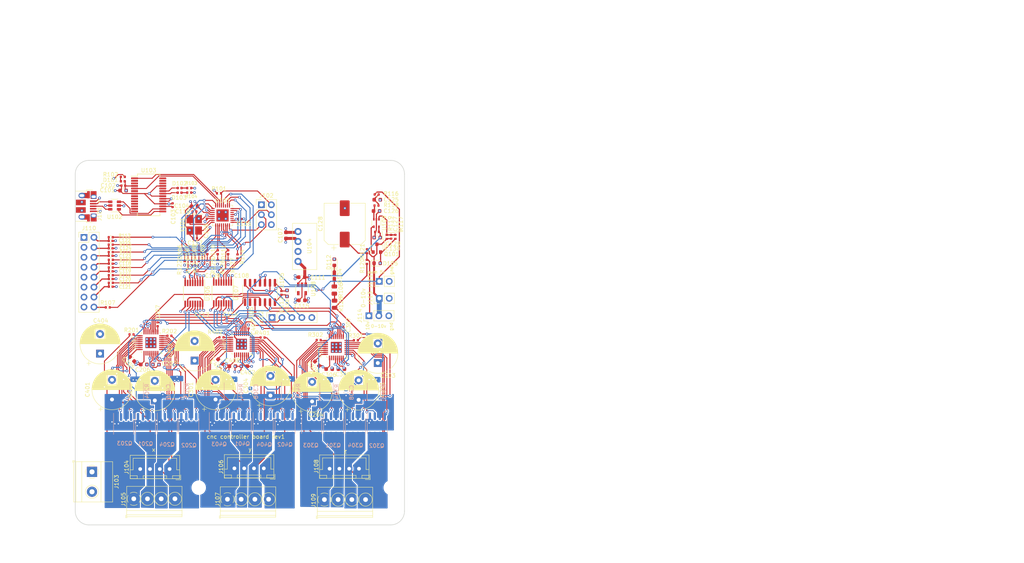
<source format=kicad_pcb>
(kicad_pcb (version 20171130) (host pcbnew 5.1.8)

  (general
    (thickness 1.6)
    (drawings 23)
    (tracks 2217)
    (zones 0)
    (modules 152)
    (nets 167)
  )

  (page USLetter)
  (title_block
    (title "Project Title")
  )

  (layers
    (0 F.Cu signal)
    (1 In1.Cu signal)
    (2 In2.Cu signal)
    (31 B.Cu signal)
    (34 B.Paste user)
    (35 F.Paste user)
    (36 B.SilkS user)
    (37 F.SilkS user)
    (38 B.Mask user)
    (39 F.Mask user)
    (40 Dwgs.User user)
    (44 Edge.Cuts user)
    (45 Margin user)
    (46 B.CrtYd user)
    (47 F.CrtYd user)
    (48 B.Fab user)
    (49 F.Fab user)
  )

  (setup
    (last_trace_width 0.1524)
    (user_trace_width 0.1524)
    (user_trace_width 0.2)
    (user_trace_width 0.25)
    (user_trace_width 0.3)
    (user_trace_width 0.5)
    (user_trace_width 0.75)
    (user_trace_width 1.25)
    (trace_clearance 0.1524)
    (zone_clearance 0.25)
    (zone_45_only no)
    (trace_min 0.1524)
    (via_size 0.6858)
    (via_drill 0.3302)
    (via_min_size 0.6858)
    (via_min_drill 0.3302)
    (user_via 0.6858 0.3302)
    (user_via 0.762 0.4064)
    (user_via 0.8636 0.508)
    (uvia_size 0.6858)
    (uvia_drill 0.3302)
    (uvias_allowed no)
    (uvia_min_size 0)
    (uvia_min_drill 0)
    (edge_width 0.1524)
    (segment_width 0.1524)
    (pcb_text_width 0.1524)
    (pcb_text_size 1.016 1.016)
    (mod_edge_width 0.1524)
    (mod_text_size 1.016 1.016)
    (mod_text_width 0.1524)
    (pad_size 1.524 1.524)
    (pad_drill 0.762)
    (pad_to_mask_clearance 0.0508)
    (solder_mask_min_width 0.1016)
    (pad_to_paste_clearance -0.0762)
    (aux_axis_origin 0 0)
    (grid_origin 55.5 112.5)
    (visible_elements FFFFDF7D)
    (pcbplotparams
      (layerselection 0x310fc_ffffffff)
      (usegerberextensions true)
      (usegerberattributes false)
      (usegerberadvancedattributes false)
      (creategerberjobfile false)
      (excludeedgelayer true)
      (linewidth 0.100000)
      (plotframeref false)
      (viasonmask false)
      (mode 1)
      (useauxorigin false)
      (hpglpennumber 1)
      (hpglpenspeed 20)
      (hpglpendiameter 15.000000)
      (psnegative false)
      (psa4output false)
      (plotreference true)
      (plotvalue true)
      (plotinvisibletext false)
      (padsonsilk false)
      (subtractmaskfromsilk false)
      (outputformat 1)
      (mirror false)
      (drillshape 0)
      (scaleselection 1)
      (outputdirectory "cnc-gerbers"))
  )

  (net 0 "")
  (net 1 GND)
  (net 2 /VUSB)
  (net 3 "Net-(C103-Pad1)")
  (net 4 GND1)
  (net 5 /VCCIO)
  (net 6 /5V_ISO)
  (net 7 /ATMEGA_XTAL1)
  (net 8 /ATMEGA_XTAL2)
  (net 9 /GRST)
  (net 10 /FEED_HOLD)
  (net 11 /CYCLE_START)
  (net 12 /PROBE)
  (net 13 /XLIMIT)
  (net 14 /ZLIMIT)
  (net 15 /YLIMIT)
  (net 16 "Net-(C125-Pad1)")
  (net 17 "Net-(C126-Pad1)")
  (net 18 /SPINDLE_OUT_10V)
  (net 19 "Net-(C127-Pad1)")
  (net 20 "Net-(C128-Pad1)")
  (net 21 /VM)
  (net 22 "Net-(C205-Pad2)")
  (net 23 "Net-(C207-Pad1)")
  (net 24 "Net-(C305-Pad2)")
  (net 25 "Net-(C307-Pad1)")
  (net 26 "Net-(C405-Pad2)")
  (net 27 "Net-(C407-Pad1)")
  (net 28 "Net-(D101-Pad1)")
  (net 29 "Net-(D102-Pad2)")
  (net 30 "Net-(D102-Pad1)")
  (net 31 "Net-(D103-Pad2)")
  (net 32 "Net-(D103-Pad1)")
  (net 33 "Net-(D104-Pad2)")
  (net 34 "Net-(D104-Pad1)")
  (net 35 /ATMEGA_XSTEP)
  (net 36 "Net-(D106-Pad1)")
  (net 37 /ATMEGA_YSTEP)
  (net 38 "Net-(D107-Pad1)")
  (net 39 /ATMEGA_ZSTEP)
  (net 40 "Net-(D108-Pad1)")
  (net 41 /ATMEGA_XDIR)
  (net 42 "Net-(D109-Pad1)")
  (net 43 /ATMEGA_YDIR)
  (net 44 "Net-(D110-Pad1)")
  (net 45 /ATMEGA_ZDIR)
  (net 46 "Net-(D111-Pad1)")
  (net 47 "Net-(J101-Pad4)")
  (net 48 /USBD_P)
  (net 49 /USBD_M)
  (net 50 "Net-(J102-Pad6)")
  (net 51 /ATMEGA_MISO)
  (net 52 /ATMEGA_MOSI)
  (net 53 /ATMEGA_SCK)
  (net 54 /ATMEGA_RSTN)
  (net 55 /X/B-)
  (net 56 /X/B+)
  (net 57 /X/A-)
  (net 58 /X/A+)
  (net 59 /Y/B-)
  (net 60 /Y/B+)
  (net 61 /Y/A-)
  (net 62 /Y/A+)
  (net 63 /Z/B-)
  (net 64 /Z/B+)
  (net 65 /Z/A-)
  (net 66 /Z/A+)
  (net 67 /COOLANT_EN)
  (net 68 /SPINDLE_PWM_ISO)
  (net 69 /ATTINY_RXD)
  (net 70 /ATTINY_TXD)
  (net 71 /ATTINY_UPDI)
  (net 72 "Net-(Q101-Pad1)")
  (net 73 /X/LB1)
  (net 74 "Net-(Q201-Pad3)")
  (net 75 /X/HB1)
  (net 76 /X/LA1)
  (net 77 "Net-(Q202-Pad3)")
  (net 78 /X/HA1)
  (net 79 /X/LB2)
  (net 80 /X/HB2)
  (net 81 /X/LA2)
  (net 82 /X/HA2)
  (net 83 /Z/LB1)
  (net 84 "Net-(Q301-Pad3)")
  (net 85 /Z/HB1)
  (net 86 /Z/LA1)
  (net 87 "Net-(Q302-Pad3)")
  (net 88 /Z/HA1)
  (net 89 /Z/LB2)
  (net 90 /Z/HB2)
  (net 91 /Z/LA2)
  (net 92 /Z/HA2)
  (net 93 /Y/LB1)
  (net 94 "Net-(Q401-Pad3)")
  (net 95 /Y/HB1)
  (net 96 /Y/LA1)
  (net 97 "Net-(Q402-Pad3)")
  (net 98 /Y/HA1)
  (net 99 /Y/LB2)
  (net 100 /Y/HB2)
  (net 101 /Y/LA2)
  (net 102 /Y/HA2)
  (net 103 "Net-(R105-Pad1)")
  (net 104 "Net-(R106-Pad2)")
  (net 105 /ATMEGA_COOLANT_EN)
  (net 106 /ATMEGA_GRBL_RST)
  (net 107 /ATMEGA_FEED_HOLD)
  (net 108 /ATMEGA_CYCLE_START)
  (net 109 /ATMEGA_PROBE)
  (net 110 /ATMEGA_XLIMIT)
  (net 111 /SPINDLE_PWM)
  (net 112 /ATMEGA_YLIMIT)
  (net 113 /X/SRB)
  (net 114 /X/SRA)
  (net 115 /Z/SRA)
  (net 116 /Z/SRB)
  (net 117 /Y/SRA)
  (net 118 /Y/SRB)
  (net 119 /ATMEGA_TXD)
  (net 120 /ATMEGA_RXD)
  (net 121 "Net-(U101-Pad27)")
  (net 122 "Net-(U101-Pad22)")
  (net 123 "Net-(U101-Pad20)")
  (net 124 "Net-(U101-Pad19)")
  (net 125 /ATMEGA_STEP_nEN)
  (net 126 /USBD_M_F)
  (net 127 /USBD_P_F)
  (net 128 "Net-(U103-Pad28)")
  (net 129 "Net-(U103-Pad27)")
  (net 130 "Net-(U103-Pad26)")
  (net 131 "Net-(U103-Pad14)")
  (net 132 "Net-(U103-Pad13)")
  (net 133 "Net-(U103-Pad12)")
  (net 134 "Net-(U103-Pad11)")
  (net 135 "Net-(U103-Pad10)")
  (net 136 "Net-(U103-Pad9)")
  (net 137 "Net-(U103-Pad6)")
  (net 138 "Net-(U103-Pad3)")
  (net 139 "Net-(U103-Pad2)")
  (net 140 /TMC_SCK)
  (net 141 /TMC_SDO)
  (net 142 /TMC_SDI)
  (net 143 "Net-(U105-Pad9)")
  (net 144 "Net-(U105-Pad8)")
  (net 145 "Net-(U105-Pad5)")
  (net 146 /Z_CSN)
  (net 147 /Y_CSN)
  (net 148 /X_CSN)
  (net 149 /STEPPERS_nEN)
  (net 150 /X_STEP)
  (net 151 /X_DIR)
  (net 152 "Net-(U106-Pad7)")
  (net 153 /Y_STEP)
  (net 154 /Y_DIR)
  (net 155 /Z_STEP)
  (net 156 /Z_DIR)
  (net 157 "Net-(U107-Pad7)")
  (net 158 "Net-(U108-Pad4)")
  (net 159 /Y/SDI)
  (net 160 "Net-(U201-Pad26)")
  (net 161 "Net-(U201-Pad27)")
  (net 162 /Z/SDI)
  (net 163 "Net-(U301-Pad26)")
  (net 164 "Net-(U301-Pad27)")
  (net 165 "Net-(U401-Pad26)")
  (net 166 "Net-(U401-Pad27)")

  (net_class Default "This is the default net class."
    (clearance 0.1524)
    (trace_width 0.1524)
    (via_dia 0.6858)
    (via_drill 0.3302)
    (uvia_dia 0.6858)
    (uvia_drill 0.3302)
    (add_net /5V_ISO)
    (add_net /ATMEGA_COOLANT_EN)
    (add_net /ATMEGA_CYCLE_START)
    (add_net /ATMEGA_FEED_HOLD)
    (add_net /ATMEGA_GRBL_RST)
    (add_net /ATMEGA_MISO)
    (add_net /ATMEGA_MOSI)
    (add_net /ATMEGA_PROBE)
    (add_net /ATMEGA_RSTN)
    (add_net /ATMEGA_RXD)
    (add_net /ATMEGA_SCK)
    (add_net /ATMEGA_STEP_nEN)
    (add_net /ATMEGA_TXD)
    (add_net /ATMEGA_XDIR)
    (add_net /ATMEGA_XLIMIT)
    (add_net /ATMEGA_XSTEP)
    (add_net /ATMEGA_XTAL1)
    (add_net /ATMEGA_XTAL2)
    (add_net /ATMEGA_YDIR)
    (add_net /ATMEGA_YLIMIT)
    (add_net /ATMEGA_YSTEP)
    (add_net /ATMEGA_ZDIR)
    (add_net /ATMEGA_ZSTEP)
    (add_net /ATTINY_RXD)
    (add_net /ATTINY_TXD)
    (add_net /ATTINY_UPDI)
    (add_net /COOLANT_EN)
    (add_net /CYCLE_START)
    (add_net /FEED_HOLD)
    (add_net /GRST)
    (add_net /PROBE)
    (add_net /SPINDLE_OUT_10V)
    (add_net /SPINDLE_PWM)
    (add_net /SPINDLE_PWM_ISO)
    (add_net /STEPPERS_nEN)
    (add_net /TMC_SCK)
    (add_net /TMC_SDI)
    (add_net /TMC_SDO)
    (add_net /USBD_M)
    (add_net /USBD_M_F)
    (add_net /USBD_P)
    (add_net /USBD_P_F)
    (add_net /VCCIO)
    (add_net /VM)
    (add_net /VUSB)
    (add_net /X/A+)
    (add_net /X/A-)
    (add_net /X/B+)
    (add_net /X/B-)
    (add_net /X/HA1)
    (add_net /X/HA2)
    (add_net /X/HB1)
    (add_net /X/HB2)
    (add_net /X/LA1)
    (add_net /X/LA2)
    (add_net /X/LB1)
    (add_net /X/LB2)
    (add_net /X/SRA)
    (add_net /X/SRB)
    (add_net /XLIMIT)
    (add_net /X_CSN)
    (add_net /X_DIR)
    (add_net /X_STEP)
    (add_net /Y/A+)
    (add_net /Y/A-)
    (add_net /Y/B+)
    (add_net /Y/B-)
    (add_net /Y/HA1)
    (add_net /Y/HA2)
    (add_net /Y/HB1)
    (add_net /Y/HB2)
    (add_net /Y/LA1)
    (add_net /Y/LA2)
    (add_net /Y/LB1)
    (add_net /Y/LB2)
    (add_net /Y/SDI)
    (add_net /Y/SRA)
    (add_net /Y/SRB)
    (add_net /YLIMIT)
    (add_net /Y_CSN)
    (add_net /Y_DIR)
    (add_net /Y_STEP)
    (add_net /Z/A+)
    (add_net /Z/A-)
    (add_net /Z/B+)
    (add_net /Z/B-)
    (add_net /Z/HA1)
    (add_net /Z/HA2)
    (add_net /Z/HB1)
    (add_net /Z/HB2)
    (add_net /Z/LA1)
    (add_net /Z/LA2)
    (add_net /Z/LB1)
    (add_net /Z/LB2)
    (add_net /Z/SDI)
    (add_net /Z/SRA)
    (add_net /Z/SRB)
    (add_net /ZLIMIT)
    (add_net /Z_CSN)
    (add_net /Z_DIR)
    (add_net /Z_STEP)
    (add_net GND)
    (add_net GND1)
    (add_net "Net-(C103-Pad1)")
    (add_net "Net-(C125-Pad1)")
    (add_net "Net-(C126-Pad1)")
    (add_net "Net-(C127-Pad1)")
    (add_net "Net-(C128-Pad1)")
    (add_net "Net-(C205-Pad2)")
    (add_net "Net-(C207-Pad1)")
    (add_net "Net-(C305-Pad2)")
    (add_net "Net-(C307-Pad1)")
    (add_net "Net-(C405-Pad2)")
    (add_net "Net-(C407-Pad1)")
    (add_net "Net-(D101-Pad1)")
    (add_net "Net-(D102-Pad1)")
    (add_net "Net-(D102-Pad2)")
    (add_net "Net-(D103-Pad1)")
    (add_net "Net-(D103-Pad2)")
    (add_net "Net-(D104-Pad1)")
    (add_net "Net-(D104-Pad2)")
    (add_net "Net-(D106-Pad1)")
    (add_net "Net-(D107-Pad1)")
    (add_net "Net-(D108-Pad1)")
    (add_net "Net-(D109-Pad1)")
    (add_net "Net-(D110-Pad1)")
    (add_net "Net-(D111-Pad1)")
    (add_net "Net-(J101-Pad4)")
    (add_net "Net-(J102-Pad6)")
    (add_net "Net-(Q101-Pad1)")
    (add_net "Net-(Q201-Pad3)")
    (add_net "Net-(Q202-Pad3)")
    (add_net "Net-(Q301-Pad3)")
    (add_net "Net-(Q302-Pad3)")
    (add_net "Net-(Q401-Pad3)")
    (add_net "Net-(Q402-Pad3)")
    (add_net "Net-(R105-Pad1)")
    (add_net "Net-(R106-Pad2)")
    (add_net "Net-(U101-Pad19)")
    (add_net "Net-(U101-Pad20)")
    (add_net "Net-(U101-Pad22)")
    (add_net "Net-(U101-Pad27)")
    (add_net "Net-(U103-Pad10)")
    (add_net "Net-(U103-Pad11)")
    (add_net "Net-(U103-Pad12)")
    (add_net "Net-(U103-Pad13)")
    (add_net "Net-(U103-Pad14)")
    (add_net "Net-(U103-Pad2)")
    (add_net "Net-(U103-Pad26)")
    (add_net "Net-(U103-Pad27)")
    (add_net "Net-(U103-Pad28)")
    (add_net "Net-(U103-Pad3)")
    (add_net "Net-(U103-Pad6)")
    (add_net "Net-(U103-Pad9)")
    (add_net "Net-(U105-Pad5)")
    (add_net "Net-(U105-Pad8)")
    (add_net "Net-(U105-Pad9)")
    (add_net "Net-(U106-Pad7)")
    (add_net "Net-(U107-Pad7)")
    (add_net "Net-(U108-Pad4)")
    (add_net "Net-(U201-Pad26)")
    (add_net "Net-(U201-Pad27)")
    (add_net "Net-(U301-Pad26)")
    (add_net "Net-(U301-Pad27)")
    (add_net "Net-(U401-Pad26)")
    (add_net "Net-(U401-Pad27)")
  )

  (module Diode_SMD:D_0402_1005Metric (layer F.Cu) (tedit 5F68FEF0) (tstamp 5FFB3A61)
    (at 53.49 120.92 90)
    (descr "Diode SMD 0402 (1005 Metric), square (rectangular) end terminal, IPC_7351 nominal, (Body size source: http://www.tortai-tech.com/upload/download/2011102023233369053.pdf), generated with kicad-footprint-generator")
    (tags diode)
    (path /62BBD7C8)
    (attr smd)
    (fp_text reference D111 (at 0 -1.17 90) (layer F.SilkS)
      (effects (font (size 1 1) (thickness 0.15)))
    )
    (fp_text value LED_Small (at 0 1.17 90) (layer F.Fab)
      (effects (font (size 1 1) (thickness 0.15)))
    )
    (fp_line (start 0.93 0.47) (end -0.93 0.47) (layer F.CrtYd) (width 0.05))
    (fp_line (start 0.93 -0.47) (end 0.93 0.47) (layer F.CrtYd) (width 0.05))
    (fp_line (start -0.93 -0.47) (end 0.93 -0.47) (layer F.CrtYd) (width 0.05))
    (fp_line (start -0.93 0.47) (end -0.93 -0.47) (layer F.CrtYd) (width 0.05))
    (fp_line (start -0.3 0.25) (end -0.3 -0.25) (layer F.Fab) (width 0.1))
    (fp_line (start -0.4 0.25) (end -0.4 -0.25) (layer F.Fab) (width 0.1))
    (fp_line (start 0.5 0.25) (end -0.5 0.25) (layer F.Fab) (width 0.1))
    (fp_line (start 0.5 -0.25) (end 0.5 0.25) (layer F.Fab) (width 0.1))
    (fp_line (start -0.5 -0.25) (end 0.5 -0.25) (layer F.Fab) (width 0.1))
    (fp_line (start -0.5 0.25) (end -0.5 -0.25) (layer F.Fab) (width 0.1))
    (fp_circle (center -1.09 0) (end -1.04 0) (layer F.SilkS) (width 0.1))
    (fp_text user %R (at 0 0 90) (layer F.Fab)
      (effects (font (size 0.25 0.25) (thickness 0.04)))
    )
    (pad 2 smd roundrect (at 0.485 0 90) (size 0.59 0.64) (layers F.Cu F.Paste F.Mask) (roundrect_rratio 0.25)
      (net 45 /ATMEGA_ZDIR))
    (pad 1 smd roundrect (at -0.485 0 90) (size 0.59 0.64) (layers F.Cu F.Paste F.Mask) (roundrect_rratio 0.25)
      (net 46 "Net-(D111-Pad1)"))
    (model ${KISYS3DMOD}/Diode_SMD.3dshapes/D_0402_1005Metric.wrl
      (at (xyz 0 0 0))
      (scale (xyz 1 1 1))
      (rotate (xyz 0 0 0))
    )
  )

  (module Diode_SMD:D_0402_1005Metric (layer F.Cu) (tedit 5F68FEF0) (tstamp 5FFB3A4F)
    (at 50.84 120.92 90)
    (descr "Diode SMD 0402 (1005 Metric), square (rectangular) end terminal, IPC_7351 nominal, (Body size source: http://www.tortai-tech.com/upload/download/2011102023233369053.pdf), generated with kicad-footprint-generator")
    (tags diode)
    (path /62B8F8D3)
    (attr smd)
    (fp_text reference D110 (at 0 -1.17 90) (layer F.SilkS)
      (effects (font (size 1 1) (thickness 0.15)))
    )
    (fp_text value LED_Small (at 0 1.17 90) (layer F.Fab)
      (effects (font (size 1 1) (thickness 0.15)))
    )
    (fp_line (start 0.93 0.47) (end -0.93 0.47) (layer F.CrtYd) (width 0.05))
    (fp_line (start 0.93 -0.47) (end 0.93 0.47) (layer F.CrtYd) (width 0.05))
    (fp_line (start -0.93 -0.47) (end 0.93 -0.47) (layer F.CrtYd) (width 0.05))
    (fp_line (start -0.93 0.47) (end -0.93 -0.47) (layer F.CrtYd) (width 0.05))
    (fp_line (start -0.3 0.25) (end -0.3 -0.25) (layer F.Fab) (width 0.1))
    (fp_line (start -0.4 0.25) (end -0.4 -0.25) (layer F.Fab) (width 0.1))
    (fp_line (start 0.5 0.25) (end -0.5 0.25) (layer F.Fab) (width 0.1))
    (fp_line (start 0.5 -0.25) (end 0.5 0.25) (layer F.Fab) (width 0.1))
    (fp_line (start -0.5 -0.25) (end 0.5 -0.25) (layer F.Fab) (width 0.1))
    (fp_line (start -0.5 0.25) (end -0.5 -0.25) (layer F.Fab) (width 0.1))
    (fp_circle (center -1.09 0) (end -1.04 0) (layer F.SilkS) (width 0.1))
    (fp_text user %R (at 0 0 90) (layer F.Fab)
      (effects (font (size 0.25 0.25) (thickness 0.04)))
    )
    (pad 2 smd roundrect (at 0.485 0 90) (size 0.59 0.64) (layers F.Cu F.Paste F.Mask) (roundrect_rratio 0.25)
      (net 43 /ATMEGA_YDIR))
    (pad 1 smd roundrect (at -0.485 0 90) (size 0.59 0.64) (layers F.Cu F.Paste F.Mask) (roundrect_rratio 0.25)
      (net 44 "Net-(D110-Pad1)"))
    (model ${KISYS3DMOD}/Diode_SMD.3dshapes/D_0402_1005Metric.wrl
      (at (xyz 0 0 0))
      (scale (xyz 1 1 1))
      (rotate (xyz 0 0 0))
    )
  )

  (module Diode_SMD:D_0402_1005Metric (layer F.Cu) (tedit 5F68FEF0) (tstamp 5FFB3A3D)
    (at 48.19 120.92 90)
    (descr "Diode SMD 0402 (1005 Metric), square (rectangular) end terminal, IPC_7351 nominal, (Body size source: http://www.tortai-tech.com/upload/download/2011102023233369053.pdf), generated with kicad-footprint-generator")
    (tags diode)
    (path /62B621EA)
    (attr smd)
    (fp_text reference D109 (at 0 -1.17 90) (layer F.SilkS)
      (effects (font (size 1 1) (thickness 0.15)))
    )
    (fp_text value LED_Small (at 0 1.17 90) (layer F.Fab)
      (effects (font (size 1 1) (thickness 0.15)))
    )
    (fp_line (start 0.93 0.47) (end -0.93 0.47) (layer F.CrtYd) (width 0.05))
    (fp_line (start 0.93 -0.47) (end 0.93 0.47) (layer F.CrtYd) (width 0.05))
    (fp_line (start -0.93 -0.47) (end 0.93 -0.47) (layer F.CrtYd) (width 0.05))
    (fp_line (start -0.93 0.47) (end -0.93 -0.47) (layer F.CrtYd) (width 0.05))
    (fp_line (start -0.3 0.25) (end -0.3 -0.25) (layer F.Fab) (width 0.1))
    (fp_line (start -0.4 0.25) (end -0.4 -0.25) (layer F.Fab) (width 0.1))
    (fp_line (start 0.5 0.25) (end -0.5 0.25) (layer F.Fab) (width 0.1))
    (fp_line (start 0.5 -0.25) (end 0.5 0.25) (layer F.Fab) (width 0.1))
    (fp_line (start -0.5 -0.25) (end 0.5 -0.25) (layer F.Fab) (width 0.1))
    (fp_line (start -0.5 0.25) (end -0.5 -0.25) (layer F.Fab) (width 0.1))
    (fp_circle (center -1.09 0) (end -1.04 0) (layer F.SilkS) (width 0.1))
    (fp_text user %R (at 0 0 90) (layer F.Fab)
      (effects (font (size 0.25 0.25) (thickness 0.04)))
    )
    (pad 2 smd roundrect (at 0.485 0 90) (size 0.59 0.64) (layers F.Cu F.Paste F.Mask) (roundrect_rratio 0.25)
      (net 41 /ATMEGA_XDIR))
    (pad 1 smd roundrect (at -0.485 0 90) (size 0.59 0.64) (layers F.Cu F.Paste F.Mask) (roundrect_rratio 0.25)
      (net 42 "Net-(D109-Pad1)"))
    (model ${KISYS3DMOD}/Diode_SMD.3dshapes/D_0402_1005Metric.wrl
      (at (xyz 0 0 0))
      (scale (xyz 1 1 1))
      (rotate (xyz 0 0 0))
    )
  )

  (module Diode_SMD:D_0402_1005Metric (layer F.Cu) (tedit 5F68FEF0) (tstamp 5FFB3A2B)
    (at 46.05 120.92 90)
    (descr "Diode SMD 0402 (1005 Metric), square (rectangular) end terminal, IPC_7351 nominal, (Body size source: http://www.tortai-tech.com/upload/download/2011102023233369053.pdf), generated with kicad-footprint-generator")
    (tags diode)
    (path /62B34755)
    (attr smd)
    (fp_text reference D108 (at 0 -1.17 90) (layer F.SilkS)
      (effects (font (size 1 1) (thickness 0.15)))
    )
    (fp_text value LED_Small (at 0 1.17 90) (layer F.Fab)
      (effects (font (size 1 1) (thickness 0.15)))
    )
    (fp_line (start 0.93 0.47) (end -0.93 0.47) (layer F.CrtYd) (width 0.05))
    (fp_line (start 0.93 -0.47) (end 0.93 0.47) (layer F.CrtYd) (width 0.05))
    (fp_line (start -0.93 -0.47) (end 0.93 -0.47) (layer F.CrtYd) (width 0.05))
    (fp_line (start -0.93 0.47) (end -0.93 -0.47) (layer F.CrtYd) (width 0.05))
    (fp_line (start -0.3 0.25) (end -0.3 -0.25) (layer F.Fab) (width 0.1))
    (fp_line (start -0.4 0.25) (end -0.4 -0.25) (layer F.Fab) (width 0.1))
    (fp_line (start 0.5 0.25) (end -0.5 0.25) (layer F.Fab) (width 0.1))
    (fp_line (start 0.5 -0.25) (end 0.5 0.25) (layer F.Fab) (width 0.1))
    (fp_line (start -0.5 -0.25) (end 0.5 -0.25) (layer F.Fab) (width 0.1))
    (fp_line (start -0.5 0.25) (end -0.5 -0.25) (layer F.Fab) (width 0.1))
    (fp_circle (center -1.09 0) (end -1.04 0) (layer F.SilkS) (width 0.1))
    (fp_text user %R (at 0 0 90) (layer F.Fab)
      (effects (font (size 0.25 0.25) (thickness 0.04)))
    )
    (pad 2 smd roundrect (at 0.485 0 90) (size 0.59 0.64) (layers F.Cu F.Paste F.Mask) (roundrect_rratio 0.25)
      (net 39 /ATMEGA_ZSTEP))
    (pad 1 smd roundrect (at -0.485 0 90) (size 0.59 0.64) (layers F.Cu F.Paste F.Mask) (roundrect_rratio 0.25)
      (net 40 "Net-(D108-Pad1)"))
    (model ${KISYS3DMOD}/Diode_SMD.3dshapes/D_0402_1005Metric.wrl
      (at (xyz 0 0 0))
      (scale (xyz 1 1 1))
      (rotate (xyz 0 0 0))
    )
  )

  (module Diode_SMD:D_0402_1005Metric (layer F.Cu) (tedit 5F68FEF0) (tstamp 5FFB3A19)
    (at 44.2 120.92 90)
    (descr "Diode SMD 0402 (1005 Metric), square (rectangular) end terminal, IPC_7351 nominal, (Body size source: http://www.tortai-tech.com/upload/download/2011102023233369053.pdf), generated with kicad-footprint-generator")
    (tags diode)
    (path /62BEC6A6)
    (attr smd)
    (fp_text reference D107 (at 0 -1.17 90) (layer F.SilkS)
      (effects (font (size 1 1) (thickness 0.15)))
    )
    (fp_text value LED_Small (at 0 1.17 90) (layer F.Fab)
      (effects (font (size 1 1) (thickness 0.15)))
    )
    (fp_line (start 0.93 0.47) (end -0.93 0.47) (layer F.CrtYd) (width 0.05))
    (fp_line (start 0.93 -0.47) (end 0.93 0.47) (layer F.CrtYd) (width 0.05))
    (fp_line (start -0.93 -0.47) (end 0.93 -0.47) (layer F.CrtYd) (width 0.05))
    (fp_line (start -0.93 0.47) (end -0.93 -0.47) (layer F.CrtYd) (width 0.05))
    (fp_line (start -0.3 0.25) (end -0.3 -0.25) (layer F.Fab) (width 0.1))
    (fp_line (start -0.4 0.25) (end -0.4 -0.25) (layer F.Fab) (width 0.1))
    (fp_line (start 0.5 0.25) (end -0.5 0.25) (layer F.Fab) (width 0.1))
    (fp_line (start 0.5 -0.25) (end 0.5 0.25) (layer F.Fab) (width 0.1))
    (fp_line (start -0.5 -0.25) (end 0.5 -0.25) (layer F.Fab) (width 0.1))
    (fp_line (start -0.5 0.25) (end -0.5 -0.25) (layer F.Fab) (width 0.1))
    (fp_circle (center -1.09 0) (end -1.04 0) (layer F.SilkS) (width 0.1))
    (fp_text user %R (at 0 0 90) (layer F.Fab)
      (effects (font (size 0.25 0.25) (thickness 0.04)))
    )
    (pad 2 smd roundrect (at 0.485 0 90) (size 0.59 0.64) (layers F.Cu F.Paste F.Mask) (roundrect_rratio 0.25)
      (net 37 /ATMEGA_YSTEP))
    (pad 1 smd roundrect (at -0.485 0 90) (size 0.59 0.64) (layers F.Cu F.Paste F.Mask) (roundrect_rratio 0.25)
      (net 38 "Net-(D107-Pad1)"))
    (model ${KISYS3DMOD}/Diode_SMD.3dshapes/D_0402_1005Metric.wrl
      (at (xyz 0 0 0))
      (scale (xyz 1 1 1))
      (rotate (xyz 0 0 0))
    )
  )

  (module Diode_SMD:D_0402_1005Metric (layer F.Cu) (tedit 5F68FEF0) (tstamp 5FFB3A07)
    (at 42.41 120.92 90)
    (descr "Diode SMD 0402 (1005 Metric), square (rectangular) end terminal, IPC_7351 nominal, (Body size source: http://www.tortai-tech.com/upload/download/2011102023233369053.pdf), generated with kicad-footprint-generator")
    (tags diode)
    (path /62C1B277)
    (attr smd)
    (fp_text reference D106 (at 0 -1.17 90) (layer F.SilkS)
      (effects (font (size 1 1) (thickness 0.15)))
    )
    (fp_text value LED_Small (at 0 1.17 90) (layer F.Fab)
      (effects (font (size 1 1) (thickness 0.15)))
    )
    (fp_line (start 0.93 0.47) (end -0.93 0.47) (layer F.CrtYd) (width 0.05))
    (fp_line (start 0.93 -0.47) (end 0.93 0.47) (layer F.CrtYd) (width 0.05))
    (fp_line (start -0.93 -0.47) (end 0.93 -0.47) (layer F.CrtYd) (width 0.05))
    (fp_line (start -0.93 0.47) (end -0.93 -0.47) (layer F.CrtYd) (width 0.05))
    (fp_line (start -0.3 0.25) (end -0.3 -0.25) (layer F.Fab) (width 0.1))
    (fp_line (start -0.4 0.25) (end -0.4 -0.25) (layer F.Fab) (width 0.1))
    (fp_line (start 0.5 0.25) (end -0.5 0.25) (layer F.Fab) (width 0.1))
    (fp_line (start 0.5 -0.25) (end 0.5 0.25) (layer F.Fab) (width 0.1))
    (fp_line (start -0.5 -0.25) (end 0.5 -0.25) (layer F.Fab) (width 0.1))
    (fp_line (start -0.5 0.25) (end -0.5 -0.25) (layer F.Fab) (width 0.1))
    (fp_circle (center -1.09 0) (end -1.04 0) (layer F.SilkS) (width 0.1))
    (fp_text user %R (at 0 0 90) (layer F.Fab)
      (effects (font (size 0.25 0.25) (thickness 0.04)))
    )
    (pad 2 smd roundrect (at 0.485 0 90) (size 0.59 0.64) (layers F.Cu F.Paste F.Mask) (roundrect_rratio 0.25)
      (net 35 /ATMEGA_XSTEP))
    (pad 1 smd roundrect (at -0.485 0 90) (size 0.59 0.64) (layers F.Cu F.Paste F.Mask) (roundrect_rratio 0.25)
      (net 36 "Net-(D106-Pad1)"))
    (model ${KISYS3DMOD}/Diode_SMD.3dshapes/D_0402_1005Metric.wrl
      (at (xyz 0 0 0))
      (scale (xyz 1 1 1))
      (rotate (xyz 0 0 0))
    )
  )

  (module Diode_SMD:D_0402_1005Metric (layer F.Cu) (tedit 5F68FEF0) (tstamp 5FFB39CF)
    (at 41.12 105.74)
    (descr "Diode SMD 0402 (1005 Metric), square (rectangular) end terminal, IPC_7351 nominal, (Body size source: http://www.tortai-tech.com/upload/download/2011102023233369053.pdf), generated with kicad-footprint-generator")
    (tags diode)
    (path /60919040)
    (attr smd)
    (fp_text reference D103 (at -0.12 1.26) (layer F.SilkS)
      (effects (font (size 1 1) (thickness 0.15)))
    )
    (fp_text value LED_Small (at 0 1.17) (layer F.Fab)
      (effects (font (size 1 1) (thickness 0.15)))
    )
    (fp_line (start 0.93 0.47) (end -0.93 0.47) (layer F.CrtYd) (width 0.05))
    (fp_line (start 0.93 -0.47) (end 0.93 0.47) (layer F.CrtYd) (width 0.05))
    (fp_line (start -0.93 -0.47) (end 0.93 -0.47) (layer F.CrtYd) (width 0.05))
    (fp_line (start -0.93 0.47) (end -0.93 -0.47) (layer F.CrtYd) (width 0.05))
    (fp_line (start -0.3 0.25) (end -0.3 -0.25) (layer F.Fab) (width 0.1))
    (fp_line (start -0.4 0.25) (end -0.4 -0.25) (layer F.Fab) (width 0.1))
    (fp_line (start 0.5 0.25) (end -0.5 0.25) (layer F.Fab) (width 0.1))
    (fp_line (start 0.5 -0.25) (end 0.5 0.25) (layer F.Fab) (width 0.1))
    (fp_line (start -0.5 -0.25) (end 0.5 -0.25) (layer F.Fab) (width 0.1))
    (fp_line (start -0.5 0.25) (end -0.5 -0.25) (layer F.Fab) (width 0.1))
    (fp_circle (center -1.09 0) (end -1.04 0) (layer F.SilkS) (width 0.1))
    (fp_text user %R (at 0 0) (layer F.Fab)
      (effects (font (size 0.25 0.25) (thickness 0.04)))
    )
    (pad 2 smd roundrect (at 0.485 0) (size 0.59 0.64) (layers F.Cu F.Paste F.Mask) (roundrect_rratio 0.25)
      (net 31 "Net-(D103-Pad2)"))
    (pad 1 smd roundrect (at -0.485 0) (size 0.59 0.64) (layers F.Cu F.Paste F.Mask) (roundrect_rratio 0.25)
      (net 32 "Net-(D103-Pad1)"))
    (model ${KISYS3DMOD}/Diode_SMD.3dshapes/D_0402_1005Metric.wrl
      (at (xyz 0 0 0))
      (scale (xyz 1 1 1))
      (rotate (xyz 0 0 0))
    )
  )

  (module Diode_SMD:D_0402_1005Metric (layer F.Cu) (tedit 5F68FEF0) (tstamp 5FFB39BD)
    (at 41.13 104.55)
    (descr "Diode SMD 0402 (1005 Metric), square (rectangular) end terminal, IPC_7351 nominal, (Body size source: http://www.tortai-tech.com/upload/download/2011102023233369053.pdf), generated with kicad-footprint-generator")
    (tags diode)
    (path /6091899B)
    (attr smd)
    (fp_text reference D102 (at 0 -1.17) (layer F.SilkS)
      (effects (font (size 1 1) (thickness 0.15)))
    )
    (fp_text value LED_Small (at 0 1.17) (layer F.Fab)
      (effects (font (size 1 1) (thickness 0.15)))
    )
    (fp_line (start 0.93 0.47) (end -0.93 0.47) (layer F.CrtYd) (width 0.05))
    (fp_line (start 0.93 -0.47) (end 0.93 0.47) (layer F.CrtYd) (width 0.05))
    (fp_line (start -0.93 -0.47) (end 0.93 -0.47) (layer F.CrtYd) (width 0.05))
    (fp_line (start -0.93 0.47) (end -0.93 -0.47) (layer F.CrtYd) (width 0.05))
    (fp_line (start -0.3 0.25) (end -0.3 -0.25) (layer F.Fab) (width 0.1))
    (fp_line (start -0.4 0.25) (end -0.4 -0.25) (layer F.Fab) (width 0.1))
    (fp_line (start 0.5 0.25) (end -0.5 0.25) (layer F.Fab) (width 0.1))
    (fp_line (start 0.5 -0.25) (end 0.5 0.25) (layer F.Fab) (width 0.1))
    (fp_line (start -0.5 -0.25) (end 0.5 -0.25) (layer F.Fab) (width 0.1))
    (fp_line (start -0.5 0.25) (end -0.5 -0.25) (layer F.Fab) (width 0.1))
    (fp_circle (center -1.09 0) (end -1.04 0) (layer F.SilkS) (width 0.1))
    (fp_text user %R (at 0 0) (layer F.Fab)
      (effects (font (size 0.25 0.25) (thickness 0.04)))
    )
    (pad 2 smd roundrect (at 0.485 0) (size 0.59 0.64) (layers F.Cu F.Paste F.Mask) (roundrect_rratio 0.25)
      (net 29 "Net-(D102-Pad2)"))
    (pad 1 smd roundrect (at -0.485 0) (size 0.59 0.64) (layers F.Cu F.Paste F.Mask) (roundrect_rratio 0.25)
      (net 30 "Net-(D102-Pad1)"))
    (model ${KISYS3DMOD}/Diode_SMD.3dshapes/D_0402_1005Metric.wrl
      (at (xyz 0 0 0))
      (scale (xyz 1 1 1))
      (rotate (xyz 0 0 0))
    )
  )

  (module Diode_SMD:D_0402_1005Metric (layer F.Cu) (tedit 5F68FEF0) (tstamp 5FFB39AB)
    (at 26.64 102.83)
    (descr "Diode SMD 0402 (1005 Metric), square (rectangular) end terminal, IPC_7351 nominal, (Body size source: http://www.tortai-tech.com/upload/download/2011102023233369053.pdf), generated with kicad-footprint-generator")
    (tags diode)
    (path /6098EE84)
    (attr smd)
    (fp_text reference D101 (at -3.14 -0.33) (layer F.SilkS)
      (effects (font (size 1 1) (thickness 0.15)))
    )
    (fp_text value LED_Small (at 0 1.17) (layer F.Fab)
      (effects (font (size 1 1) (thickness 0.15)))
    )
    (fp_line (start 0.93 0.47) (end -0.93 0.47) (layer F.CrtYd) (width 0.05))
    (fp_line (start 0.93 -0.47) (end 0.93 0.47) (layer F.CrtYd) (width 0.05))
    (fp_line (start -0.93 -0.47) (end 0.93 -0.47) (layer F.CrtYd) (width 0.05))
    (fp_line (start -0.93 0.47) (end -0.93 -0.47) (layer F.CrtYd) (width 0.05))
    (fp_line (start -0.3 0.25) (end -0.3 -0.25) (layer F.Fab) (width 0.1))
    (fp_line (start -0.4 0.25) (end -0.4 -0.25) (layer F.Fab) (width 0.1))
    (fp_line (start 0.5 0.25) (end -0.5 0.25) (layer F.Fab) (width 0.1))
    (fp_line (start 0.5 -0.25) (end 0.5 0.25) (layer F.Fab) (width 0.1))
    (fp_line (start -0.5 -0.25) (end 0.5 -0.25) (layer F.Fab) (width 0.1))
    (fp_line (start -0.5 0.25) (end -0.5 -0.25) (layer F.Fab) (width 0.1))
    (fp_circle (center -1.09 0) (end -1.04 0) (layer F.SilkS) (width 0.1))
    (fp_text user %R (at 0 0) (layer F.Fab)
      (effects (font (size 0.25 0.25) (thickness 0.04)))
    )
    (pad 2 smd roundrect (at 0.485 0) (size 0.59 0.64) (layers F.Cu F.Paste F.Mask) (roundrect_rratio 0.25)
      (net 2 /VUSB))
    (pad 1 smd roundrect (at -0.485 0) (size 0.59 0.64) (layers F.Cu F.Paste F.Mask) (roundrect_rratio 0.25)
      (net 28 "Net-(D101-Pad1)"))
    (model ${KISYS3DMOD}/Diode_SMD.3dshapes/D_0402_1005Metric.wrl
      (at (xyz 0 0 0))
      (scale (xyz 1 1 1))
      (rotate (xyz 0 0 0))
    )
  )

  (module Capacitor_SMD:C_0402_1005Metric (layer F.Cu) (tedit 5F68FEEE) (tstamp 5FFB2FE1)
    (at 54.08 126.89 180)
    (descr "Capacitor SMD 0402 (1005 Metric), square (rectangular) end terminal, IPC_7351 nominal, (Body size source: IPC-SM-782 page 76, https://www.pcb-3d.com/wordpress/wp-content/uploads/ipc-sm-782a_amendment_1_and_2.pdf), generated with kicad-footprint-generator")
    (tags capacitor)
    (path /6013464F)
    (attr smd)
    (fp_text reference C108 (at -2.82 -0.01) (layer F.SilkS)
      (effects (font (size 1 1) (thickness 0.15)))
    )
    (fp_text value "0.1 uF" (at 0 1.16) (layer F.Fab)
      (effects (font (size 1 1) (thickness 0.15)))
    )
    (fp_line (start 0.91 0.46) (end -0.91 0.46) (layer F.CrtYd) (width 0.05))
    (fp_line (start 0.91 -0.46) (end 0.91 0.46) (layer F.CrtYd) (width 0.05))
    (fp_line (start -0.91 -0.46) (end 0.91 -0.46) (layer F.CrtYd) (width 0.05))
    (fp_line (start -0.91 0.46) (end -0.91 -0.46) (layer F.CrtYd) (width 0.05))
    (fp_line (start -0.107836 0.36) (end 0.107836 0.36) (layer F.SilkS) (width 0.12))
    (fp_line (start -0.107836 -0.36) (end 0.107836 -0.36) (layer F.SilkS) (width 0.12))
    (fp_line (start 0.5 0.25) (end -0.5 0.25) (layer F.Fab) (width 0.1))
    (fp_line (start 0.5 -0.25) (end 0.5 0.25) (layer F.Fab) (width 0.1))
    (fp_line (start -0.5 -0.25) (end 0.5 -0.25) (layer F.Fab) (width 0.1))
    (fp_line (start -0.5 0.25) (end -0.5 -0.25) (layer F.Fab) (width 0.1))
    (fp_text user %R (at 0 0) (layer F.Fab)
      (effects (font (size 0.25 0.25) (thickness 0.04)))
    )
    (pad 2 smd roundrect (at 0.48 0 180) (size 0.56 0.62) (layers F.Cu F.Paste F.Mask) (roundrect_rratio 0.25)
      (net 1 GND))
    (pad 1 smd roundrect (at -0.48 0 180) (size 0.56 0.62) (layers F.Cu F.Paste F.Mask) (roundrect_rratio 0.25)
      (net 2 /VUSB))
    (model ${KISYS3DMOD}/Capacitor_SMD.3dshapes/C_0402_1005Metric.wrl
      (at (xyz 0 0 0))
      (scale (xyz 1 1 1))
      (rotate (xyz 0 0 0))
    )
  )

  (module TerminalBlock_Phoenix:TerminalBlock_Phoenix_PT-1,5-4-3.5-H_1x04_P3.50mm_Horizontal (layer F.Cu) (tedit 5B294F40) (tstamp 5FFB3C1B)
    (at 78.07 184.04)
    (descr "Terminal Block Phoenix PT-1,5-4-3.5-H, 4 pins, pitch 3.5mm, size 14x7.6mm^2, drill diamater 1.2mm, pad diameter 2.4mm, see , script-generated using https://github.com/pointhi/kicad-footprint-generator/scripts/TerminalBlock_Phoenix")
    (tags "THT Terminal Block Phoenix PT-1,5-4-3.5-H pitch 3.5mm size 14x7.6mm^2 drill 1.2mm pad 2.4mm")
    (path /6000FCDA)
    (fp_text reference J109 (at -2.77 0.26 90) (layer F.SilkS)
      (effects (font (size 1 1) (thickness 0.15)))
    )
    (fp_text value "Screw Terminals" (at 5.25 5.56) (layer F.Fab)
      (effects (font (size 1 1) (thickness 0.15)))
    )
    (fp_line (start 12.75 -3.6) (end -2.25 -3.6) (layer F.CrtYd) (width 0.05))
    (fp_line (start 12.75 5) (end 12.75 -3.6) (layer F.CrtYd) (width 0.05))
    (fp_line (start -2.25 5) (end 12.75 5) (layer F.CrtYd) (width 0.05))
    (fp_line (start -2.25 -3.6) (end -2.25 5) (layer F.CrtYd) (width 0.05))
    (fp_line (start -2.05 4.8) (end -1.65 4.8) (layer F.SilkS) (width 0.12))
    (fp_line (start -2.05 4.16) (end -2.05 4.8) (layer F.SilkS) (width 0.12))
    (fp_line (start 9.355 0.941) (end 9.226 1.069) (layer F.SilkS) (width 0.12))
    (fp_line (start 11.57 -1.275) (end 11.476 -1.181) (layer F.SilkS) (width 0.12))
    (fp_line (start 9.525 1.181) (end 9.431 1.274) (layer F.SilkS) (width 0.12))
    (fp_line (start 11.775 -1.069) (end 11.646 -0.941) (layer F.SilkS) (width 0.12))
    (fp_line (start 11.455 -1.138) (end 9.363 0.955) (layer F.Fab) (width 0.1))
    (fp_line (start 11.638 -0.955) (end 9.546 1.138) (layer F.Fab) (width 0.1))
    (fp_line (start 5.855 0.941) (end 5.726 1.069) (layer F.SilkS) (width 0.12))
    (fp_line (start 8.07 -1.275) (end 7.976 -1.181) (layer F.SilkS) (width 0.12))
    (fp_line (start 6.025 1.181) (end 5.931 1.274) (layer F.SilkS) (width 0.12))
    (fp_line (start 8.275 -1.069) (end 8.146 -0.941) (layer F.SilkS) (width 0.12))
    (fp_line (start 7.955 -1.138) (end 5.863 0.955) (layer F.Fab) (width 0.1))
    (fp_line (start 8.138 -0.955) (end 6.046 1.138) (layer F.Fab) (width 0.1))
    (fp_line (start 2.355 0.941) (end 2.226 1.069) (layer F.SilkS) (width 0.12))
    (fp_line (start 4.57 -1.275) (end 4.476 -1.181) (layer F.SilkS) (width 0.12))
    (fp_line (start 2.525 1.181) (end 2.431 1.274) (layer F.SilkS) (width 0.12))
    (fp_line (start 4.775 -1.069) (end 4.646 -0.941) (layer F.SilkS) (width 0.12))
    (fp_line (start 4.455 -1.138) (end 2.363 0.955) (layer F.Fab) (width 0.1))
    (fp_line (start 4.638 -0.955) (end 2.546 1.138) (layer F.Fab) (width 0.1))
    (fp_line (start 0.955 -1.138) (end -1.138 0.955) (layer F.Fab) (width 0.1))
    (fp_line (start 1.138 -0.955) (end -0.955 1.138) (layer F.Fab) (width 0.1))
    (fp_line (start 12.31 -3.16) (end 12.31 4.56) (layer F.SilkS) (width 0.12))
    (fp_line (start -1.81 -3.16) (end -1.81 4.56) (layer F.SilkS) (width 0.12))
    (fp_line (start -1.81 4.56) (end 12.31 4.56) (layer F.SilkS) (width 0.12))
    (fp_line (start -1.81 -3.16) (end 12.31 -3.16) (layer F.SilkS) (width 0.12))
    (fp_line (start -1.81 3) (end 12.31 3) (layer F.SilkS) (width 0.12))
    (fp_line (start -1.75 3) (end 12.25 3) (layer F.Fab) (width 0.1))
    (fp_line (start -1.81 4.1) (end 12.31 4.1) (layer F.SilkS) (width 0.12))
    (fp_line (start -1.75 4.1) (end 12.25 4.1) (layer F.Fab) (width 0.1))
    (fp_line (start -1.75 4.1) (end -1.75 -3.1) (layer F.Fab) (width 0.1))
    (fp_line (start -1.35 4.5) (end -1.75 4.1) (layer F.Fab) (width 0.1))
    (fp_line (start 12.25 4.5) (end -1.35 4.5) (layer F.Fab) (width 0.1))
    (fp_line (start 12.25 -3.1) (end 12.25 4.5) (layer F.Fab) (width 0.1))
    (fp_line (start -1.75 -3.1) (end 12.25 -3.1) (layer F.Fab) (width 0.1))
    (fp_circle (center 10.5 0) (end 12.18 0) (layer F.SilkS) (width 0.12))
    (fp_circle (center 10.5 0) (end 12 0) (layer F.Fab) (width 0.1))
    (fp_circle (center 7 0) (end 8.68 0) (layer F.SilkS) (width 0.12))
    (fp_circle (center 7 0) (end 8.5 0) (layer F.Fab) (width 0.1))
    (fp_circle (center 3.5 0) (end 5.18 0) (layer F.SilkS) (width 0.12))
    (fp_circle (center 3.5 0) (end 5 0) (layer F.Fab) (width 0.1))
    (fp_circle (center 0 0) (end 1.5 0) (layer F.Fab) (width 0.1))
    (fp_text user %R (at 5.25 2.4) (layer F.Fab)
      (effects (font (size 1 1) (thickness 0.15)))
    )
    (fp_arc (start 0 0) (end -0.866 1.44) (angle -32) (layer F.SilkS) (width 0.12))
    (fp_arc (start 0 0) (end -1.44 -0.866) (angle -63) (layer F.SilkS) (width 0.12))
    (fp_arc (start 0 0) (end 0.866 -1.44) (angle -63) (layer F.SilkS) (width 0.12))
    (fp_arc (start 0 0) (end 1.425 0.891) (angle -64) (layer F.SilkS) (width 0.12))
    (fp_arc (start 0 0) (end 0 1.68) (angle -32) (layer F.SilkS) (width 0.12))
    (pad 4 thru_hole circle (at 10.5 0) (size 2.4 2.4) (drill 1.2) (layers *.Cu *.Mask)
      (net 66 /Z/A+))
    (pad 3 thru_hole circle (at 7 0) (size 2.4 2.4) (drill 1.2) (layers *.Cu *.Mask)
      (net 65 /Z/A-))
    (pad 2 thru_hole circle (at 3.5 0) (size 2.4 2.4) (drill 1.2) (layers *.Cu *.Mask)
      (net 64 /Z/B+))
    (pad 1 thru_hole rect (at 0 0) (size 2.4 2.4) (drill 1.2) (layers *.Cu *.Mask)
      (net 63 /Z/B-))
    (model ${KISYS3DMOD}/TerminalBlock_Phoenix.3dshapes/TerminalBlock_Phoenix_PT-1,5-4-3.5-H_1x04_P3.50mm_Horizontal.wrl
      (at (xyz 0 0 0))
      (scale (xyz 1 1 1))
      (rotate (xyz 0 0 0))
    )
  )

  (module Connector_JST:JST_XH_B4B-XH-A_1x04_P2.50mm_Vertical (layer F.Cu) (tedit 5C28146C) (tstamp 5FFB3BDF)
    (at 86.892 176.168 180)
    (descr "JST XH series connector, B4B-XH-A (http://www.jst-mfg.com/product/pdf/eng/eXH.pdf), generated with kicad-footprint-generator")
    (tags "connector JST XH vertical")
    (path /6000FCD4)
    (fp_text reference J108 (at 10.892 0.568 90) (layer F.SilkS)
      (effects (font (size 1 1) (thickness 0.15)))
    )
    (fp_text value "JST SH" (at 3.75 4.6) (layer F.Fab)
      (effects (font (size 1 1) (thickness 0.15)))
    )
    (fp_line (start -2.85 -2.75) (end -2.85 -1.5) (layer F.SilkS) (width 0.12))
    (fp_line (start -1.6 -2.75) (end -2.85 -2.75) (layer F.SilkS) (width 0.12))
    (fp_line (start 9.3 2.75) (end 3.75 2.75) (layer F.SilkS) (width 0.12))
    (fp_line (start 9.3 -0.2) (end 9.3 2.75) (layer F.SilkS) (width 0.12))
    (fp_line (start 10.05 -0.2) (end 9.3 -0.2) (layer F.SilkS) (width 0.12))
    (fp_line (start -1.8 2.75) (end 3.75 2.75) (layer F.SilkS) (width 0.12))
    (fp_line (start -1.8 -0.2) (end -1.8 2.75) (layer F.SilkS) (width 0.12))
    (fp_line (start -2.55 -0.2) (end -1.8 -0.2) (layer F.SilkS) (width 0.12))
    (fp_line (start 10.05 -2.45) (end 8.25 -2.45) (layer F.SilkS) (width 0.12))
    (fp_line (start 10.05 -1.7) (end 10.05 -2.45) (layer F.SilkS) (width 0.12))
    (fp_line (start 8.25 -1.7) (end 10.05 -1.7) (layer F.SilkS) (width 0.12))
    (fp_line (start 8.25 -2.45) (end 8.25 -1.7) (layer F.SilkS) (width 0.12))
    (fp_line (start -0.75 -2.45) (end -2.55 -2.45) (layer F.SilkS) (width 0.12))
    (fp_line (start -0.75 -1.7) (end -0.75 -2.45) (layer F.SilkS) (width 0.12))
    (fp_line (start -2.55 -1.7) (end -0.75 -1.7) (layer F.SilkS) (width 0.12))
    (fp_line (start -2.55 -2.45) (end -2.55 -1.7) (layer F.SilkS) (width 0.12))
    (fp_line (start 6.75 -2.45) (end 0.75 -2.45) (layer F.SilkS) (width 0.12))
    (fp_line (start 6.75 -1.7) (end 6.75 -2.45) (layer F.SilkS) (width 0.12))
    (fp_line (start 0.75 -1.7) (end 6.75 -1.7) (layer F.SilkS) (width 0.12))
    (fp_line (start 0.75 -2.45) (end 0.75 -1.7) (layer F.SilkS) (width 0.12))
    (fp_line (start 0 -1.35) (end 0.625 -2.35) (layer F.Fab) (width 0.1))
    (fp_line (start -0.625 -2.35) (end 0 -1.35) (layer F.Fab) (width 0.1))
    (fp_line (start 10.45 -2.85) (end -2.95 -2.85) (layer F.CrtYd) (width 0.05))
    (fp_line (start 10.45 3.9) (end 10.45 -2.85) (layer F.CrtYd) (width 0.05))
    (fp_line (start -2.95 3.9) (end 10.45 3.9) (layer F.CrtYd) (width 0.05))
    (fp_line (start -2.95 -2.85) (end -2.95 3.9) (layer F.CrtYd) (width 0.05))
    (fp_line (start 10.06 -2.46) (end -2.56 -2.46) (layer F.SilkS) (width 0.12))
    (fp_line (start 10.06 3.51) (end 10.06 -2.46) (layer F.SilkS) (width 0.12))
    (fp_line (start -2.56 3.51) (end 10.06 3.51) (layer F.SilkS) (width 0.12))
    (fp_line (start -2.56 -2.46) (end -2.56 3.51) (layer F.SilkS) (width 0.12))
    (fp_line (start 9.95 -2.35) (end -2.45 -2.35) (layer F.Fab) (width 0.1))
    (fp_line (start 9.95 3.4) (end 9.95 -2.35) (layer F.Fab) (width 0.1))
    (fp_line (start -2.45 3.4) (end 9.95 3.4) (layer F.Fab) (width 0.1))
    (fp_line (start -2.45 -2.35) (end -2.45 3.4) (layer F.Fab) (width 0.1))
    (fp_text user %R (at 3.75 2.7) (layer F.Fab)
      (effects (font (size 1 1) (thickness 0.15)))
    )
    (pad 4 thru_hole oval (at 7.5 0 180) (size 1.7 1.95) (drill 0.95) (layers *.Cu *.Mask)
      (net 63 /Z/B-))
    (pad 3 thru_hole oval (at 5 0 180) (size 1.7 1.95) (drill 0.95) (layers *.Cu *.Mask)
      (net 64 /Z/B+))
    (pad 2 thru_hole oval (at 2.5 0 180) (size 1.7 1.95) (drill 0.95) (layers *.Cu *.Mask)
      (net 65 /Z/A-))
    (pad 1 thru_hole roundrect (at 0 0 180) (size 1.7 1.95) (drill 0.95) (layers *.Cu *.Mask) (roundrect_rratio 0.1470588235294118)
      (net 66 /Z/A+))
    (model ${KISYS3DMOD}/Connector_JST.3dshapes/JST_XH_B4B-XH-A_1x04_P2.50mm_Vertical.wrl
      (at (xyz 0 0 0))
      (scale (xyz 1 1 1))
      (rotate (xyz 0 0 0))
    )
  )

  (module MountingHole:MountingHole_3.2mm_M3 (layer F.Cu) (tedit 56D1B4CB) (tstamp 5FFBE31E)
    (at 95 181)
    (descr "Mounting Hole 3.2mm, no annular, M3")
    (tags "mounting hole 3.2mm no annular m3")
    (path /6341A9AA)
    (attr virtual)
    (fp_text reference H106 (at 0 -4.2) (layer F.SilkS) hide
      (effects (font (size 1 1) (thickness 0.15)))
    )
    (fp_text value MountingHole (at 0 4.2) (layer F.Fab)
      (effects (font (size 1 1) (thickness 0.15)))
    )
    (fp_circle (center 0 0) (end 3.45 0) (layer F.CrtYd) (width 0.05))
    (fp_circle (center 0 0) (end 3.2 0) (layer Cmts.User) (width 0.15))
    (fp_text user %R (at 0.3 0) (layer F.Fab)
      (effects (font (size 1 1) (thickness 0.15)))
    )
    (pad 1 np_thru_hole circle (at 0 0) (size 3.2 3.2) (drill 3.2) (layers *.Cu *.Mask))
  )

  (module MountingHole:MountingHole_3.2mm_M3 (layer F.Cu) (tedit 56D1B4CB) (tstamp 5FFBE316)
    (at 46 181)
    (descr "Mounting Hole 3.2mm, no annular, M3")
    (tags "mounting hole 3.2mm no annular m3")
    (path /6341A77F)
    (attr virtual)
    (fp_text reference H105 (at 0 -4.2) (layer F.SilkS) hide
      (effects (font (size 1 1) (thickness 0.15)))
    )
    (fp_text value MountingHole (at 0 4.2) (layer F.Fab)
      (effects (font (size 1 1) (thickness 0.15)))
    )
    (fp_circle (center 0 0) (end 3.45 0) (layer F.CrtYd) (width 0.05))
    (fp_circle (center 0 0) (end 3.2 0) (layer Cmts.User) (width 0.15))
    (fp_text user %R (at 0.3 0) (layer F.Fab)
      (effects (font (size 1 1) (thickness 0.15)))
    )
    (pad 1 np_thru_hole circle (at 0 0) (size 3.2 3.2) (drill 3.2) (layers *.Cu *.Mask))
  )

  (module MountingHole:MountingHole_3.2mm_M3 (layer F.Cu) (tedit 56D1B4CB) (tstamp 5FFBE30E)
    (at 95 101)
    (descr "Mounting Hole 3.2mm, no annular, M3")
    (tags "mounting hole 3.2mm no annular m3")
    (path /6341A458)
    (attr virtual)
    (fp_text reference H104 (at 0 -4.2) (layer F.SilkS) hide
      (effects (font (size 1 1) (thickness 0.15)))
    )
    (fp_text value MountingHole (at 0 4.2) (layer F.Fab)
      (effects (font (size 1 1) (thickness 0.15)))
    )
    (fp_circle (center 0 0) (end 3.45 0) (layer F.CrtYd) (width 0.05))
    (fp_circle (center 0 0) (end 3.2 0) (layer Cmts.User) (width 0.15))
    (fp_text user %R (at 0.3 0) (layer F.Fab)
      (effects (font (size 1 1) (thickness 0.15)))
    )
    (pad 1 np_thru_hole circle (at 0 0) (size 3.2 3.2) (drill 3.2) (layers *.Cu *.Mask))
  )

  (module MountingHole:MountingHole_3.2mm_M3 (layer F.Cu) (tedit 56D1B4CB) (tstamp 5FFBE306)
    (at 34 133)
    (descr "Mounting Hole 3.2mm, no annular, M3")
    (tags "mounting hole 3.2mm no annular m3")
    (path /6341A2FF)
    (attr virtual)
    (fp_text reference H103 (at 0 -4.2) (layer F.SilkS) hide
      (effects (font (size 1 1) (thickness 0.15)))
    )
    (fp_text value MountingHole (at 0 4.2) (layer F.Fab)
      (effects (font (size 1 1) (thickness 0.15)))
    )
    (fp_circle (center 0 0) (end 3.45 0) (layer F.CrtYd) (width 0.05))
    (fp_circle (center 0 0) (end 3.2 0) (layer Cmts.User) (width 0.15))
    (fp_text user %R (at 0.3 0) (layer F.Fab)
      (effects (font (size 1 1) (thickness 0.15)))
    )
    (pad 1 np_thru_hole circle (at 0 0) (size 3.2 3.2) (drill 3.2) (layers *.Cu *.Mask))
  )

  (module MountingHole:MountingHole_3.2mm_M3 (layer F.Cu) (tedit 56D1B4CB) (tstamp 5FFBE2FE)
    (at 18 165)
    (descr "Mounting Hole 3.2mm, no annular, M3")
    (tags "mounting hole 3.2mm no annular m3")
    (path /63419FA8)
    (attr virtual)
    (fp_text reference H102 (at 0 -4.2) (layer F.SilkS) hide
      (effects (font (size 1 1) (thickness 0.15)))
    )
    (fp_text value MountingHole (at 0 4.2) (layer F.Fab)
      (effects (font (size 1 1) (thickness 0.15)))
    )
    (fp_circle (center 0 0) (end 3.45 0) (layer F.CrtYd) (width 0.05))
    (fp_circle (center 0 0) (end 3.2 0) (layer Cmts.User) (width 0.15))
    (fp_text user %R (at 0.3 0) (layer F.Fab)
      (effects (font (size 1 1) (thickness 0.15)))
    )
    (pad 1 np_thru_hole circle (at 0 0) (size 3.2 3.2) (drill 3.2) (layers *.Cu *.Mask))
  )

  (module MountingHole:MountingHole_3.2mm_M3 (layer F.Cu) (tedit 56D1B4CB) (tstamp 5FFBE2F6)
    (at 18 101)
    (descr "Mounting Hole 3.2mm, no annular, M3")
    (tags "mounting hole 3.2mm no annular m3")
    (path /633B6844)
    (attr virtual)
    (fp_text reference H101 (at 0 -4.2) (layer F.SilkS) hide
      (effects (font (size 1 1) (thickness 0.15)))
    )
    (fp_text value MountingHole (at 0 4.2) (layer F.Fab)
      (effects (font (size 1 1) (thickness 0.15)))
    )
    (fp_circle (center 0 0) (end 3.45 0) (layer F.CrtYd) (width 0.05))
    (fp_circle (center 0 0) (end 3.2 0) (layer Cmts.User) (width 0.15))
    (fp_text user %R (at 0.3 0) (layer F.Fab)
      (effects (font (size 1 1) (thickness 0.15)))
    )
    (pad 1 np_thru_hole circle (at 0 0) (size 3.2 3.2) (drill 3.2) (layers *.Cu *.Mask))
  )

  (module Crystal:Crystal_SMD_SeikoEpson_TSX3225-4Pin_3.2x2.5mm_HandSoldering (layer F.Cu) (tedit 5A0FD1B2) (tstamp 5FFB429D)
    (at 44.87 113.95 270)
    (descr "crystal Epson Toyocom TSX-3225 series https://support.epson.biz/td/api/doc_check.php?dl=brief_fa-238v_en.pdf, hand-soldering, 3.2x2.5mm^2 package")
    (tags "SMD SMT crystal hand-soldering")
    (path /612B6BCB)
    (attr smd)
    (fp_text reference Y101 (at 0 2.97 90) (layer F.SilkS)
      (effects (font (size 1 1) (thickness 0.15)))
    )
    (fp_text value "TSX-3225 16.0000MF18X-AC6" (at 0 2.95 90) (layer F.Fab)
      (effects (font (size 1 1) (thickness 0.15)))
    )
    (fp_line (start 2.8 -2.2) (end -2.8 -2.2) (layer F.CrtYd) (width 0.05))
    (fp_line (start 2.8 2.2) (end 2.8 -2.2) (layer F.CrtYd) (width 0.05))
    (fp_line (start -2.8 2.2) (end 2.8 2.2) (layer F.CrtYd) (width 0.05))
    (fp_line (start -2.8 -2.2) (end -2.8 2.2) (layer F.CrtYd) (width 0.05))
    (fp_line (start -2.7 2.15) (end 2.7 2.15) (layer F.SilkS) (width 0.12))
    (fp_line (start -2.7 -2.15) (end -2.7 2.15) (layer F.SilkS) (width 0.12))
    (fp_line (start -1.6 0.25) (end -0.6 1.25) (layer F.Fab) (width 0.1))
    (fp_line (start -1.6 -1.15) (end -1.5 -1.25) (layer F.Fab) (width 0.1))
    (fp_line (start -1.6 1.15) (end -1.6 -1.15) (layer F.Fab) (width 0.1))
    (fp_line (start -1.5 1.25) (end -1.6 1.15) (layer F.Fab) (width 0.1))
    (fp_line (start 1.5 1.25) (end -1.5 1.25) (layer F.Fab) (width 0.1))
    (fp_line (start 1.6 1.15) (end 1.5 1.25) (layer F.Fab) (width 0.1))
    (fp_line (start 1.6 -1.15) (end 1.6 1.15) (layer F.Fab) (width 0.1))
    (fp_line (start 1.5 -1.25) (end 1.6 -1.15) (layer F.Fab) (width 0.1))
    (fp_line (start -1.5 -1.25) (end 1.5 -1.25) (layer F.Fab) (width 0.1))
    (fp_text user %R (at 0 0 90) (layer F.Fab)
      (effects (font (size 0.7 0.7) (thickness 0.105)))
    )
    (pad 4 smd rect (at -1.45 -1.0875 270) (size 2.1 1.725) (layers F.Cu F.Paste F.Mask)
      (net 1 GND))
    (pad 3 smd rect (at 1.45 -1.0875 270) (size 2.1 1.725) (layers F.Cu F.Paste F.Mask)
      (net 8 /ATMEGA_XTAL2))
    (pad 2 smd rect (at 1.45 1.0875 270) (size 2.1 1.725) (layers F.Cu F.Paste F.Mask)
      (net 1 GND))
    (pad 1 smd rect (at -1.45 1.0875 270) (size 2.1 1.725) (layers F.Cu F.Paste F.Mask)
      (net 7 /ATMEGA_XTAL1))
    (model ${KISYS3DMOD}/Crystal.3dshapes/Crystal_SMD_SeikoEpson_TSX3225-4Pin_3.2x2.5mm_HandSoldering.wrl
      (at (xyz 0 0 0))
      (scale (xyz 1 1 1))
      (rotate (xyz 0 0 0))
    )
  )

  (module cnc-controller:TQFP32-5x5mm (layer F.Cu) (tedit 5FF6852B) (tstamp 5FFB4285)
    (at 56.9 144.4 180)
    (path /5FFE73A4/60498915)
    (fp_text reference U401 (at 4.3 -0.5 90) (layer F.SilkS)
      (effects (font (size 1 1) (thickness 0.1)))
    )
    (fp_text value TMC2590-TA (at 0.1 4.3) (layer F.Fab)
      (effects (font (size 1 1) (thickness 0.1)))
    )
    (fp_line (start -2.5 -2.5) (end -2.1 -2.5) (layer F.SilkS) (width 0.1))
    (fp_line (start 2.5 -2.1) (end 2.5 -2.5) (layer F.SilkS) (width 0.1))
    (fp_line (start 2.5 2.5) (end 2.5 2.1) (layer F.SilkS) (width 0.1))
    (fp_line (start -2.5 2.5) (end -2.5 2.1) (layer F.SilkS) (width 0.1))
    (fp_line (start -2.7 3.5) (end -3.5 2.7) (layer F.CrtYd) (width 0.1))
    (fp_line (start -3.5 -2.7) (end -2.7 -3.5) (layer F.CrtYd) (width 0.1))
    (fp_line (start 3.5 -2.7) (end 2.7 -3.5) (layer F.CrtYd) (width 0.1))
    (fp_line (start 2.7 3.5) (end 3.5 2.7) (layer F.CrtYd) (width 0.1))
    (fp_line (start -2.5 -2.5) (end -2.5 2.5) (layer F.Fab) (width 0.1))
    (fp_line (start -2.5 2.5) (end 2.5 2.5) (layer F.Fab) (width 0.1))
    (fp_line (start 2.5 2.5) (end 2.5 -2.5) (layer F.Fab) (width 0.1))
    (fp_line (start 2.5 -2.5) (end -2.5 -2.5) (layer F.Fab) (width 0.1))
    (fp_line (start 3.5 -2.7) (end 3.5 2.7) (layer F.CrtYd) (width 0.1))
    (fp_line (start 2.7 3.5) (end -2.7 3.5) (layer F.CrtYd) (width 0.1))
    (fp_line (start -3.5 2.7) (end -3.5 -2.7) (layer F.CrtYd) (width 0.1))
    (fp_line (start -2.7 -3.5) (end 2.7 -3.5) (layer F.CrtYd) (width 0.1))
    (fp_circle (center -2.7 -2.7) (end -2.7 -2.8) (layer F.Fab) (width 0.2))
    (fp_circle (center -2.7 -2.7) (end -2.7 -2.8) (layer F.SilkS) (width 0.2))
    (fp_line (start -2.5 -2.5) (end -2.5 -2.1) (layer F.SilkS) (width 0.1))
    (fp_line (start 2.1 -2.5) (end 2.5 -2.5) (layer F.SilkS) (width 0.1))
    (fp_line (start 2.5 2.5) (end 2.1 2.5) (layer F.SilkS) (width 0.1))
    (fp_line (start -2.1 2.5) (end -2.5 2.5) (layer F.SilkS) (width 0.1))
    (fp_poly (pts (xy -1.3 -1.3) (xy -0.7 -1.3) (xy -0.7 -0.7) (xy -1.3 -0.7)) (layer F.Paste) (width 0.15))
    (fp_poly (pts (xy -1.3 0.7) (xy -0.7 0.7) (xy -0.7 1.3) (xy -1.3 1.3)) (layer F.Paste) (width 0.15))
    (fp_poly (pts (xy 0.7 0.7) (xy 1.3 0.7) (xy 1.3 1.3) (xy 0.7 1.3)) (layer F.Paste) (width 0.15))
    (fp_poly (pts (xy 0.7 -1.3) (xy 1.3 -1.3) (xy 1.3 -0.7) (xy 0.7 -0.7)) (layer F.Paste) (width 0.15))
    (fp_poly (pts (xy -0.3 -1.3) (xy 0.3 -1.3) (xy 0.3 -0.7) (xy -0.3 -0.7)) (layer F.Paste) (width 0.15))
    (fp_poly (pts (xy 0.7 -0.3) (xy 1.3 -0.3) (xy 1.3 0.3) (xy 0.7 0.3)) (layer F.Paste) (width 0.15))
    (fp_poly (pts (xy -1.3 -0.3) (xy -0.7 -0.3) (xy -0.7 0.3) (xy -1.3 0.3)) (layer F.Paste) (width 0.15))
    (fp_poly (pts (xy -0.3 -0.3) (xy 0.3 -0.3) (xy 0.3 0.3) (xy -0.3 0.3)) (layer F.Paste) (width 0.15))
    (fp_poly (pts (xy -0.3 0.7) (xy 0.3 0.7) (xy 0.3 1.3) (xy -0.3 1.3)) (layer F.Paste) (width 0.15))
    (fp_text user %R (at 0 0) (layer F.Fab)
      (effects (font (size 1 1) (thickness 0.1)))
    )
    (pad 33 smd roundrect (at 0 0 270) (size 2.8 2.8) (layers F.Cu F.Mask) (roundrect_rratio 0.02)
      (net 4 GND1))
    (pad 1 smd roundrect (at -2.7 -1.75 180) (size 1.2 0.28) (layers F.Cu F.Paste F.Mask) (roundrect_rratio 0.25)
      (net 4 GND1))
    (pad 2 smd roundrect (at -2.7 -1.25 180) (size 1.2 0.28) (layers F.Cu F.Paste F.Mask) (roundrect_rratio 0.25)
      (net 98 /Y/HA1))
    (pad 3 smd roundrect (at -2.7 -0.75 180) (size 1.2 0.28) (layers F.Cu F.Paste F.Mask) (roundrect_rratio 0.25)
      (net 102 /Y/HA2))
    (pad 4 smd roundrect (at -2.7 -0.25 180) (size 1.2 0.28) (layers F.Cu F.Paste F.Mask) (roundrect_rratio 0.25)
      (net 62 /Y/A+))
    (pad 5 smd roundrect (at -2.7 0.25 180) (size 1.2 0.28) (layers F.Cu F.Paste F.Mask) (roundrect_rratio 0.25)
      (net 61 /Y/A-))
    (pad 6 smd roundrect (at -2.7 0.75 180) (size 1.2 0.28) (layers F.Cu F.Paste F.Mask) (roundrect_rratio 0.25)
      (net 96 /Y/LA1))
    (pad 7 smd roundrect (at -2.7 1.25 180) (size 1.2 0.28) (layers F.Cu F.Paste F.Mask) (roundrect_rratio 0.25)
      (net 101 /Y/LA2))
    (pad 8 smd roundrect (at -2.7 1.75 180) (size 1.2 0.28) (layers F.Cu F.Paste F.Mask) (roundrect_rratio 0.25)
      (net 117 /Y/SRA))
    (pad 9 smd roundrect (at -1.75 2.7 270) (size 1.2 0.28) (layers F.Cu F.Paste F.Mask) (roundrect_rratio 0.25)
      (net 27 "Net-(C407-Pad1)"))
    (pad 10 smd roundrect (at -1.25 2.7 270) (size 1.2 0.28) (layers F.Cu F.Paste F.Mask) (roundrect_rratio 0.25)
      (net 162 /Z/SDI))
    (pad 11 smd roundrect (at -0.75 2.7 270) (size 1.2 0.28) (layers F.Cu F.Paste F.Mask) (roundrect_rratio 0.25)
      (net 159 /Y/SDI))
    (pad 12 smd roundrect (at -0.25 2.7 270) (size 1.2 0.28) (layers F.Cu F.Paste F.Mask) (roundrect_rratio 0.25)
      (net 140 /TMC_SCK))
    (pad 13 smd roundrect (at 0.25 2.7 270) (size 1.2 0.28) (layers F.Cu F.Paste F.Mask) (roundrect_rratio 0.25)
      (net 4 GND1))
    (pad 14 smd roundrect (at 0.75 2.7 270) (size 1.2 0.28) (layers F.Cu F.Paste F.Mask) (roundrect_rratio 0.25)
      (net 147 /Y_CSN))
    (pad 15 smd roundrect (at 1.25 2.7 270) (size 1.2 0.28) (layers F.Cu F.Paste F.Mask) (roundrect_rratio 0.25)
      (net 149 /STEPPERS_nEN))
    (pad 16 smd roundrect (at 1.75 2.7 270) (size 1.2 0.28) (layers F.Cu F.Paste F.Mask) (roundrect_rratio 0.25)
      (net 4 GND1))
    (pad 17 smd roundrect (at 2.7 1.75) (size 1.2 0.28) (layers F.Cu F.Paste F.Mask) (roundrect_rratio 0.25)
      (net 118 /Y/SRB))
    (pad 18 smd roundrect (at 2.7 1.25) (size 1.2 0.28) (layers F.Cu F.Paste F.Mask) (roundrect_rratio 0.25)
      (net 99 /Y/LB2))
    (pad 19 smd roundrect (at 2.7 0.75) (size 1.2 0.28) (layers F.Cu F.Paste F.Mask) (roundrect_rratio 0.25)
      (net 93 /Y/LB1))
    (pad 20 smd roundrect (at 2.7 0.25) (size 1.2 0.28) (layers F.Cu F.Paste F.Mask) (roundrect_rratio 0.25)
      (net 59 /Y/B-))
    (pad 21 smd roundrect (at 2.7 -0.25) (size 1.2 0.28) (layers F.Cu F.Paste F.Mask) (roundrect_rratio 0.25)
      (net 60 /Y/B+))
    (pad 22 smd roundrect (at 2.7 -0.75) (size 1.2 0.28) (layers F.Cu F.Paste F.Mask) (roundrect_rratio 0.25)
      (net 100 /Y/HB2))
    (pad 23 smd roundrect (at 2.7 -1.25) (size 1.2 0.28) (layers F.Cu F.Paste F.Mask) (roundrect_rratio 0.25)
      (net 95 /Y/HB1))
    (pad 24 smd roundrect (at 2.7 -1.75) (size 1.2 0.28) (layers F.Cu F.Paste F.Mask) (roundrect_rratio 0.25)
      (net 26 "Net-(C405-Pad2)"))
    (pad 25 smd roundrect (at 1.75 -2.7 270) (size 1.2 0.28) (layers F.Cu F.Paste F.Mask) (roundrect_rratio 0.25)
      (net 21 /VM))
    (pad 26 smd roundrect (at 1.25 -2.7 270) (size 1.2 0.28) (layers F.Cu F.Paste F.Mask) (roundrect_rratio 0.25)
      (net 165 "Net-(U401-Pad26)"))
    (pad 27 smd roundrect (at 0.75 -2.7 270) (size 1.2 0.28) (layers F.Cu F.Paste F.Mask) (roundrect_rratio 0.25)
      (net 166 "Net-(U401-Pad27)"))
    (pad 28 smd roundrect (at 0.25 -2.7 270) (size 1.2 0.28) (layers F.Cu F.Paste F.Mask) (roundrect_rratio 0.25)
      (net 4 GND1))
    (pad 29 smd roundrect (at -0.25 -2.7 270) (size 1.2 0.28) (layers F.Cu F.Paste F.Mask) (roundrect_rratio 0.25)
      (net 5 /VCCIO))
    (pad 30 smd roundrect (at -0.75 -2.7 270) (size 1.2 0.28) (layers F.Cu F.Paste F.Mask) (roundrect_rratio 0.25)
      (net 154 /Y_DIR))
    (pad 31 smd roundrect (at -1.25 -2.7 270) (size 1.2 0.28) (layers F.Cu F.Paste F.Mask) (roundrect_rratio 0.25)
      (net 153 /Y_STEP))
    (pad 32 smd roundrect (at -1.75 -2.7 270) (size 1.2 0.28) (layers F.Cu F.Paste F.Mask) (roundrect_rratio 0.25)
      (net 4 GND1))
  )

  (module cnc-controller:TQFP32-5x5mm (layer F.Cu) (tedit 5FF6852B) (tstamp 5FFB4240)
    (at 81.1 145.2 180)
    (path /5FFE8631/60498915)
    (fp_text reference U301 (at 4.2 -0.8 90) (layer F.SilkS)
      (effects (font (size 1 1) (thickness 0.1)))
    )
    (fp_text value TMC2590-TA (at 0.1 4.3) (layer F.Fab)
      (effects (font (size 1 1) (thickness 0.1)))
    )
    (fp_line (start -2.5 -2.5) (end -2.1 -2.5) (layer F.SilkS) (width 0.1))
    (fp_line (start 2.5 -2.1) (end 2.5 -2.5) (layer F.SilkS) (width 0.1))
    (fp_line (start 2.5 2.5) (end 2.5 2.1) (layer F.SilkS) (width 0.1))
    (fp_line (start -2.5 2.5) (end -2.5 2.1) (layer F.SilkS) (width 0.1))
    (fp_line (start -2.7 3.5) (end -3.5 2.7) (layer F.CrtYd) (width 0.1))
    (fp_line (start -3.5 -2.7) (end -2.7 -3.5) (layer F.CrtYd) (width 0.1))
    (fp_line (start 3.5 -2.7) (end 2.7 -3.5) (layer F.CrtYd) (width 0.1))
    (fp_line (start 2.7 3.5) (end 3.5 2.7) (layer F.CrtYd) (width 0.1))
    (fp_line (start -2.5 -2.5) (end -2.5 2.5) (layer F.Fab) (width 0.1))
    (fp_line (start -2.5 2.5) (end 2.5 2.5) (layer F.Fab) (width 0.1))
    (fp_line (start 2.5 2.5) (end 2.5 -2.5) (layer F.Fab) (width 0.1))
    (fp_line (start 2.5 -2.5) (end -2.5 -2.5) (layer F.Fab) (width 0.1))
    (fp_line (start 3.5 -2.7) (end 3.5 2.7) (layer F.CrtYd) (width 0.1))
    (fp_line (start 2.7 3.5) (end -2.7 3.5) (layer F.CrtYd) (width 0.1))
    (fp_line (start -3.5 2.7) (end -3.5 -2.7) (layer F.CrtYd) (width 0.1))
    (fp_line (start -2.7 -3.5) (end 2.7 -3.5) (layer F.CrtYd) (width 0.1))
    (fp_circle (center -2.7 -2.7) (end -2.7 -2.8) (layer F.Fab) (width 0.2))
    (fp_circle (center -2.7 -2.7) (end -2.7 -2.8) (layer F.SilkS) (width 0.2))
    (fp_line (start -2.5 -2.5) (end -2.5 -2.1) (layer F.SilkS) (width 0.1))
    (fp_line (start 2.1 -2.5) (end 2.5 -2.5) (layer F.SilkS) (width 0.1))
    (fp_line (start 2.5 2.5) (end 2.1 2.5) (layer F.SilkS) (width 0.1))
    (fp_line (start -2.1 2.5) (end -2.5 2.5) (layer F.SilkS) (width 0.1))
    (fp_poly (pts (xy -1.3 -1.3) (xy -0.7 -1.3) (xy -0.7 -0.7) (xy -1.3 -0.7)) (layer F.Paste) (width 0.15))
    (fp_poly (pts (xy -1.3 0.7) (xy -0.7 0.7) (xy -0.7 1.3) (xy -1.3 1.3)) (layer F.Paste) (width 0.15))
    (fp_poly (pts (xy 0.7 0.7) (xy 1.3 0.7) (xy 1.3 1.3) (xy 0.7 1.3)) (layer F.Paste) (width 0.15))
    (fp_poly (pts (xy 0.7 -1.3) (xy 1.3 -1.3) (xy 1.3 -0.7) (xy 0.7 -0.7)) (layer F.Paste) (width 0.15))
    (fp_poly (pts (xy -0.3 -1.3) (xy 0.3 -1.3) (xy 0.3 -0.7) (xy -0.3 -0.7)) (layer F.Paste) (width 0.15))
    (fp_poly (pts (xy 0.7 -0.3) (xy 1.3 -0.3) (xy 1.3 0.3) (xy 0.7 0.3)) (layer F.Paste) (width 0.15))
    (fp_poly (pts (xy -1.3 -0.3) (xy -0.7 -0.3) (xy -0.7 0.3) (xy -1.3 0.3)) (layer F.Paste) (width 0.15))
    (fp_poly (pts (xy -0.3 -0.3) (xy 0.3 -0.3) (xy 0.3 0.3) (xy -0.3 0.3)) (layer F.Paste) (width 0.15))
    (fp_poly (pts (xy -0.3 0.7) (xy 0.3 0.7) (xy 0.3 1.3) (xy -0.3 1.3)) (layer F.Paste) (width 0.15))
    (fp_text user %R (at 0 0) (layer F.Fab)
      (effects (font (size 1 1) (thickness 0.1)))
    )
    (pad 33 smd roundrect (at 0 0 270) (size 2.8 2.8) (layers F.Cu F.Mask) (roundrect_rratio 0.02)
      (net 4 GND1))
    (pad 1 smd roundrect (at -2.7 -1.75 180) (size 1.2 0.28) (layers F.Cu F.Paste F.Mask) (roundrect_rratio 0.25)
      (net 4 GND1))
    (pad 2 smd roundrect (at -2.7 -1.25 180) (size 1.2 0.28) (layers F.Cu F.Paste F.Mask) (roundrect_rratio 0.25)
      (net 88 /Z/HA1))
    (pad 3 smd roundrect (at -2.7 -0.75 180) (size 1.2 0.28) (layers F.Cu F.Paste F.Mask) (roundrect_rratio 0.25)
      (net 92 /Z/HA2))
    (pad 4 smd roundrect (at -2.7 -0.25 180) (size 1.2 0.28) (layers F.Cu F.Paste F.Mask) (roundrect_rratio 0.25)
      (net 66 /Z/A+))
    (pad 5 smd roundrect (at -2.7 0.25 180) (size 1.2 0.28) (layers F.Cu F.Paste F.Mask) (roundrect_rratio 0.25)
      (net 65 /Z/A-))
    (pad 6 smd roundrect (at -2.7 0.75 180) (size 1.2 0.28) (layers F.Cu F.Paste F.Mask) (roundrect_rratio 0.25)
      (net 86 /Z/LA1))
    (pad 7 smd roundrect (at -2.7 1.25 180) (size 1.2 0.28) (layers F.Cu F.Paste F.Mask) (roundrect_rratio 0.25)
      (net 91 /Z/LA2))
    (pad 8 smd roundrect (at -2.7 1.75 180) (size 1.2 0.28) (layers F.Cu F.Paste F.Mask) (roundrect_rratio 0.25)
      (net 115 /Z/SRA))
    (pad 9 smd roundrect (at -1.75 2.7 270) (size 1.2 0.28) (layers F.Cu F.Paste F.Mask) (roundrect_rratio 0.25)
      (net 25 "Net-(C307-Pad1)"))
    (pad 10 smd roundrect (at -1.25 2.7 270) (size 1.2 0.28) (layers F.Cu F.Paste F.Mask) (roundrect_rratio 0.25)
      (net 141 /TMC_SDO))
    (pad 11 smd roundrect (at -0.75 2.7 270) (size 1.2 0.28) (layers F.Cu F.Paste F.Mask) (roundrect_rratio 0.25)
      (net 162 /Z/SDI))
    (pad 12 smd roundrect (at -0.25 2.7 270) (size 1.2 0.28) (layers F.Cu F.Paste F.Mask) (roundrect_rratio 0.25)
      (net 140 /TMC_SCK))
    (pad 13 smd roundrect (at 0.25 2.7 270) (size 1.2 0.28) (layers F.Cu F.Paste F.Mask) (roundrect_rratio 0.25)
      (net 4 GND1))
    (pad 14 smd roundrect (at 0.75 2.7 270) (size 1.2 0.28) (layers F.Cu F.Paste F.Mask) (roundrect_rratio 0.25)
      (net 146 /Z_CSN))
    (pad 15 smd roundrect (at 1.25 2.7 270) (size 1.2 0.28) (layers F.Cu F.Paste F.Mask) (roundrect_rratio 0.25)
      (net 149 /STEPPERS_nEN))
    (pad 16 smd roundrect (at 1.75 2.7 270) (size 1.2 0.28) (layers F.Cu F.Paste F.Mask) (roundrect_rratio 0.25)
      (net 4 GND1))
    (pad 17 smd roundrect (at 2.7 1.75) (size 1.2 0.28) (layers F.Cu F.Paste F.Mask) (roundrect_rratio 0.25)
      (net 116 /Z/SRB))
    (pad 18 smd roundrect (at 2.7 1.25) (size 1.2 0.28) (layers F.Cu F.Paste F.Mask) (roundrect_rratio 0.25)
      (net 89 /Z/LB2))
    (pad 19 smd roundrect (at 2.7 0.75) (size 1.2 0.28) (layers F.Cu F.Paste F.Mask) (roundrect_rratio 0.25)
      (net 83 /Z/LB1))
    (pad 20 smd roundrect (at 2.7 0.25) (size 1.2 0.28) (layers F.Cu F.Paste F.Mask) (roundrect_rratio 0.25)
      (net 63 /Z/B-))
    (pad 21 smd roundrect (at 2.7 -0.25) (size 1.2 0.28) (layers F.Cu F.Paste F.Mask) (roundrect_rratio 0.25)
      (net 64 /Z/B+))
    (pad 22 smd roundrect (at 2.7 -0.75) (size 1.2 0.28) (layers F.Cu F.Paste F.Mask) (roundrect_rratio 0.25)
      (net 90 /Z/HB2))
    (pad 23 smd roundrect (at 2.7 -1.25) (size 1.2 0.28) (layers F.Cu F.Paste F.Mask) (roundrect_rratio 0.25)
      (net 85 /Z/HB1))
    (pad 24 smd roundrect (at 2.7 -1.75) (size 1.2 0.28) (layers F.Cu F.Paste F.Mask) (roundrect_rratio 0.25)
      (net 24 "Net-(C305-Pad2)"))
    (pad 25 smd roundrect (at 1.75 -2.7 270) (size 1.2 0.28) (layers F.Cu F.Paste F.Mask) (roundrect_rratio 0.25)
      (net 21 /VM))
    (pad 26 smd roundrect (at 1.25 -2.7 270) (size 1.2 0.28) (layers F.Cu F.Paste F.Mask) (roundrect_rratio 0.25)
      (net 163 "Net-(U301-Pad26)"))
    (pad 27 smd roundrect (at 0.75 -2.7 270) (size 1.2 0.28) (layers F.Cu F.Paste F.Mask) (roundrect_rratio 0.25)
      (net 164 "Net-(U301-Pad27)"))
    (pad 28 smd roundrect (at 0.25 -2.7 270) (size 1.2 0.28) (layers F.Cu F.Paste F.Mask) (roundrect_rratio 0.25)
      (net 4 GND1))
    (pad 29 smd roundrect (at -0.25 -2.7 270) (size 1.2 0.28) (layers F.Cu F.Paste F.Mask) (roundrect_rratio 0.25)
      (net 5 /VCCIO))
    (pad 30 smd roundrect (at -0.75 -2.7 270) (size 1.2 0.28) (layers F.Cu F.Paste F.Mask) (roundrect_rratio 0.25)
      (net 156 /Z_DIR))
    (pad 31 smd roundrect (at -1.25 -2.7 270) (size 1.2 0.28) (layers F.Cu F.Paste F.Mask) (roundrect_rratio 0.25)
      (net 155 /Z_STEP))
    (pad 32 smd roundrect (at -1.75 -2.7 270) (size 1.2 0.28) (layers F.Cu F.Paste F.Mask) (roundrect_rratio 0.25)
      (net 4 GND1))
  )

  (module cnc-controller:TQFP32-5x5mm (layer F.Cu) (tedit 5FF6852B) (tstamp 5FFB41FB)
    (at 33.8 144 180)
    (path /60495576/60498915)
    (fp_text reference U201 (at 4.3 -0.1 90) (layer F.SilkS)
      (effects (font (size 1 1) (thickness 0.1)))
    )
    (fp_text value TMC2590-TA (at 0.1 4.3) (layer F.Fab)
      (effects (font (size 1 1) (thickness 0.1)))
    )
    (fp_line (start -2.5 -2.5) (end -2.1 -2.5) (layer F.SilkS) (width 0.1))
    (fp_line (start 2.5 -2.1) (end 2.5 -2.5) (layer F.SilkS) (width 0.1))
    (fp_line (start 2.5 2.5) (end 2.5 2.1) (layer F.SilkS) (width 0.1))
    (fp_line (start -2.5 2.5) (end -2.5 2.1) (layer F.SilkS) (width 0.1))
    (fp_line (start -2.7 3.5) (end -3.5 2.7) (layer F.CrtYd) (width 0.1))
    (fp_line (start -3.5 -2.7) (end -2.7 -3.5) (layer F.CrtYd) (width 0.1))
    (fp_line (start 3.5 -2.7) (end 2.7 -3.5) (layer F.CrtYd) (width 0.1))
    (fp_line (start 2.7 3.5) (end 3.5 2.7) (layer F.CrtYd) (width 0.1))
    (fp_line (start -2.5 -2.5) (end -2.5 2.5) (layer F.Fab) (width 0.1))
    (fp_line (start -2.5 2.5) (end 2.5 2.5) (layer F.Fab) (width 0.1))
    (fp_line (start 2.5 2.5) (end 2.5 -2.5) (layer F.Fab) (width 0.1))
    (fp_line (start 2.5 -2.5) (end -2.5 -2.5) (layer F.Fab) (width 0.1))
    (fp_line (start 3.5 -2.7) (end 3.5 2.7) (layer F.CrtYd) (width 0.1))
    (fp_line (start 2.7 3.5) (end -2.7 3.5) (layer F.CrtYd) (width 0.1))
    (fp_line (start -3.5 2.7) (end -3.5 -2.7) (layer F.CrtYd) (width 0.1))
    (fp_line (start -2.7 -3.5) (end 2.7 -3.5) (layer F.CrtYd) (width 0.1))
    (fp_circle (center -2.7 -2.7) (end -2.7 -2.8) (layer F.Fab) (width 0.2))
    (fp_circle (center -2.7 -2.7) (end -2.7 -2.8) (layer F.SilkS) (width 0.2))
    (fp_line (start -2.5 -2.5) (end -2.5 -2.1) (layer F.SilkS) (width 0.1))
    (fp_line (start 2.1 -2.5) (end 2.5 -2.5) (layer F.SilkS) (width 0.1))
    (fp_line (start 2.5 2.5) (end 2.1 2.5) (layer F.SilkS) (width 0.1))
    (fp_line (start -2.1 2.5) (end -2.5 2.5) (layer F.SilkS) (width 0.1))
    (fp_poly (pts (xy -1.3 -1.3) (xy -0.7 -1.3) (xy -0.7 -0.7) (xy -1.3 -0.7)) (layer F.Paste) (width 0.15))
    (fp_poly (pts (xy -1.3 0.7) (xy -0.7 0.7) (xy -0.7 1.3) (xy -1.3 1.3)) (layer F.Paste) (width 0.15))
    (fp_poly (pts (xy 0.7 0.7) (xy 1.3 0.7) (xy 1.3 1.3) (xy 0.7 1.3)) (layer F.Paste) (width 0.15))
    (fp_poly (pts (xy 0.7 -1.3) (xy 1.3 -1.3) (xy 1.3 -0.7) (xy 0.7 -0.7)) (layer F.Paste) (width 0.15))
    (fp_poly (pts (xy -0.3 -1.3) (xy 0.3 -1.3) (xy 0.3 -0.7) (xy -0.3 -0.7)) (layer F.Paste) (width 0.15))
    (fp_poly (pts (xy 0.7 -0.3) (xy 1.3 -0.3) (xy 1.3 0.3) (xy 0.7 0.3)) (layer F.Paste) (width 0.15))
    (fp_poly (pts (xy -1.3 -0.3) (xy -0.7 -0.3) (xy -0.7 0.3) (xy -1.3 0.3)) (layer F.Paste) (width 0.15))
    (fp_poly (pts (xy -0.3 -0.3) (xy 0.3 -0.3) (xy 0.3 0.3) (xy -0.3 0.3)) (layer F.Paste) (width 0.15))
    (fp_poly (pts (xy -0.3 0.7) (xy 0.3 0.7) (xy 0.3 1.3) (xy -0.3 1.3)) (layer F.Paste) (width 0.15))
    (fp_text user %R (at 0 0) (layer F.Fab)
      (effects (font (size 1 1) (thickness 0.1)))
    )
    (pad 33 smd roundrect (at 0 0 270) (size 2.8 2.8) (layers F.Cu F.Mask) (roundrect_rratio 0.02)
      (net 4 GND1))
    (pad 1 smd roundrect (at -2.7 -1.75 180) (size 1.2 0.28) (layers F.Cu F.Paste F.Mask) (roundrect_rratio 0.25)
      (net 4 GND1))
    (pad 2 smd roundrect (at -2.7 -1.25 180) (size 1.2 0.28) (layers F.Cu F.Paste F.Mask) (roundrect_rratio 0.25)
      (net 78 /X/HA1))
    (pad 3 smd roundrect (at -2.7 -0.75 180) (size 1.2 0.28) (layers F.Cu F.Paste F.Mask) (roundrect_rratio 0.25)
      (net 82 /X/HA2))
    (pad 4 smd roundrect (at -2.7 -0.25 180) (size 1.2 0.28) (layers F.Cu F.Paste F.Mask) (roundrect_rratio 0.25)
      (net 58 /X/A+))
    (pad 5 smd roundrect (at -2.7 0.25 180) (size 1.2 0.28) (layers F.Cu F.Paste F.Mask) (roundrect_rratio 0.25)
      (net 57 /X/A-))
    (pad 6 smd roundrect (at -2.7 0.75 180) (size 1.2 0.28) (layers F.Cu F.Paste F.Mask) (roundrect_rratio 0.25)
      (net 76 /X/LA1))
    (pad 7 smd roundrect (at -2.7 1.25 180) (size 1.2 0.28) (layers F.Cu F.Paste F.Mask) (roundrect_rratio 0.25)
      (net 81 /X/LA2))
    (pad 8 smd roundrect (at -2.7 1.75 180) (size 1.2 0.28) (layers F.Cu F.Paste F.Mask) (roundrect_rratio 0.25)
      (net 114 /X/SRA))
    (pad 9 smd roundrect (at -1.75 2.7 270) (size 1.2 0.28) (layers F.Cu F.Paste F.Mask) (roundrect_rratio 0.25)
      (net 23 "Net-(C207-Pad1)"))
    (pad 10 smd roundrect (at -1.25 2.7 270) (size 1.2 0.28) (layers F.Cu F.Paste F.Mask) (roundrect_rratio 0.25)
      (net 159 /Y/SDI))
    (pad 11 smd roundrect (at -0.75 2.7 270) (size 1.2 0.28) (layers F.Cu F.Paste F.Mask) (roundrect_rratio 0.25)
      (net 142 /TMC_SDI))
    (pad 12 smd roundrect (at -0.25 2.7 270) (size 1.2 0.28) (layers F.Cu F.Paste F.Mask) (roundrect_rratio 0.25)
      (net 140 /TMC_SCK))
    (pad 13 smd roundrect (at 0.25 2.7 270) (size 1.2 0.28) (layers F.Cu F.Paste F.Mask) (roundrect_rratio 0.25)
      (net 4 GND1))
    (pad 14 smd roundrect (at 0.75 2.7 270) (size 1.2 0.28) (layers F.Cu F.Paste F.Mask) (roundrect_rratio 0.25)
      (net 148 /X_CSN))
    (pad 15 smd roundrect (at 1.25 2.7 270) (size 1.2 0.28) (layers F.Cu F.Paste F.Mask) (roundrect_rratio 0.25)
      (net 149 /STEPPERS_nEN))
    (pad 16 smd roundrect (at 1.75 2.7 270) (size 1.2 0.28) (layers F.Cu F.Paste F.Mask) (roundrect_rratio 0.25)
      (net 4 GND1))
    (pad 17 smd roundrect (at 2.7 1.75) (size 1.2 0.28) (layers F.Cu F.Paste F.Mask) (roundrect_rratio 0.25)
      (net 113 /X/SRB))
    (pad 18 smd roundrect (at 2.7 1.25) (size 1.2 0.28) (layers F.Cu F.Paste F.Mask) (roundrect_rratio 0.25)
      (net 79 /X/LB2))
    (pad 19 smd roundrect (at 2.7 0.75) (size 1.2 0.28) (layers F.Cu F.Paste F.Mask) (roundrect_rratio 0.25)
      (net 73 /X/LB1))
    (pad 20 smd roundrect (at 2.7 0.25) (size 1.2 0.28) (layers F.Cu F.Paste F.Mask) (roundrect_rratio 0.25)
      (net 55 /X/B-))
    (pad 21 smd roundrect (at 2.7 -0.25) (size 1.2 0.28) (layers F.Cu F.Paste F.Mask) (roundrect_rratio 0.25)
      (net 56 /X/B+))
    (pad 22 smd roundrect (at 2.7 -0.75) (size 1.2 0.28) (layers F.Cu F.Paste F.Mask) (roundrect_rratio 0.25)
      (net 80 /X/HB2))
    (pad 23 smd roundrect (at 2.7 -1.25) (size 1.2 0.28) (layers F.Cu F.Paste F.Mask) (roundrect_rratio 0.25)
      (net 75 /X/HB1))
    (pad 24 smd roundrect (at 2.7 -1.75) (size 1.2 0.28) (layers F.Cu F.Paste F.Mask) (roundrect_rratio 0.25)
      (net 22 "Net-(C205-Pad2)"))
    (pad 25 smd roundrect (at 1.75 -2.7 270) (size 1.2 0.28) (layers F.Cu F.Paste F.Mask) (roundrect_rratio 0.25)
      (net 21 /VM))
    (pad 26 smd roundrect (at 1.25 -2.7 270) (size 1.2 0.28) (layers F.Cu F.Paste F.Mask) (roundrect_rratio 0.25)
      (net 160 "Net-(U201-Pad26)"))
    (pad 27 smd roundrect (at 0.75 -2.7 270) (size 1.2 0.28) (layers F.Cu F.Paste F.Mask) (roundrect_rratio 0.25)
      (net 161 "Net-(U201-Pad27)"))
    (pad 28 smd roundrect (at 0.25 -2.7 270) (size 1.2 0.28) (layers F.Cu F.Paste F.Mask) (roundrect_rratio 0.25)
      (net 4 GND1))
    (pad 29 smd roundrect (at -0.25 -2.7 270) (size 1.2 0.28) (layers F.Cu F.Paste F.Mask) (roundrect_rratio 0.25)
      (net 5 /VCCIO))
    (pad 30 smd roundrect (at -0.75 -2.7 270) (size 1.2 0.28) (layers F.Cu F.Paste F.Mask) (roundrect_rratio 0.25)
      (net 151 /X_DIR))
    (pad 31 smd roundrect (at -1.25 -2.7 270) (size 1.2 0.28) (layers F.Cu F.Paste F.Mask) (roundrect_rratio 0.25)
      (net 150 /X_STEP))
    (pad 32 smd roundrect (at -1.75 -2.7 270) (size 1.2 0.28) (layers F.Cu F.Paste F.Mask) (roundrect_rratio 0.25)
      (net 4 GND1))
  )

  (module Package_TO_SOT_SMD:SOT-353_SC-70-5 (layer F.Cu) (tedit 5A02FF57) (tstamp 5FFB41B6)
    (at 91.338 113.476 270)
    (descr "SOT-353, SC-70-5")
    (tags "SOT-353 SC-70-5")
    (path /629EE2A3)
    (attr smd)
    (fp_text reference U109 (at 0 -2 90) (layer F.SilkS)
      (effects (font (size 1 1) (thickness 0.15)))
    )
    (fp_text value TLV9001IDCK (at 0 2 270) (layer F.Fab)
      (effects (font (size 1 1) (thickness 0.15)))
    )
    (fp_line (start -0.175 -1.1) (end -0.675 -0.6) (layer F.Fab) (width 0.1))
    (fp_line (start 0.675 1.1) (end -0.675 1.1) (layer F.Fab) (width 0.1))
    (fp_line (start 0.675 -1.1) (end 0.675 1.1) (layer F.Fab) (width 0.1))
    (fp_line (start -1.6 1.4) (end 1.6 1.4) (layer F.CrtYd) (width 0.05))
    (fp_line (start -0.675 -0.6) (end -0.675 1.1) (layer F.Fab) (width 0.1))
    (fp_line (start 0.675 -1.1) (end -0.175 -1.1) (layer F.Fab) (width 0.1))
    (fp_line (start -1.6 -1.4) (end 1.6 -1.4) (layer F.CrtYd) (width 0.05))
    (fp_line (start -1.6 -1.4) (end -1.6 1.4) (layer F.CrtYd) (width 0.05))
    (fp_line (start 1.6 1.4) (end 1.6 -1.4) (layer F.CrtYd) (width 0.05))
    (fp_line (start -0.7 1.16) (end 0.7 1.16) (layer F.SilkS) (width 0.12))
    (fp_line (start 0.7 -1.16) (end -1.2 -1.16) (layer F.SilkS) (width 0.12))
    (fp_text user %R (at 0 0) (layer F.Fab)
      (effects (font (size 0.5 0.5) (thickness 0.075)))
    )
    (pad 5 smd rect (at 0.95 -0.65 270) (size 0.65 0.4) (layers F.Cu F.Paste F.Mask)
      (net 6 /5V_ISO))
    (pad 4 smd rect (at 0.95 0.65 270) (size 0.65 0.4) (layers F.Cu F.Paste F.Mask)
      (net 72 "Net-(Q101-Pad1)"))
    (pad 2 smd rect (at -0.95 0 270) (size 0.65 0.4) (layers F.Cu F.Paste F.Mask)
      (net 4 GND1))
    (pad 3 smd rect (at -0.95 0.65 270) (size 0.65 0.4) (layers F.Cu F.Paste F.Mask)
      (net 17 "Net-(C126-Pad1)"))
    (pad 1 smd rect (at -0.95 -0.65 270) (size 0.65 0.4) (layers F.Cu F.Paste F.Mask)
      (net 19 "Net-(C127-Pad1)"))
    (model ${KISYS3DMOD}/Package_TO_SOT_SMD.3dshapes/SOT-353_SC-70-5.wrl
      (at (xyz 0 0 0))
      (scale (xyz 1 1 1))
      (rotate (xyz 0 0 0))
    )
  )

  (module Package_TO_SOT_SMD:SOT-23-5 (layer F.Cu) (tedit 5A02FF57) (tstamp 5FFB6C75)
    (at 72.35 130.28 270)
    (descr "5-pin SOT23 package")
    (tags SOT-23-5)
    (path /601C73C7)
    (attr smd)
    (fp_text reference U108 (at 0 -2.9 90) (layer F.SilkS)
      (effects (font (size 1 1) (thickness 0.15)))
    )
    (fp_text value TLV73333PDBV (at 0 2.9 90) (layer F.Fab)
      (effects (font (size 1 1) (thickness 0.15)))
    )
    (fp_line (start 0.9 -1.55) (end 0.9 1.55) (layer F.Fab) (width 0.1))
    (fp_line (start 0.9 1.55) (end -0.9 1.55) (layer F.Fab) (width 0.1))
    (fp_line (start -0.9 -0.9) (end -0.9 1.55) (layer F.Fab) (width 0.1))
    (fp_line (start 0.9 -1.55) (end -0.25 -1.55) (layer F.Fab) (width 0.1))
    (fp_line (start -0.9 -0.9) (end -0.25 -1.55) (layer F.Fab) (width 0.1))
    (fp_line (start -1.9 1.8) (end -1.9 -1.8) (layer F.CrtYd) (width 0.05))
    (fp_line (start 1.9 1.8) (end -1.9 1.8) (layer F.CrtYd) (width 0.05))
    (fp_line (start 1.9 -1.8) (end 1.9 1.8) (layer F.CrtYd) (width 0.05))
    (fp_line (start -1.9 -1.8) (end 1.9 -1.8) (layer F.CrtYd) (width 0.05))
    (fp_line (start 0.9 -1.61) (end -1.55 -1.61) (layer F.SilkS) (width 0.12))
    (fp_line (start -0.9 1.61) (end 0.9 1.61) (layer F.SilkS) (width 0.12))
    (fp_text user %R (at 0 0) (layer F.Fab)
      (effects (font (size 0.5 0.5) (thickness 0.075)))
    )
    (pad 5 smd rect (at 1.1 -0.95 270) (size 1.06 0.65) (layers F.Cu F.Paste F.Mask)
      (net 5 /VCCIO))
    (pad 4 smd rect (at 1.1 0.95 270) (size 1.06 0.65) (layers F.Cu F.Paste F.Mask)
      (net 158 "Net-(U108-Pad4)"))
    (pad 3 smd rect (at -1.1 0.95 270) (size 1.06 0.65) (layers F.Cu F.Paste F.Mask)
      (net 6 /5V_ISO))
    (pad 2 smd rect (at -1.1 0 270) (size 1.06 0.65) (layers F.Cu F.Paste F.Mask)
      (net 4 GND1))
    (pad 1 smd rect (at -1.1 -0.95 270) (size 1.06 0.65) (layers F.Cu F.Paste F.Mask)
      (net 6 /5V_ISO))
    (model ${KISYS3DMOD}/Package_TO_SOT_SMD.3dshapes/SOT-23-5.wrl
      (at (xyz 0 0 0))
      (scale (xyz 1 1 1))
      (rotate (xyz 0 0 0))
    )
  )

  (module Package_SO:QSOP-16_3.9x4.9mm_P0.635mm (layer F.Cu) (tedit 5A02F25C) (tstamp 5FFB418C)
    (at 52.06 131.32 270)
    (descr "16-Lead Plastic Shrink Small Outline Narrow Body (QR)-.150\" Body [QSOP] (see Microchip Packaging Specification 00000049BS.pdf)")
    (tags "SSOP 0.635")
    (path /6007AAAB)
    (attr smd)
    (fp_text reference U107 (at 0 -3.5 90) (layer F.SilkS)
      (effects (font (size 1 1) (thickness 0.15)))
    )
    (fp_text value Si8640BA-B-IU (at 0 3.5 90) (layer F.Fab)
      (effects (font (size 1 1) (thickness 0.15)))
    )
    (fp_line (start -3.525 -2.725) (end 1.8586 -2.725) (layer F.SilkS) (width 0.15))
    (fp_line (start -1.8543 2.675) (end 1.8543 2.675) (layer F.SilkS) (width 0.15))
    (fp_line (start -3.7 2.8) (end 3.7 2.8) (layer F.CrtYd) (width 0.05))
    (fp_line (start -3.7 -2.85) (end 3.7 -2.85) (layer F.CrtYd) (width 0.05))
    (fp_line (start 3.7 -2.85) (end 3.7 2.8) (layer F.CrtYd) (width 0.05))
    (fp_line (start -3.7 -2.85) (end -3.7 2.8) (layer F.CrtYd) (width 0.05))
    (fp_line (start -1.95 -1.45) (end -0.95 -2.45) (layer F.Fab) (width 0.15))
    (fp_line (start -1.95 2.45) (end -1.95 -1.45) (layer F.Fab) (width 0.15))
    (fp_line (start 1.95 2.45) (end -1.95 2.45) (layer F.Fab) (width 0.15))
    (fp_line (start 1.95 -2.45) (end 1.95 2.45) (layer F.Fab) (width 0.15))
    (fp_line (start -0.95 -2.45) (end 1.95 -2.45) (layer F.Fab) (width 0.15))
    (fp_text user %R (at 0 0 90) (layer F.Fab)
      (effects (font (size 0.7 0.7) (thickness 0.15)))
    )
    (pad 16 smd rect (at 2.6543 -2.2225 270) (size 1.6 0.41) (layers F.Cu F.Paste F.Mask)
      (net 5 /VCCIO))
    (pad 15 smd rect (at 2.6543 -1.5875 270) (size 1.6 0.41) (layers F.Cu F.Paste F.Mask)
      (net 4 GND1))
    (pad 14 smd rect (at 2.6543 -0.9525 270) (size 1.6 0.41) (layers F.Cu F.Paste F.Mask)
      (net 149 /STEPPERS_nEN))
    (pad 13 smd rect (at 2.6543 -0.3175 270) (size 1.6 0.41) (layers F.Cu F.Paste F.Mask)
      (net 68 /SPINDLE_PWM_ISO))
    (pad 12 smd rect (at 2.6543 0.3175 270) (size 1.6 0.41) (layers F.Cu F.Paste F.Mask)
      (net 155 /Z_STEP))
    (pad 11 smd rect (at 2.6543 0.9525 270) (size 1.6 0.41) (layers F.Cu F.Paste F.Mask)
      (net 156 /Z_DIR))
    (pad 10 smd rect (at 2.6543 1.5875 270) (size 1.6 0.41) (layers F.Cu F.Paste F.Mask)
      (net 5 /VCCIO))
    (pad 9 smd rect (at 2.6543 2.2225 270) (size 1.6 0.41) (layers F.Cu F.Paste F.Mask)
      (net 4 GND1))
    (pad 8 smd rect (at -2.6543 2.2225 270) (size 1.6 0.41) (layers F.Cu F.Paste F.Mask)
      (net 1 GND))
    (pad 7 smd rect (at -2.6543 1.5875 270) (size 1.6 0.41) (layers F.Cu F.Paste F.Mask)
      (net 157 "Net-(U107-Pad7)"))
    (pad 6 smd rect (at -2.6543 0.9525 270) (size 1.6 0.41) (layers F.Cu F.Paste F.Mask)
      (net 45 /ATMEGA_ZDIR))
    (pad 5 smd rect (at -2.6543 0.3175 270) (size 1.6 0.41) (layers F.Cu F.Paste F.Mask)
      (net 39 /ATMEGA_ZSTEP))
    (pad 4 smd rect (at -2.6543 -0.3175 270) (size 1.6 0.41) (layers F.Cu F.Paste F.Mask)
      (net 111 /SPINDLE_PWM))
    (pad 3 smd rect (at -2.6543 -0.9525 270) (size 1.6 0.41) (layers F.Cu F.Paste F.Mask)
      (net 125 /ATMEGA_STEP_nEN))
    (pad 2 smd rect (at -2.6543 -1.5875 270) (size 1.6 0.41) (layers F.Cu F.Paste F.Mask)
      (net 1 GND))
    (pad 1 smd rect (at -2.6543 -2.2225 270) (size 1.6 0.41) (layers F.Cu F.Paste F.Mask)
      (net 2 /VUSB))
    (model ${KISYS3DMOD}/Package_SO.3dshapes/QSOP-16_3.9x4.9mm_P0.635mm.wrl
      (at (xyz 0 0 0))
      (scale (xyz 1 1 1))
      (rotate (xyz 0 0 0))
    )
  )

  (module Package_SO:QSOP-16_3.9x4.9mm_P0.635mm (layer F.Cu) (tedit 5A02F25C) (tstamp 5FFB6CBC)
    (at 44.77 131.43 270)
    (descr "16-Lead Plastic Shrink Small Outline Narrow Body (QR)-.150\" Body [QSOP] (see Microchip Packaging Specification 00000049BS.pdf)")
    (tags "SSOP 0.635")
    (path /6007CBA4)
    (attr smd)
    (fp_text reference U106 (at 0 -3.5 90) (layer F.SilkS)
      (effects (font (size 1 1) (thickness 0.15)))
    )
    (fp_text value Si8640BA-B-IU (at 0 3.5 90) (layer F.Fab)
      (effects (font (size 1 1) (thickness 0.15)))
    )
    (fp_line (start -3.525 -2.725) (end 1.8586 -2.725) (layer F.SilkS) (width 0.15))
    (fp_line (start -1.8543 2.675) (end 1.8543 2.675) (layer F.SilkS) (width 0.15))
    (fp_line (start -3.7 2.8) (end 3.7 2.8) (layer F.CrtYd) (width 0.05))
    (fp_line (start -3.7 -2.85) (end 3.7 -2.85) (layer F.CrtYd) (width 0.05))
    (fp_line (start 3.7 -2.85) (end 3.7 2.8) (layer F.CrtYd) (width 0.05))
    (fp_line (start -3.7 -2.85) (end -3.7 2.8) (layer F.CrtYd) (width 0.05))
    (fp_line (start -1.95 -1.45) (end -0.95 -2.45) (layer F.Fab) (width 0.15))
    (fp_line (start -1.95 2.45) (end -1.95 -1.45) (layer F.Fab) (width 0.15))
    (fp_line (start 1.95 2.45) (end -1.95 2.45) (layer F.Fab) (width 0.15))
    (fp_line (start 1.95 -2.45) (end 1.95 2.45) (layer F.Fab) (width 0.15))
    (fp_line (start -0.95 -2.45) (end 1.95 -2.45) (layer F.Fab) (width 0.15))
    (fp_text user %R (at 0 0 90) (layer F.Fab)
      (effects (font (size 0.7 0.7) (thickness 0.15)))
    )
    (pad 16 smd rect (at 2.6543 -2.2225 270) (size 1.6 0.41) (layers F.Cu F.Paste F.Mask)
      (net 5 /VCCIO))
    (pad 15 smd rect (at 2.6543 -1.5875 270) (size 1.6 0.41) (layers F.Cu F.Paste F.Mask)
      (net 4 GND1))
    (pad 14 smd rect (at 2.6543 -0.9525 270) (size 1.6 0.41) (layers F.Cu F.Paste F.Mask)
      (net 153 /Y_STEP))
    (pad 13 smd rect (at 2.6543 -0.3175 270) (size 1.6 0.41) (layers F.Cu F.Paste F.Mask)
      (net 154 /Y_DIR))
    (pad 12 smd rect (at 2.6543 0.3175 270) (size 1.6 0.41) (layers F.Cu F.Paste F.Mask)
      (net 150 /X_STEP))
    (pad 11 smd rect (at 2.6543 0.9525 270) (size 1.6 0.41) (layers F.Cu F.Paste F.Mask)
      (net 151 /X_DIR))
    (pad 10 smd rect (at 2.6543 1.5875 270) (size 1.6 0.41) (layers F.Cu F.Paste F.Mask)
      (net 5 /VCCIO))
    (pad 9 smd rect (at 2.6543 2.2225 270) (size 1.6 0.41) (layers F.Cu F.Paste F.Mask)
      (net 4 GND1))
    (pad 8 smd rect (at -2.6543 2.2225 270) (size 1.6 0.41) (layers F.Cu F.Paste F.Mask)
      (net 1 GND))
    (pad 7 smd rect (at -2.6543 1.5875 270) (size 1.6 0.41) (layers F.Cu F.Paste F.Mask)
      (net 152 "Net-(U106-Pad7)"))
    (pad 6 smd rect (at -2.6543 0.9525 270) (size 1.6 0.41) (layers F.Cu F.Paste F.Mask)
      (net 41 /ATMEGA_XDIR))
    (pad 5 smd rect (at -2.6543 0.3175 270) (size 1.6 0.41) (layers F.Cu F.Paste F.Mask)
      (net 35 /ATMEGA_XSTEP))
    (pad 4 smd rect (at -2.6543 -0.3175 270) (size 1.6 0.41) (layers F.Cu F.Paste F.Mask)
      (net 43 /ATMEGA_YDIR))
    (pad 3 smd rect (at -2.6543 -0.9525 270) (size 1.6 0.41) (layers F.Cu F.Paste F.Mask)
      (net 37 /ATMEGA_YSTEP))
    (pad 2 smd rect (at -2.6543 -1.5875 270) (size 1.6 0.41) (layers F.Cu F.Paste F.Mask)
      (net 1 GND))
    (pad 1 smd rect (at -2.6543 -2.2225 270) (size 1.6 0.41) (layers F.Cu F.Paste F.Mask)
      (net 2 /VUSB))
    (model ${KISYS3DMOD}/Package_SO.3dshapes/QSOP-16_3.9x4.9mm_P0.635mm.wrl
      (at (xyz 0 0 0))
      (scale (xyz 1 1 1))
      (rotate (xyz 0 0 0))
    )
  )

  (module Package_SO:SOIC-14_3.9x8.7mm_P1.27mm (layer F.Cu) (tedit 5D9F72B1) (tstamp 5FFB6DE8)
    (at 61.64 131.2 270)
    (descr "SOIC, 14 Pin (JEDEC MS-012AB, https://www.analog.com/media/en/package-pcb-resources/package/pkg_pdf/soic_narrow-r/r_14.pdf), generated with kicad-footprint-generator ipc_gullwing_generator.py")
    (tags "SOIC SO")
    (path /602AA356)
    (attr smd)
    (fp_text reference U105 (at -3.1 -5.56 90) (layer F.SilkS)
      (effects (font (size 1 1) (thickness 0.15)))
    )
    (fp_text value ATtiny404-SS (at 0 5.28 90) (layer F.Fab)
      (effects (font (size 1 1) (thickness 0.15)))
    )
    (fp_line (start 3.7 -4.58) (end -3.7 -4.58) (layer F.CrtYd) (width 0.05))
    (fp_line (start 3.7 4.58) (end 3.7 -4.58) (layer F.CrtYd) (width 0.05))
    (fp_line (start -3.7 4.58) (end 3.7 4.58) (layer F.CrtYd) (width 0.05))
    (fp_line (start -3.7 -4.58) (end -3.7 4.58) (layer F.CrtYd) (width 0.05))
    (fp_line (start -1.95 -3.35) (end -0.975 -4.325) (layer F.Fab) (width 0.1))
    (fp_line (start -1.95 4.325) (end -1.95 -3.35) (layer F.Fab) (width 0.1))
    (fp_line (start 1.95 4.325) (end -1.95 4.325) (layer F.Fab) (width 0.1))
    (fp_line (start 1.95 -4.325) (end 1.95 4.325) (layer F.Fab) (width 0.1))
    (fp_line (start -0.975 -4.325) (end 1.95 -4.325) (layer F.Fab) (width 0.1))
    (fp_line (start 0 -4.435) (end -3.45 -4.435) (layer F.SilkS) (width 0.12))
    (fp_line (start 0 -4.435) (end 1.95 -4.435) (layer F.SilkS) (width 0.12))
    (fp_line (start 0 4.435) (end -1.95 4.435) (layer F.SilkS) (width 0.12))
    (fp_line (start 0 4.435) (end 1.95 4.435) (layer F.SilkS) (width 0.12))
    (fp_text user %R (at 0 0 90) (layer F.Fab)
      (effects (font (size 0.98 0.98) (thickness 0.15)))
    )
    (pad 14 smd roundrect (at 2.475 -3.81 270) (size 1.95 0.6) (layers F.Cu F.Paste F.Mask) (roundrect_rratio 0.25)
      (net 4 GND1))
    (pad 13 smd roundrect (at 2.475 -2.54 270) (size 1.95 0.6) (layers F.Cu F.Paste F.Mask) (roundrect_rratio 0.25)
      (net 140 /TMC_SCK))
    (pad 12 smd roundrect (at 2.475 -1.27 270) (size 1.95 0.6) (layers F.Cu F.Paste F.Mask) (roundrect_rratio 0.25)
      (net 141 /TMC_SDO))
    (pad 11 smd roundrect (at 2.475 0 270) (size 1.95 0.6) (layers F.Cu F.Paste F.Mask) (roundrect_rratio 0.25)
      (net 142 /TMC_SDI))
    (pad 10 smd roundrect (at 2.475 1.27 270) (size 1.95 0.6) (layers F.Cu F.Paste F.Mask) (roundrect_rratio 0.25)
      (net 103 "Net-(R105-Pad1)"))
    (pad 9 smd roundrect (at 2.475 2.54 270) (size 1.95 0.6) (layers F.Cu F.Paste F.Mask) (roundrect_rratio 0.25)
      (net 143 "Net-(U105-Pad9)"))
    (pad 8 smd roundrect (at 2.475 3.81 270) (size 1.95 0.6) (layers F.Cu F.Paste F.Mask) (roundrect_rratio 0.25)
      (net 144 "Net-(U105-Pad8)"))
    (pad 7 smd roundrect (at -2.475 3.81 270) (size 1.95 0.6) (layers F.Cu F.Paste F.Mask) (roundrect_rratio 0.25)
      (net 70 /ATTINY_TXD))
    (pad 6 smd roundrect (at -2.475 2.54 270) (size 1.95 0.6) (layers F.Cu F.Paste F.Mask) (roundrect_rratio 0.25)
      (net 69 /ATTINY_RXD))
    (pad 5 smd roundrect (at -2.475 1.27 270) (size 1.95 0.6) (layers F.Cu F.Paste F.Mask) (roundrect_rratio 0.25)
      (net 145 "Net-(U105-Pad5)"))
    (pad 4 smd roundrect (at -2.475 0 270) (size 1.95 0.6) (layers F.Cu F.Paste F.Mask) (roundrect_rratio 0.25)
      (net 146 /Z_CSN))
    (pad 3 smd roundrect (at -2.475 -1.27 270) (size 1.95 0.6) (layers F.Cu F.Paste F.Mask) (roundrect_rratio 0.25)
      (net 147 /Y_CSN))
    (pad 2 smd roundrect (at -2.475 -2.54 270) (size 1.95 0.6) (layers F.Cu F.Paste F.Mask) (roundrect_rratio 0.25)
      (net 148 /X_CSN))
    (pad 1 smd roundrect (at -2.475 -3.81 270) (size 1.95 0.6) (layers F.Cu F.Paste F.Mask) (roundrect_rratio 0.25)
      (net 5 /VCCIO))
    (model ${KISYS3DMOD}/Package_SO.3dshapes/SOIC-14_3.9x8.7mm_P1.27mm.wrl
      (at (xyz 0 0 0))
      (scale (xyz 1 1 1))
      (rotate (xyz 0 0 0))
    )
  )

  (module cnc-controller:RFM-0505S (layer F.Cu) (tedit 5FF85F19) (tstamp 5FFB6E39)
    (at 71.34 119.46 270)
    (path /601B4C88)
    (fp_text reference U104 (at -0.1 -2.9 90) (layer F.SilkS)
      (effects (font (size 1 1) (thickness 0.15)))
    )
    (fp_text value RFM-0505S (at 0 -0.5 90) (layer F.Fab)
      (effects (font (size 1 1) (thickness 0.15)))
    )
    (fp_line (start 5.7 -4.6) (end -5.7 -4.6) (layer F.Fab) (width 0.12))
    (fp_line (start 5.7 1.2) (end 5.7 -4.6) (layer F.Fab) (width 0.12))
    (fp_line (start -5.7 1.2) (end 5.7 1.2) (layer F.Fab) (width 0.12))
    (fp_line (start -5.7 -4.6) (end -5.7 1.2) (layer F.Fab) (width 0.12))
    (fp_line (start 6.1 -5) (end -6.1 -5) (layer F.CrtYd) (width 0.12))
    (fp_line (start 6.1 1.6) (end 6.1 -5) (layer F.CrtYd) (width 0.12))
    (fp_line (start -6.1 1.6) (end 6.1 1.6) (layer F.CrtYd) (width 0.12))
    (fp_line (start -6.1 -5) (end -6.1 1.6) (layer F.CrtYd) (width 0.12))
    (fp_line (start -5.9 -4.8) (end -5.9 1.4) (layer F.SilkS) (width 0.12))
    (fp_line (start 5.9 -4.8) (end -5.9 -4.8) (layer F.SilkS) (width 0.12))
    (fp_line (start 5.9 1.4) (end 5.9 -4.8) (layer F.SilkS) (width 0.12))
    (fp_line (start -5.9 1.4) (end 5.9 1.4) (layer F.SilkS) (width 0.12))
    (pad 4 thru_hole circle (at 3.81 0 270) (size 1.8 1.8) (drill 1) (layers *.Cu *.Mask)
      (net 6 /5V_ISO))
    (pad 3 thru_hole circle (at 1.27 0 270) (size 1.8 1.8) (drill 1) (layers *.Cu *.Mask)
      (net 4 GND1))
    (pad 2 thru_hole circle (at -1.27 0 270) (size 1.8 1.8) (drill 1) (layers *.Cu *.Mask)
      (net 2 /VUSB))
    (pad 1 thru_hole circle (at -3.81 0 270) (size 1.8 1.8) (drill 1) (layers *.Cu *.Mask)
      (net 1 GND))
  )

  (module Package_SO:SSOP-28_5.3x10.2mm_P0.65mm (layer F.Cu) (tedit 5A02F25C) (tstamp 5FFB6D69)
    (at 33.23 106.3)
    (descr "28-Lead Plastic Shrink Small Outline (SS)-5.30 mm Body [SSOP] (see Microchip Packaging Specification 00000049BS.pdf)")
    (tags "SSOP 0.65")
    (path /6006A1AB)
    (attr smd)
    (fp_text reference U103 (at 0 -6.25) (layer F.SilkS)
      (effects (font (size 1 1) (thickness 0.15)))
    )
    (fp_text value FT232RL (at 0 6.25) (layer F.Fab)
      (effects (font (size 1 1) (thickness 0.15)))
    )
    (fp_line (start -2.875 -4.75) (end -4.475 -4.75) (layer F.SilkS) (width 0.15))
    (fp_line (start -2.875 5.325) (end 2.875 5.325) (layer F.SilkS) (width 0.15))
    (fp_line (start -2.875 -5.325) (end 2.875 -5.325) (layer F.SilkS) (width 0.15))
    (fp_line (start -2.875 5.325) (end -2.875 4.675) (layer F.SilkS) (width 0.15))
    (fp_line (start 2.875 5.325) (end 2.875 4.675) (layer F.SilkS) (width 0.15))
    (fp_line (start 2.875 -5.325) (end 2.875 -4.675) (layer F.SilkS) (width 0.15))
    (fp_line (start -2.875 -5.325) (end -2.875 -4.75) (layer F.SilkS) (width 0.15))
    (fp_line (start -4.75 5.5) (end 4.75 5.5) (layer F.CrtYd) (width 0.05))
    (fp_line (start -4.75 -5.5) (end 4.75 -5.5) (layer F.CrtYd) (width 0.05))
    (fp_line (start 4.75 -5.5) (end 4.75 5.5) (layer F.CrtYd) (width 0.05))
    (fp_line (start -4.75 -5.5) (end -4.75 5.5) (layer F.CrtYd) (width 0.05))
    (fp_line (start -2.65 -4.1) (end -1.65 -5.1) (layer F.Fab) (width 0.15))
    (fp_line (start -2.65 5.1) (end -2.65 -4.1) (layer F.Fab) (width 0.15))
    (fp_line (start 2.65 5.1) (end -2.65 5.1) (layer F.Fab) (width 0.15))
    (fp_line (start 2.65 -5.1) (end 2.65 5.1) (layer F.Fab) (width 0.15))
    (fp_line (start -1.65 -5.1) (end 2.65 -5.1) (layer F.Fab) (width 0.15))
    (fp_text user %R (at 0 0) (layer F.Fab)
      (effects (font (size 0.8 0.8) (thickness 0.15)))
    )
    (pad 28 smd rect (at 3.6 -4.225) (size 1.75 0.45) (layers F.Cu F.Paste F.Mask)
      (net 128 "Net-(U103-Pad28)"))
    (pad 27 smd rect (at 3.6 -3.575) (size 1.75 0.45) (layers F.Cu F.Paste F.Mask)
      (net 129 "Net-(U103-Pad27)"))
    (pad 26 smd rect (at 3.6 -2.925) (size 1.75 0.45) (layers F.Cu F.Paste F.Mask)
      (net 130 "Net-(U103-Pad26)"))
    (pad 25 smd rect (at 3.6 -2.275) (size 1.75 0.45) (layers F.Cu F.Paste F.Mask)
      (net 1 GND))
    (pad 24 smd rect (at 3.6 -1.625) (size 1.75 0.45) (layers F.Cu F.Paste F.Mask))
    (pad 23 smd rect (at 3.6 -0.975) (size 1.75 0.45) (layers F.Cu F.Paste F.Mask)
      (net 30 "Net-(D102-Pad1)"))
    (pad 22 smd rect (at 3.6 -0.325) (size 1.75 0.45) (layers F.Cu F.Paste F.Mask)
      (net 32 "Net-(D103-Pad1)"))
    (pad 21 smd rect (at 3.6 0.325) (size 1.75 0.45) (layers F.Cu F.Paste F.Mask)
      (net 1 GND))
    (pad 20 smd rect (at 3.6 0.975) (size 1.75 0.45) (layers F.Cu F.Paste F.Mask)
      (net 2 /VUSB))
    (pad 19 smd rect (at 3.6 1.625) (size 1.75 0.45) (layers F.Cu F.Paste F.Mask)
      (net 2 /VUSB))
    (pad 18 smd rect (at 3.6 2.275) (size 1.75 0.45) (layers F.Cu F.Paste F.Mask)
      (net 1 GND))
    (pad 17 smd rect (at 3.6 2.925) (size 1.75 0.45) (layers F.Cu F.Paste F.Mask)
      (net 3 "Net-(C103-Pad1)"))
    (pad 16 smd rect (at 3.6 3.575) (size 1.75 0.45) (layers F.Cu F.Paste F.Mask)
      (net 126 /USBD_M_F))
    (pad 15 smd rect (at 3.6 4.225) (size 1.75 0.45) (layers F.Cu F.Paste F.Mask)
      (net 127 /USBD_P_F))
    (pad 14 smd rect (at -3.6 4.225) (size 1.75 0.45) (layers F.Cu F.Paste F.Mask)
      (net 131 "Net-(U103-Pad14)"))
    (pad 13 smd rect (at -3.6 3.575) (size 1.75 0.45) (layers F.Cu F.Paste F.Mask)
      (net 132 "Net-(U103-Pad13)"))
    (pad 12 smd rect (at -3.6 2.925) (size 1.75 0.45) (layers F.Cu F.Paste F.Mask)
      (net 133 "Net-(U103-Pad12)"))
    (pad 11 smd rect (at -3.6 2.275) (size 1.75 0.45) (layers F.Cu F.Paste F.Mask)
      (net 134 "Net-(U103-Pad11)"))
    (pad 10 smd rect (at -3.6 1.625) (size 1.75 0.45) (layers F.Cu F.Paste F.Mask)
      (net 135 "Net-(U103-Pad10)"))
    (pad 9 smd rect (at -3.6 0.975) (size 1.75 0.45) (layers F.Cu F.Paste F.Mask)
      (net 136 "Net-(U103-Pad9)"))
    (pad 8 smd rect (at -3.6 0.325) (size 1.75 0.45) (layers F.Cu F.Paste F.Mask))
    (pad 7 smd rect (at -3.6 -0.325) (size 1.75 0.45) (layers F.Cu F.Paste F.Mask)
      (net 1 GND))
    (pad 6 smd rect (at -3.6 -0.975) (size 1.75 0.45) (layers F.Cu F.Paste F.Mask)
      (net 137 "Net-(U103-Pad6)"))
    (pad 5 smd rect (at -3.6 -1.625) (size 1.75 0.45) (layers F.Cu F.Paste F.Mask)
      (net 119 /ATMEGA_TXD))
    (pad 4 smd rect (at -3.6 -2.275) (size 1.75 0.45) (layers F.Cu F.Paste F.Mask)
      (net 2 /VUSB))
    (pad 3 smd rect (at -3.6 -2.925) (size 1.75 0.45) (layers F.Cu F.Paste F.Mask)
      (net 138 "Net-(U103-Pad3)"))
    (pad 2 smd rect (at -3.6 -3.575) (size 1.75 0.45) (layers F.Cu F.Paste F.Mask)
      (net 139 "Net-(U103-Pad2)"))
    (pad 1 smd rect (at -3.6 -4.225) (size 1.75 0.45) (layers F.Cu F.Paste F.Mask)
      (net 120 /ATMEGA_RXD))
    (model ${KISYS3DMOD}/Package_SO.3dshapes/SSOP-28_5.3x10.2mm_P0.65mm.wrl
      (at (xyz 0 0 0))
      (scale (xyz 1 1 1))
      (rotate (xyz 0 0 0))
    )
  )

  (module Package_TO_SOT_SMD:SOT-23-6 (layer F.Cu) (tedit 5A02FF57) (tstamp 5FFB6D0F)
    (at 24.54 109.02 180)
    (descr "6-pin SOT-23 package")
    (tags SOT-23-6)
    (path /60B628E2)
    (attr smd)
    (fp_text reference U102 (at 0 -2.9) (layer F.SilkS)
      (effects (font (size 1 1) (thickness 0.15)))
    )
    (fp_text value USBLC6-2SC6 (at 0 2.9) (layer F.Fab)
      (effects (font (size 1 1) (thickness 0.15)))
    )
    (fp_line (start 0.9 -1.55) (end 0.9 1.55) (layer F.Fab) (width 0.1))
    (fp_line (start 0.9 1.55) (end -0.9 1.55) (layer F.Fab) (width 0.1))
    (fp_line (start -0.9 -0.9) (end -0.9 1.55) (layer F.Fab) (width 0.1))
    (fp_line (start 0.9 -1.55) (end -0.25 -1.55) (layer F.Fab) (width 0.1))
    (fp_line (start -0.9 -0.9) (end -0.25 -1.55) (layer F.Fab) (width 0.1))
    (fp_line (start -1.9 -1.8) (end -1.9 1.8) (layer F.CrtYd) (width 0.05))
    (fp_line (start -1.9 1.8) (end 1.9 1.8) (layer F.CrtYd) (width 0.05))
    (fp_line (start 1.9 1.8) (end 1.9 -1.8) (layer F.CrtYd) (width 0.05))
    (fp_line (start 1.9 -1.8) (end -1.9 -1.8) (layer F.CrtYd) (width 0.05))
    (fp_line (start 0.9 -1.61) (end -1.55 -1.61) (layer F.SilkS) (width 0.12))
    (fp_line (start -0.9 1.61) (end 0.9 1.61) (layer F.SilkS) (width 0.12))
    (fp_text user %R (at 0 0 90) (layer F.Fab)
      (effects (font (size 0.5 0.5) (thickness 0.075)))
    )
    (pad 5 smd rect (at 1.1 0 180) (size 1.06 0.65) (layers F.Cu F.Paste F.Mask)
      (net 2 /VUSB))
    (pad 6 smd rect (at 1.1 -0.95 180) (size 1.06 0.65) (layers F.Cu F.Paste F.Mask)
      (net 48 /USBD_P))
    (pad 4 smd rect (at 1.1 0.95 180) (size 1.06 0.65) (layers F.Cu F.Paste F.Mask)
      (net 49 /USBD_M))
    (pad 3 smd rect (at -1.1 0.95 180) (size 1.06 0.65) (layers F.Cu F.Paste F.Mask)
      (net 126 /USBD_M_F))
    (pad 2 smd rect (at -1.1 0 180) (size 1.06 0.65) (layers F.Cu F.Paste F.Mask)
      (net 1 GND))
    (pad 1 smd rect (at -1.1 -0.95 180) (size 1.06 0.65) (layers F.Cu F.Paste F.Mask)
      (net 127 /USBD_P_F))
    (model ${KISYS3DMOD}/Package_TO_SOT_SMD.3dshapes/SOT-23-6.wrl
      (at (xyz 0 0 0))
      (scale (xyz 1 1 1))
      (rotate (xyz 0 0 0))
    )
  )

  (module Package_DFN_QFN:QFN-32-1EP_5x5mm_P0.5mm_EP3.1x3.1mm (layer F.Cu) (tedit 5DC5F6A4) (tstamp 5FFB6E9D)
    (at 52.08 111.55)
    (descr "QFN, 32 Pin (http://ww1.microchip.com/downloads/en/DeviceDoc/8008S.pdf#page=20), generated with kicad-footprint-generator ipc_noLead_generator.py")
    (tags "QFN NoLead")
    (path /6002B4E3)
    (attr smd)
    (fp_text reference U101 (at 0 -3.82) (layer F.SilkS)
      (effects (font (size 1 1) (thickness 0.15)))
    )
    (fp_text value ATmega328P-MU (at 0 3.82) (layer F.Fab)
      (effects (font (size 1 1) (thickness 0.15)))
    )
    (fp_line (start 3.12 -3.12) (end -3.12 -3.12) (layer F.CrtYd) (width 0.05))
    (fp_line (start 3.12 3.12) (end 3.12 -3.12) (layer F.CrtYd) (width 0.05))
    (fp_line (start -3.12 3.12) (end 3.12 3.12) (layer F.CrtYd) (width 0.05))
    (fp_line (start -3.12 -3.12) (end -3.12 3.12) (layer F.CrtYd) (width 0.05))
    (fp_line (start -2.5 -1.5) (end -1.5 -2.5) (layer F.Fab) (width 0.1))
    (fp_line (start -2.5 2.5) (end -2.5 -1.5) (layer F.Fab) (width 0.1))
    (fp_line (start 2.5 2.5) (end -2.5 2.5) (layer F.Fab) (width 0.1))
    (fp_line (start 2.5 -2.5) (end 2.5 2.5) (layer F.Fab) (width 0.1))
    (fp_line (start -1.5 -2.5) (end 2.5 -2.5) (layer F.Fab) (width 0.1))
    (fp_line (start -2.135 -2.61) (end -2.61 -2.61) (layer F.SilkS) (width 0.12))
    (fp_line (start 2.61 2.61) (end 2.61 2.135) (layer F.SilkS) (width 0.12))
    (fp_line (start 2.135 2.61) (end 2.61 2.61) (layer F.SilkS) (width 0.12))
    (fp_line (start -2.61 2.61) (end -2.61 2.135) (layer F.SilkS) (width 0.12))
    (fp_line (start -2.135 2.61) (end -2.61 2.61) (layer F.SilkS) (width 0.12))
    (fp_line (start 2.61 -2.61) (end 2.61 -2.135) (layer F.SilkS) (width 0.12))
    (fp_line (start 2.135 -2.61) (end 2.61 -2.61) (layer F.SilkS) (width 0.12))
    (fp_text user %R (at 0 0) (layer F.Fab)
      (effects (font (size 1 1) (thickness 0.15)))
    )
    (pad "" smd roundrect (at 1.03 1.03) (size 0.83 0.83) (layers F.Paste) (roundrect_rratio 0.25))
    (pad "" smd roundrect (at 1.03 0) (size 0.83 0.83) (layers F.Paste) (roundrect_rratio 0.25))
    (pad "" smd roundrect (at 1.03 -1.03) (size 0.83 0.83) (layers F.Paste) (roundrect_rratio 0.25))
    (pad "" smd roundrect (at 0 1.03) (size 0.83 0.83) (layers F.Paste) (roundrect_rratio 0.25))
    (pad "" smd roundrect (at 0 0) (size 0.83 0.83) (layers F.Paste) (roundrect_rratio 0.25))
    (pad "" smd roundrect (at 0 -1.03) (size 0.83 0.83) (layers F.Paste) (roundrect_rratio 0.25))
    (pad "" smd roundrect (at -1.03 1.03) (size 0.83 0.83) (layers F.Paste) (roundrect_rratio 0.25))
    (pad "" smd roundrect (at -1.03 0) (size 0.83 0.83) (layers F.Paste) (roundrect_rratio 0.25))
    (pad "" smd roundrect (at -1.03 -1.03) (size 0.83 0.83) (layers F.Paste) (roundrect_rratio 0.25))
    (pad 33 smd rect (at 0 0) (size 3.1 3.1) (layers F.Cu F.Mask)
      (net 1 GND))
    (pad 32 smd roundrect (at -1.75 -2.4375) (size 0.25 0.875) (layers F.Cu F.Paste F.Mask) (roundrect_rratio 0.25)
      (net 35 /ATMEGA_XSTEP))
    (pad 31 smd roundrect (at -1.25 -2.4375) (size 0.25 0.875) (layers F.Cu F.Paste F.Mask) (roundrect_rratio 0.25)
      (net 119 /ATMEGA_TXD))
    (pad 30 smd roundrect (at -0.75 -2.4375) (size 0.25 0.875) (layers F.Cu F.Paste F.Mask) (roundrect_rratio 0.25)
      (net 120 /ATMEGA_RXD))
    (pad 29 smd roundrect (at -0.25 -2.4375) (size 0.25 0.875) (layers F.Cu F.Paste F.Mask) (roundrect_rratio 0.25)
      (net 54 /ATMEGA_RSTN))
    (pad 28 smd roundrect (at 0.25 -2.4375) (size 0.25 0.875) (layers F.Cu F.Paste F.Mask) (roundrect_rratio 0.25)
      (net 109 /ATMEGA_PROBE))
    (pad 27 smd roundrect (at 0.75 -2.4375) (size 0.25 0.875) (layers F.Cu F.Paste F.Mask) (roundrect_rratio 0.25)
      (net 121 "Net-(U101-Pad27)"))
    (pad 26 smd roundrect (at 1.25 -2.4375) (size 0.25 0.875) (layers F.Cu F.Paste F.Mask) (roundrect_rratio 0.25)
      (net 105 /ATMEGA_COOLANT_EN))
    (pad 25 smd roundrect (at 1.75 -2.4375) (size 0.25 0.875) (layers F.Cu F.Paste F.Mask) (roundrect_rratio 0.25)
      (net 108 /ATMEGA_CYCLE_START))
    (pad 24 smd roundrect (at 2.4375 -1.75) (size 0.875 0.25) (layers F.Cu F.Paste F.Mask) (roundrect_rratio 0.25)
      (net 107 /ATMEGA_FEED_HOLD))
    (pad 23 smd roundrect (at 2.4375 -1.25) (size 0.875 0.25) (layers F.Cu F.Paste F.Mask) (roundrect_rratio 0.25)
      (net 106 /ATMEGA_GRBL_RST))
    (pad 22 smd roundrect (at 2.4375 -0.75) (size 0.875 0.25) (layers F.Cu F.Paste F.Mask) (roundrect_rratio 0.25)
      (net 122 "Net-(U101-Pad22)"))
    (pad 21 smd roundrect (at 2.4375 -0.25) (size 0.875 0.25) (layers F.Cu F.Paste F.Mask) (roundrect_rratio 0.25)
      (net 1 GND))
    (pad 20 smd roundrect (at 2.4375 0.25) (size 0.875 0.25) (layers F.Cu F.Paste F.Mask) (roundrect_rratio 0.25)
      (net 123 "Net-(U101-Pad20)"))
    (pad 19 smd roundrect (at 2.4375 0.75) (size 0.875 0.25) (layers F.Cu F.Paste F.Mask) (roundrect_rratio 0.25)
      (net 124 "Net-(U101-Pad19)"))
    (pad 18 smd roundrect (at 2.4375 1.25) (size 0.875 0.25) (layers F.Cu F.Paste F.Mask) (roundrect_rratio 0.25)
      (net 2 /VUSB))
    (pad 17 smd roundrect (at 2.4375 1.75) (size 0.875 0.25) (layers F.Cu F.Paste F.Mask) (roundrect_rratio 0.25)
      (net 52 /ATMEGA_MOSI))
    (pad 16 smd roundrect (at 1.75 2.4375) (size 0.25 0.875) (layers F.Cu F.Paste F.Mask) (roundrect_rratio 0.25)
      (net 51 /ATMEGA_MISO))
    (pad 15 smd roundrect (at 1.25 2.4375) (size 0.25 0.875) (layers F.Cu F.Paste F.Mask) (roundrect_rratio 0.25)
      (net 53 /ATMEGA_SCK))
    (pad 14 smd roundrect (at 0.75 2.4375) (size 0.25 0.875) (layers F.Cu F.Paste F.Mask) (roundrect_rratio 0.25)
      (net 112 /ATMEGA_YLIMIT))
    (pad 13 smd roundrect (at 0.25 2.4375) (size 0.25 0.875) (layers F.Cu F.Paste F.Mask) (roundrect_rratio 0.25)
      (net 110 /ATMEGA_XLIMIT))
    (pad 12 smd roundrect (at -0.25 2.4375) (size 0.25 0.875) (layers F.Cu F.Paste F.Mask) (roundrect_rratio 0.25)
      (net 125 /ATMEGA_STEP_nEN))
    (pad 11 smd roundrect (at -0.75 2.4375) (size 0.25 0.875) (layers F.Cu F.Paste F.Mask) (roundrect_rratio 0.25)
      (net 45 /ATMEGA_ZDIR))
    (pad 10 smd roundrect (at -1.25 2.4375) (size 0.25 0.875) (layers F.Cu F.Paste F.Mask) (roundrect_rratio 0.25)
      (net 43 /ATMEGA_YDIR))
    (pad 9 smd roundrect (at -1.75 2.4375) (size 0.25 0.875) (layers F.Cu F.Paste F.Mask) (roundrect_rratio 0.25)
      (net 41 /ATMEGA_XDIR))
    (pad 8 smd roundrect (at -2.4375 1.75) (size 0.875 0.25) (layers F.Cu F.Paste F.Mask) (roundrect_rratio 0.25)
      (net 8 /ATMEGA_XTAL2))
    (pad 7 smd roundrect (at -2.4375 1.25) (size 0.875 0.25) (layers F.Cu F.Paste F.Mask) (roundrect_rratio 0.25)
      (net 7 /ATMEGA_XTAL1))
    (pad 6 smd roundrect (at -2.4375 0.75) (size 0.875 0.25) (layers F.Cu F.Paste F.Mask) (roundrect_rratio 0.25)
      (net 2 /VUSB))
    (pad 5 smd roundrect (at -2.4375 0.25) (size 0.875 0.25) (layers F.Cu F.Paste F.Mask) (roundrect_rratio 0.25)
      (net 1 GND))
    (pad 4 smd roundrect (at -2.4375 -0.25) (size 0.875 0.25) (layers F.Cu F.Paste F.Mask) (roundrect_rratio 0.25)
      (net 2 /VUSB))
    (pad 3 smd roundrect (at -2.4375 -0.75) (size 0.875 0.25) (layers F.Cu F.Paste F.Mask) (roundrect_rratio 0.25)
      (net 1 GND))
    (pad 2 smd roundrect (at -2.4375 -1.25) (size 0.875 0.25) (layers F.Cu F.Paste F.Mask) (roundrect_rratio 0.25)
      (net 39 /ATMEGA_ZSTEP))
    (pad 1 smd roundrect (at -2.4375 -1.75) (size 0.875 0.25) (layers F.Cu F.Paste F.Mask) (roundrect_rratio 0.25)
      (net 37 /ATMEGA_YSTEP))
    (model ${KISYS3DMOD}/Package_DFN_QFN.3dshapes/QFN-32-1EP_5x5mm_P0.5mm_EP3.1x3.1mm.wrl
      (at (xyz 0 0 0))
      (scale (xyz 1 1 1))
      (rotate (xyz 0 0 0))
    )
  )

  (module Resistor_SMD:R_2512_6332Metric_Pad1.40x3.35mm_HandSolder (layer B.Cu) (tedit 5F68FEEE) (tstamp 5FFB4092)
    (at 54.2 156.4 90)
    (descr "Resistor SMD 2512 (6332 Metric), square (rectangular) end terminal, IPC_7351 nominal with elongated pad for handsoldering. (Body size source: IPC-SM-782 page 72, https://www.pcb-3d.com/wordpress/wp-content/uploads/ipc-sm-782a_amendment_1_and_2.pdf), generated with kicad-footprint-generator")
    (tags "resistor handsolder")
    (path /5FFE73A4/63258477)
    (attr smd)
    (fp_text reference R404 (at 0 2.62 90) (layer B.SilkS)
      (effects (font (size 1 1) (thickness 0.15)) (justify mirror))
    )
    (fp_text value "75 mR 1W" (at 0 -2.62 90) (layer B.Fab)
      (effects (font (size 1 1) (thickness 0.15)) (justify mirror))
    )
    (fp_line (start 4 -1.92) (end -4 -1.92) (layer B.CrtYd) (width 0.05))
    (fp_line (start 4 1.92) (end 4 -1.92) (layer B.CrtYd) (width 0.05))
    (fp_line (start -4 1.92) (end 4 1.92) (layer B.CrtYd) (width 0.05))
    (fp_line (start -4 -1.92) (end -4 1.92) (layer B.CrtYd) (width 0.05))
    (fp_line (start -2.177064 -1.71) (end 2.177064 -1.71) (layer B.SilkS) (width 0.12))
    (fp_line (start -2.177064 1.71) (end 2.177064 1.71) (layer B.SilkS) (width 0.12))
    (fp_line (start 3.15 -1.6) (end -3.15 -1.6) (layer B.Fab) (width 0.1))
    (fp_line (start 3.15 1.6) (end 3.15 -1.6) (layer B.Fab) (width 0.1))
    (fp_line (start -3.15 1.6) (end 3.15 1.6) (layer B.Fab) (width 0.1))
    (fp_line (start -3.15 -1.6) (end -3.15 1.6) (layer B.Fab) (width 0.1))
    (fp_text user %R (at 0 0 90) (layer B.Fab)
      (effects (font (size 1 1) (thickness 0.15)) (justify mirror))
    )
    (pad 2 smd roundrect (at 3.05 0 90) (size 1.4 3.35) (layers B.Cu B.Paste B.Mask) (roundrect_rratio 0.1785707142857143)
      (net 4 GND1))
    (pad 1 smd roundrect (at -3.05 0 90) (size 1.4 3.35) (layers B.Cu B.Paste B.Mask) (roundrect_rratio 0.1785707142857143)
      (net 94 "Net-(Q401-Pad3)"))
    (model ${KISYS3DMOD}/Resistor_SMD.3dshapes/R_2512_6332Metric.wrl
      (at (xyz 0 0 0))
      (scale (xyz 1 1 1))
      (rotate (xyz 0 0 0))
    )
  )

  (module Resistor_SMD:R_2512_6332Metric_Pad1.40x3.35mm_HandSolder (layer B.Cu) (tedit 5F68FEEE) (tstamp 5FFB4081)
    (at 68.8 156.3 90)
    (descr "Resistor SMD 2512 (6332 Metric), square (rectangular) end terminal, IPC_7351 nominal with elongated pad for handsoldering. (Body size source: IPC-SM-782 page 72, https://www.pcb-3d.com/wordpress/wp-content/uploads/ipc-sm-782a_amendment_1_and_2.pdf), generated with kicad-footprint-generator")
    (tags "resistor handsolder")
    (path /5FFE73A4/63212AA7)
    (attr smd)
    (fp_text reference R403 (at 0 2.62 90) (layer B.SilkS)
      (effects (font (size 1 1) (thickness 0.15)) (justify mirror))
    )
    (fp_text value "75 mR 1W" (at 0 -2.62 90) (layer B.Fab)
      (effects (font (size 1 1) (thickness 0.15)) (justify mirror))
    )
    (fp_line (start 4 -1.92) (end -4 -1.92) (layer B.CrtYd) (width 0.05))
    (fp_line (start 4 1.92) (end 4 -1.92) (layer B.CrtYd) (width 0.05))
    (fp_line (start -4 1.92) (end 4 1.92) (layer B.CrtYd) (width 0.05))
    (fp_line (start -4 -1.92) (end -4 1.92) (layer B.CrtYd) (width 0.05))
    (fp_line (start -2.177064 -1.71) (end 2.177064 -1.71) (layer B.SilkS) (width 0.12))
    (fp_line (start -2.177064 1.71) (end 2.177064 1.71) (layer B.SilkS) (width 0.12))
    (fp_line (start 3.15 -1.6) (end -3.15 -1.6) (layer B.Fab) (width 0.1))
    (fp_line (start 3.15 1.6) (end 3.15 -1.6) (layer B.Fab) (width 0.1))
    (fp_line (start -3.15 1.6) (end 3.15 1.6) (layer B.Fab) (width 0.1))
    (fp_line (start -3.15 -1.6) (end -3.15 1.6) (layer B.Fab) (width 0.1))
    (fp_text user %R (at 0 0 90) (layer B.Fab)
      (effects (font (size 1 1) (thickness 0.15)) (justify mirror))
    )
    (pad 2 smd roundrect (at 3.05 0 90) (size 1.4 3.35) (layers B.Cu B.Paste B.Mask) (roundrect_rratio 0.1785707142857143)
      (net 4 GND1))
    (pad 1 smd roundrect (at -3.05 0 90) (size 1.4 3.35) (layers B.Cu B.Paste B.Mask) (roundrect_rratio 0.1785707142857143)
      (net 97 "Net-(Q402-Pad3)"))
    (model ${KISYS3DMOD}/Resistor_SMD.3dshapes/R_2512_6332Metric.wrl
      (at (xyz 0 0 0))
      (scale (xyz 1 1 1))
      (rotate (xyz 0 0 0))
    )
  )

  (module Resistor_SMD:R_0402_1005Metric (layer F.Cu) (tedit 5F68FEEE) (tstamp 5FFB4070)
    (at 51.81 142.64 180)
    (descr "Resistor SMD 0402 (1005 Metric), square (rectangular) end terminal, IPC_7351 nominal, (Body size source: IPC-SM-782 page 72, https://www.pcb-3d.com/wordpress/wp-content/uploads/ipc-sm-782a_amendment_1_and_2.pdf), generated with kicad-footprint-generator")
    (tags resistor)
    (path /5FFE73A4/604D9337)
    (attr smd)
    (fp_text reference R402 (at 1.61 1.34) (layer F.SilkS)
      (effects (font (size 1 1) (thickness 0.15)))
    )
    (fp_text value 10R (at 0 1.17) (layer F.Fab)
      (effects (font (size 1 1) (thickness 0.15)))
    )
    (fp_line (start 0.93 0.47) (end -0.93 0.47) (layer F.CrtYd) (width 0.05))
    (fp_line (start 0.93 -0.47) (end 0.93 0.47) (layer F.CrtYd) (width 0.05))
    (fp_line (start -0.93 -0.47) (end 0.93 -0.47) (layer F.CrtYd) (width 0.05))
    (fp_line (start -0.93 0.47) (end -0.93 -0.47) (layer F.CrtYd) (width 0.05))
    (fp_line (start -0.153641 0.38) (end 0.153641 0.38) (layer F.SilkS) (width 0.12))
    (fp_line (start -0.153641 -0.38) (end 0.153641 -0.38) (layer F.SilkS) (width 0.12))
    (fp_line (start 0.525 0.27) (end -0.525 0.27) (layer F.Fab) (width 0.1))
    (fp_line (start 0.525 -0.27) (end 0.525 0.27) (layer F.Fab) (width 0.1))
    (fp_line (start -0.525 -0.27) (end 0.525 -0.27) (layer F.Fab) (width 0.1))
    (fp_line (start -0.525 0.27) (end -0.525 -0.27) (layer F.Fab) (width 0.1))
    (fp_text user %R (at 0 0) (layer F.Fab)
      (effects (font (size 0.26 0.26) (thickness 0.04)))
    )
    (pad 2 smd roundrect (at 0.51 0 180) (size 0.54 0.64) (layers F.Cu F.Paste F.Mask) (roundrect_rratio 0.25)
      (net 94 "Net-(Q401-Pad3)"))
    (pad 1 smd roundrect (at -0.51 0 180) (size 0.54 0.64) (layers F.Cu F.Paste F.Mask) (roundrect_rratio 0.25)
      (net 118 /Y/SRB))
    (model ${KISYS3DMOD}/Resistor_SMD.3dshapes/R_0402_1005Metric.wrl
      (at (xyz 0 0 0))
      (scale (xyz 1 1 1))
      (rotate (xyz 0 0 0))
    )
  )

  (module Resistor_SMD:R_0402_1005Metric (layer F.Cu) (tedit 5F68FEEE) (tstamp 5FFB405F)
    (at 62.29 142.7)
    (descr "Resistor SMD 0402 (1005 Metric), square (rectangular) end terminal, IPC_7351 nominal, (Body size source: IPC-SM-782 page 72, https://www.pcb-3d.com/wordpress/wp-content/uploads/ipc-sm-782a_amendment_1_and_2.pdf), generated with kicad-footprint-generator")
    (tags resistor)
    (path /5FFE73A4/604D6316)
    (attr smd)
    (fp_text reference R401 (at 0 -1.17) (layer F.SilkS)
      (effects (font (size 1 1) (thickness 0.15)))
    )
    (fp_text value 10R (at 0 1.17) (layer F.Fab)
      (effects (font (size 1 1) (thickness 0.15)))
    )
    (fp_line (start 0.93 0.47) (end -0.93 0.47) (layer F.CrtYd) (width 0.05))
    (fp_line (start 0.93 -0.47) (end 0.93 0.47) (layer F.CrtYd) (width 0.05))
    (fp_line (start -0.93 -0.47) (end 0.93 -0.47) (layer F.CrtYd) (width 0.05))
    (fp_line (start -0.93 0.47) (end -0.93 -0.47) (layer F.CrtYd) (width 0.05))
    (fp_line (start -0.153641 0.38) (end 0.153641 0.38) (layer F.SilkS) (width 0.12))
    (fp_line (start -0.153641 -0.38) (end 0.153641 -0.38) (layer F.SilkS) (width 0.12))
    (fp_line (start 0.525 0.27) (end -0.525 0.27) (layer F.Fab) (width 0.1))
    (fp_line (start 0.525 -0.27) (end 0.525 0.27) (layer F.Fab) (width 0.1))
    (fp_line (start -0.525 -0.27) (end 0.525 -0.27) (layer F.Fab) (width 0.1))
    (fp_line (start -0.525 0.27) (end -0.525 -0.27) (layer F.Fab) (width 0.1))
    (fp_text user %R (at 0 0) (layer F.Fab)
      (effects (font (size 0.26 0.26) (thickness 0.04)))
    )
    (pad 2 smd roundrect (at 0.51 0) (size 0.54 0.64) (layers F.Cu F.Paste F.Mask) (roundrect_rratio 0.25)
      (net 97 "Net-(Q402-Pad3)"))
    (pad 1 smd roundrect (at -0.51 0) (size 0.54 0.64) (layers F.Cu F.Paste F.Mask) (roundrect_rratio 0.25)
      (net 117 /Y/SRA))
    (model ${KISYS3DMOD}/Resistor_SMD.3dshapes/R_0402_1005Metric.wrl
      (at (xyz 0 0 0))
      (scale (xyz 1 1 1))
      (rotate (xyz 0 0 0))
    )
  )

  (module Resistor_SMD:R_2512_6332Metric_Pad1.40x3.35mm_HandSolder (layer B.Cu) (tedit 5F68FEEE) (tstamp 5FFB404E)
    (at 78.6 156.5 90)
    (descr "Resistor SMD 2512 (6332 Metric), square (rectangular) end terminal, IPC_7351 nominal with elongated pad for handsoldering. (Body size source: IPC-SM-782 page 72, https://www.pcb-3d.com/wordpress/wp-content/uploads/ipc-sm-782a_amendment_1_and_2.pdf), generated with kicad-footprint-generator")
    (tags "resistor handsolder")
    (path /5FFE8631/63258477)
    (attr smd)
    (fp_text reference R304 (at 0 2.62 90) (layer B.SilkS)
      (effects (font (size 1 1) (thickness 0.15)) (justify mirror))
    )
    (fp_text value "75 mR 1W" (at 0 -2.62 90) (layer B.Fab)
      (effects (font (size 1 1) (thickness 0.15)) (justify mirror))
    )
    (fp_line (start 4 -1.92) (end -4 -1.92) (layer B.CrtYd) (width 0.05))
    (fp_line (start 4 1.92) (end 4 -1.92) (layer B.CrtYd) (width 0.05))
    (fp_line (start -4 1.92) (end 4 1.92) (layer B.CrtYd) (width 0.05))
    (fp_line (start -4 -1.92) (end -4 1.92) (layer B.CrtYd) (width 0.05))
    (fp_line (start -2.177064 -1.71) (end 2.177064 -1.71) (layer B.SilkS) (width 0.12))
    (fp_line (start -2.177064 1.71) (end 2.177064 1.71) (layer B.SilkS) (width 0.12))
    (fp_line (start 3.15 -1.6) (end -3.15 -1.6) (layer B.Fab) (width 0.1))
    (fp_line (start 3.15 1.6) (end 3.15 -1.6) (layer B.Fab) (width 0.1))
    (fp_line (start -3.15 1.6) (end 3.15 1.6) (layer B.Fab) (width 0.1))
    (fp_line (start -3.15 -1.6) (end -3.15 1.6) (layer B.Fab) (width 0.1))
    (fp_text user %R (at 0 0 90) (layer B.Fab)
      (effects (font (size 1 1) (thickness 0.15)) (justify mirror))
    )
    (pad 2 smd roundrect (at 3.05 0 90) (size 1.4 3.35) (layers B.Cu B.Paste B.Mask) (roundrect_rratio 0.1785707142857143)
      (net 4 GND1))
    (pad 1 smd roundrect (at -3.05 0 90) (size 1.4 3.35) (layers B.Cu B.Paste B.Mask) (roundrect_rratio 0.1785707142857143)
      (net 84 "Net-(Q301-Pad3)"))
    (model ${KISYS3DMOD}/Resistor_SMD.3dshapes/R_2512_6332Metric.wrl
      (at (xyz 0 0 0))
      (scale (xyz 1 1 1))
      (rotate (xyz 0 0 0))
    )
  )

  (module Resistor_SMD:R_2512_6332Metric_Pad1.40x3.35mm_HandSolder (layer B.Cu) (tedit 5F68FEEE) (tstamp 5FFB403D)
    (at 90.7 156.5 90)
    (descr "Resistor SMD 2512 (6332 Metric), square (rectangular) end terminal, IPC_7351 nominal with elongated pad for handsoldering. (Body size source: IPC-SM-782 page 72, https://www.pcb-3d.com/wordpress/wp-content/uploads/ipc-sm-782a_amendment_1_and_2.pdf), generated with kicad-footprint-generator")
    (tags "resistor handsolder")
    (path /5FFE8631/63212AA7)
    (attr smd)
    (fp_text reference R303 (at 0 2.62 270) (layer B.SilkS)
      (effects (font (size 1 1) (thickness 0.15)) (justify mirror))
    )
    (fp_text value "75 mR 1W" (at 0 -2.62 270) (layer B.Fab)
      (effects (font (size 1 1) (thickness 0.15)) (justify mirror))
    )
    (fp_line (start 4 -1.92) (end -4 -1.92) (layer B.CrtYd) (width 0.05))
    (fp_line (start 4 1.92) (end 4 -1.92) (layer B.CrtYd) (width 0.05))
    (fp_line (start -4 1.92) (end 4 1.92) (layer B.CrtYd) (width 0.05))
    (fp_line (start -4 -1.92) (end -4 1.92) (layer B.CrtYd) (width 0.05))
    (fp_line (start -2.177064 -1.71) (end 2.177064 -1.71) (layer B.SilkS) (width 0.12))
    (fp_line (start -2.177064 1.71) (end 2.177064 1.71) (layer B.SilkS) (width 0.12))
    (fp_line (start 3.15 -1.6) (end -3.15 -1.6) (layer B.Fab) (width 0.1))
    (fp_line (start 3.15 1.6) (end 3.15 -1.6) (layer B.Fab) (width 0.1))
    (fp_line (start -3.15 1.6) (end 3.15 1.6) (layer B.Fab) (width 0.1))
    (fp_line (start -3.15 -1.6) (end -3.15 1.6) (layer B.Fab) (width 0.1))
    (fp_text user %R (at 0 0 270) (layer B.Fab)
      (effects (font (size 1 1) (thickness 0.15)) (justify mirror))
    )
    (pad 2 smd roundrect (at 3.05 0 90) (size 1.4 3.35) (layers B.Cu B.Paste B.Mask) (roundrect_rratio 0.1785707142857143)
      (net 4 GND1))
    (pad 1 smd roundrect (at -3.05 0 90) (size 1.4 3.35) (layers B.Cu B.Paste B.Mask) (roundrect_rratio 0.1785707142857143)
      (net 87 "Net-(Q302-Pad3)"))
    (model ${KISYS3DMOD}/Resistor_SMD.3dshapes/R_2512_6332Metric.wrl
      (at (xyz 0 0 0))
      (scale (xyz 1 1 1))
      (rotate (xyz 0 0 0))
    )
  )

  (module Resistor_SMD:R_0402_1005Metric (layer F.Cu) (tedit 5F68FEEE) (tstamp 5FFB402C)
    (at 76.616 143.348 180)
    (descr "Resistor SMD 0402 (1005 Metric), square (rectangular) end terminal, IPC_7351 nominal, (Body size source: IPC-SM-782 page 72, https://www.pcb-3d.com/wordpress/wp-content/uploads/ipc-sm-782a_amendment_1_and_2.pdf), generated with kicad-footprint-generator")
    (tags resistor)
    (path /5FFE8631/604D9337)
    (attr smd)
    (fp_text reference R302 (at 0.816 1.348) (layer F.SilkS)
      (effects (font (size 1 1) (thickness 0.15)))
    )
    (fp_text value 10R (at 0 1.17) (layer F.Fab)
      (effects (font (size 1 1) (thickness 0.15)))
    )
    (fp_line (start 0.93 0.47) (end -0.93 0.47) (layer F.CrtYd) (width 0.05))
    (fp_line (start 0.93 -0.47) (end 0.93 0.47) (layer F.CrtYd) (width 0.05))
    (fp_line (start -0.93 -0.47) (end 0.93 -0.47) (layer F.CrtYd) (width 0.05))
    (fp_line (start -0.93 0.47) (end -0.93 -0.47) (layer F.CrtYd) (width 0.05))
    (fp_line (start -0.153641 0.38) (end 0.153641 0.38) (layer F.SilkS) (width 0.12))
    (fp_line (start -0.153641 -0.38) (end 0.153641 -0.38) (layer F.SilkS) (width 0.12))
    (fp_line (start 0.525 0.27) (end -0.525 0.27) (layer F.Fab) (width 0.1))
    (fp_line (start 0.525 -0.27) (end 0.525 0.27) (layer F.Fab) (width 0.1))
    (fp_line (start -0.525 -0.27) (end 0.525 -0.27) (layer F.Fab) (width 0.1))
    (fp_line (start -0.525 0.27) (end -0.525 -0.27) (layer F.Fab) (width 0.1))
    (fp_text user %R (at 0 0) (layer F.Fab)
      (effects (font (size 0.26 0.26) (thickness 0.04)))
    )
    (pad 2 smd roundrect (at 0.51 0 180) (size 0.54 0.64) (layers F.Cu F.Paste F.Mask) (roundrect_rratio 0.25)
      (net 84 "Net-(Q301-Pad3)"))
    (pad 1 smd roundrect (at -0.51 0 180) (size 0.54 0.64) (layers F.Cu F.Paste F.Mask) (roundrect_rratio 0.25)
      (net 116 /Z/SRB))
    (model ${KISYS3DMOD}/Resistor_SMD.3dshapes/R_0402_1005Metric.wrl
      (at (xyz 0 0 0))
      (scale (xyz 1 1 1))
      (rotate (xyz 0 0 0))
    )
  )

  (module Resistor_SMD:R_0402_1005Metric (layer F.Cu) (tedit 5F68FEEE) (tstamp 5FFB401B)
    (at 86.1 143.4)
    (descr "Resistor SMD 0402 (1005 Metric), square (rectangular) end terminal, IPC_7351 nominal, (Body size source: IPC-SM-782 page 72, https://www.pcb-3d.com/wordpress/wp-content/uploads/ipc-sm-782a_amendment_1_and_2.pdf), generated with kicad-footprint-generator")
    (tags resistor)
    (path /5FFE8631/604D6316)
    (attr smd)
    (fp_text reference R301 (at 0 -1.17) (layer F.SilkS)
      (effects (font (size 1 1) (thickness 0.15)))
    )
    (fp_text value 10R (at 0 1.17) (layer F.Fab)
      (effects (font (size 1 1) (thickness 0.15)))
    )
    (fp_line (start 0.93 0.47) (end -0.93 0.47) (layer F.CrtYd) (width 0.05))
    (fp_line (start 0.93 -0.47) (end 0.93 0.47) (layer F.CrtYd) (width 0.05))
    (fp_line (start -0.93 -0.47) (end 0.93 -0.47) (layer F.CrtYd) (width 0.05))
    (fp_line (start -0.93 0.47) (end -0.93 -0.47) (layer F.CrtYd) (width 0.05))
    (fp_line (start -0.153641 0.38) (end 0.153641 0.38) (layer F.SilkS) (width 0.12))
    (fp_line (start -0.153641 -0.38) (end 0.153641 -0.38) (layer F.SilkS) (width 0.12))
    (fp_line (start 0.525 0.27) (end -0.525 0.27) (layer F.Fab) (width 0.1))
    (fp_line (start 0.525 -0.27) (end 0.525 0.27) (layer F.Fab) (width 0.1))
    (fp_line (start -0.525 -0.27) (end 0.525 -0.27) (layer F.Fab) (width 0.1))
    (fp_line (start -0.525 0.27) (end -0.525 -0.27) (layer F.Fab) (width 0.1))
    (fp_text user %R (at 0 0) (layer F.Fab)
      (effects (font (size 0.26 0.26) (thickness 0.04)))
    )
    (pad 2 smd roundrect (at 0.51 0) (size 0.54 0.64) (layers F.Cu F.Paste F.Mask) (roundrect_rratio 0.25)
      (net 87 "Net-(Q302-Pad3)"))
    (pad 1 smd roundrect (at -0.51 0) (size 0.54 0.64) (layers F.Cu F.Paste F.Mask) (roundrect_rratio 0.25)
      (net 115 /Z/SRA))
    (model ${KISYS3DMOD}/Resistor_SMD.3dshapes/R_0402_1005Metric.wrl
      (at (xyz 0 0 0))
      (scale (xyz 1 1 1))
      (rotate (xyz 0 0 0))
    )
  )

  (module Resistor_SMD:R_2512_6332Metric_Pad1.40x3.35mm_HandSolder (layer B.Cu) (tedit 5F68FEEE) (tstamp 5FFB400A)
    (at 30.2 156.4 90)
    (descr "Resistor SMD 2512 (6332 Metric), square (rectangular) end terminal, IPC_7351 nominal with elongated pad for handsoldering. (Body size source: IPC-SM-782 page 72, https://www.pcb-3d.com/wordpress/wp-content/uploads/ipc-sm-782a_amendment_1_and_2.pdf), generated with kicad-footprint-generator")
    (tags "resistor handsolder")
    (path /60495576/63258477)
    (attr smd)
    (fp_text reference R204 (at 0 2.62 270) (layer B.SilkS)
      (effects (font (size 1 1) (thickness 0.15)) (justify mirror))
    )
    (fp_text value "75 mR 1W" (at 0 -2.62 270) (layer B.Fab)
      (effects (font (size 1 1) (thickness 0.15)) (justify mirror))
    )
    (fp_line (start 4 -1.92) (end -4 -1.92) (layer B.CrtYd) (width 0.05))
    (fp_line (start 4 1.92) (end 4 -1.92) (layer B.CrtYd) (width 0.05))
    (fp_line (start -4 1.92) (end 4 1.92) (layer B.CrtYd) (width 0.05))
    (fp_line (start -4 -1.92) (end -4 1.92) (layer B.CrtYd) (width 0.05))
    (fp_line (start -2.177064 -1.71) (end 2.177064 -1.71) (layer B.SilkS) (width 0.12))
    (fp_line (start -2.177064 1.71) (end 2.177064 1.71) (layer B.SilkS) (width 0.12))
    (fp_line (start 3.15 -1.6) (end -3.15 -1.6) (layer B.Fab) (width 0.1))
    (fp_line (start 3.15 1.6) (end 3.15 -1.6) (layer B.Fab) (width 0.1))
    (fp_line (start -3.15 1.6) (end 3.15 1.6) (layer B.Fab) (width 0.1))
    (fp_line (start -3.15 -1.6) (end -3.15 1.6) (layer B.Fab) (width 0.1))
    (fp_text user %R (at 0 0 270) (layer B.Fab)
      (effects (font (size 1 1) (thickness 0.15)) (justify mirror))
    )
    (pad 2 smd roundrect (at 3.05 0 90) (size 1.4 3.35) (layers B.Cu B.Paste B.Mask) (roundrect_rratio 0.1785707142857143)
      (net 4 GND1))
    (pad 1 smd roundrect (at -3.05 0 90) (size 1.4 3.35) (layers B.Cu B.Paste B.Mask) (roundrect_rratio 0.1785707142857143)
      (net 74 "Net-(Q201-Pad3)"))
    (model ${KISYS3DMOD}/Resistor_SMD.3dshapes/R_2512_6332Metric.wrl
      (at (xyz 0 0 0))
      (scale (xyz 1 1 1))
      (rotate (xyz 0 0 0))
    )
  )

  (module Resistor_SMD:R_2512_6332Metric_Pad1.40x3.35mm_HandSolder (layer B.Cu) (tedit 5F68FEEE) (tstamp 5FFB3FF9)
    (at 40.4 156.2 90)
    (descr "Resistor SMD 2512 (6332 Metric), square (rectangular) end terminal, IPC_7351 nominal with elongated pad for handsoldering. (Body size source: IPC-SM-782 page 72, https://www.pcb-3d.com/wordpress/wp-content/uploads/ipc-sm-782a_amendment_1_and_2.pdf), generated with kicad-footprint-generator")
    (tags "resistor handsolder")
    (path /60495576/63212AA7)
    (attr smd)
    (fp_text reference R203 (at 0 2.62 90) (layer B.SilkS)
      (effects (font (size 1 1) (thickness 0.15)) (justify mirror))
    )
    (fp_text value "75 mR 1W" (at 0 -2.62 90) (layer B.Fab)
      (effects (font (size 1 1) (thickness 0.15)) (justify mirror))
    )
    (fp_line (start 4 -1.92) (end -4 -1.92) (layer B.CrtYd) (width 0.05))
    (fp_line (start 4 1.92) (end 4 -1.92) (layer B.CrtYd) (width 0.05))
    (fp_line (start -4 1.92) (end 4 1.92) (layer B.CrtYd) (width 0.05))
    (fp_line (start -4 -1.92) (end -4 1.92) (layer B.CrtYd) (width 0.05))
    (fp_line (start -2.177064 -1.71) (end 2.177064 -1.71) (layer B.SilkS) (width 0.12))
    (fp_line (start -2.177064 1.71) (end 2.177064 1.71) (layer B.SilkS) (width 0.12))
    (fp_line (start 3.15 -1.6) (end -3.15 -1.6) (layer B.Fab) (width 0.1))
    (fp_line (start 3.15 1.6) (end 3.15 -1.6) (layer B.Fab) (width 0.1))
    (fp_line (start -3.15 1.6) (end 3.15 1.6) (layer B.Fab) (width 0.1))
    (fp_line (start -3.15 -1.6) (end -3.15 1.6) (layer B.Fab) (width 0.1))
    (fp_text user %R (at 0 0 90) (layer B.Fab)
      (effects (font (size 1 1) (thickness 0.15)) (justify mirror))
    )
    (pad 2 smd roundrect (at 3.05 0 90) (size 1.4 3.35) (layers B.Cu B.Paste B.Mask) (roundrect_rratio 0.1785707142857143)
      (net 4 GND1))
    (pad 1 smd roundrect (at -3.05 0 90) (size 1.4 3.35) (layers B.Cu B.Paste B.Mask) (roundrect_rratio 0.1785707142857143)
      (net 77 "Net-(Q202-Pad3)"))
    (model ${KISYS3DMOD}/Resistor_SMD.3dshapes/R_2512_6332Metric.wrl
      (at (xyz 0 0 0))
      (scale (xyz 1 1 1))
      (rotate (xyz 0 0 0))
    )
  )

  (module Resistor_SMD:R_0402_1005Metric (layer F.Cu) (tedit 5F68FEEE) (tstamp 5FFB3FE8)
    (at 38.53 142.27)
    (descr "Resistor SMD 0402 (1005 Metric), square (rectangular) end terminal, IPC_7351 nominal, (Body size source: IPC-SM-782 page 72, https://www.pcb-3d.com/wordpress/wp-content/uploads/ipc-sm-782a_amendment_1_and_2.pdf), generated with kicad-footprint-generator")
    (tags resistor)
    (path /60495576/604D6316)
    (attr smd)
    (fp_text reference R202 (at 0 -1.17) (layer F.SilkS)
      (effects (font (size 1 1) (thickness 0.15)))
    )
    (fp_text value 10R (at 0 1.17) (layer F.Fab)
      (effects (font (size 1 1) (thickness 0.15)))
    )
    (fp_line (start 0.93 0.47) (end -0.93 0.47) (layer F.CrtYd) (width 0.05))
    (fp_line (start 0.93 -0.47) (end 0.93 0.47) (layer F.CrtYd) (width 0.05))
    (fp_line (start -0.93 -0.47) (end 0.93 -0.47) (layer F.CrtYd) (width 0.05))
    (fp_line (start -0.93 0.47) (end -0.93 -0.47) (layer F.CrtYd) (width 0.05))
    (fp_line (start -0.153641 0.38) (end 0.153641 0.38) (layer F.SilkS) (width 0.12))
    (fp_line (start -0.153641 -0.38) (end 0.153641 -0.38) (layer F.SilkS) (width 0.12))
    (fp_line (start 0.525 0.27) (end -0.525 0.27) (layer F.Fab) (width 0.1))
    (fp_line (start 0.525 -0.27) (end 0.525 0.27) (layer F.Fab) (width 0.1))
    (fp_line (start -0.525 -0.27) (end 0.525 -0.27) (layer F.Fab) (width 0.1))
    (fp_line (start -0.525 0.27) (end -0.525 -0.27) (layer F.Fab) (width 0.1))
    (fp_text user %R (at 0 0) (layer F.Fab)
      (effects (font (size 0.26 0.26) (thickness 0.04)))
    )
    (pad 2 smd roundrect (at 0.51 0) (size 0.54 0.64) (layers F.Cu F.Paste F.Mask) (roundrect_rratio 0.25)
      (net 77 "Net-(Q202-Pad3)"))
    (pad 1 smd roundrect (at -0.51 0) (size 0.54 0.64) (layers F.Cu F.Paste F.Mask) (roundrect_rratio 0.25)
      (net 114 /X/SRA))
    (model ${KISYS3DMOD}/Resistor_SMD.3dshapes/R_0402_1005Metric.wrl
      (at (xyz 0 0 0))
      (scale (xyz 1 1 1))
      (rotate (xyz 0 0 0))
    )
  )

  (module Resistor_SMD:R_0402_1005Metric (layer F.Cu) (tedit 5F68FEEE) (tstamp 5FFB3FD7)
    (at 28.86 141.9 180)
    (descr "Resistor SMD 0402 (1005 Metric), square (rectangular) end terminal, IPC_7351 nominal, (Body size source: IPC-SM-782 page 72, https://www.pcb-3d.com/wordpress/wp-content/uploads/ipc-sm-782a_amendment_1_and_2.pdf), generated with kicad-footprint-generator")
    (tags resistor)
    (path /60495576/604D9337)
    (attr smd)
    (fp_text reference R201 (at 0 1.1) (layer F.SilkS)
      (effects (font (size 1 1) (thickness 0.15)))
    )
    (fp_text value 10R (at 0 1.17) (layer F.Fab)
      (effects (font (size 1 1) (thickness 0.15)))
    )
    (fp_line (start 0.93 0.47) (end -0.93 0.47) (layer F.CrtYd) (width 0.05))
    (fp_line (start 0.93 -0.47) (end 0.93 0.47) (layer F.CrtYd) (width 0.05))
    (fp_line (start -0.93 -0.47) (end 0.93 -0.47) (layer F.CrtYd) (width 0.05))
    (fp_line (start -0.93 0.47) (end -0.93 -0.47) (layer F.CrtYd) (width 0.05))
    (fp_line (start -0.153641 0.38) (end 0.153641 0.38) (layer F.SilkS) (width 0.12))
    (fp_line (start -0.153641 -0.38) (end 0.153641 -0.38) (layer F.SilkS) (width 0.12))
    (fp_line (start 0.525 0.27) (end -0.525 0.27) (layer F.Fab) (width 0.1))
    (fp_line (start 0.525 -0.27) (end 0.525 0.27) (layer F.Fab) (width 0.1))
    (fp_line (start -0.525 -0.27) (end 0.525 -0.27) (layer F.Fab) (width 0.1))
    (fp_line (start -0.525 0.27) (end -0.525 -0.27) (layer F.Fab) (width 0.1))
    (fp_text user %R (at 0 0) (layer F.Fab)
      (effects (font (size 0.26 0.26) (thickness 0.04)))
    )
    (pad 2 smd roundrect (at 0.51 0 180) (size 0.54 0.64) (layers F.Cu F.Paste F.Mask) (roundrect_rratio 0.25)
      (net 74 "Net-(Q201-Pad3)"))
    (pad 1 smd roundrect (at -0.51 0 180) (size 0.54 0.64) (layers F.Cu F.Paste F.Mask) (roundrect_rratio 0.25)
      (net 113 /X/SRB))
    (model ${KISYS3DMOD}/Resistor_SMD.3dshapes/R_0402_1005Metric.wrl
      (at (xyz 0 0 0))
      (scale (xyz 1 1 1))
      (rotate (xyz 0 0 0))
    )
  )

  (module Resistor_SMD:R_0805_2012Metric (layer F.Cu) (tedit 5F68FEEE) (tstamp 5FFB3FC6)
    (at 80.658 134.208 270)
    (descr "Resistor SMD 0805 (2012 Metric), square (rectangular) end terminal, IPC_7351 nominal, (Body size source: IPC-SM-782 page 72, https://www.pcb-3d.com/wordpress/wp-content/uploads/ipc-sm-782a_amendment_1_and_2.pdf), generated with kicad-footprint-generator")
    (tags resistor)
    (path /63062E3B)
    (attr smd)
    (fp_text reference R128 (at 0 -1.65 90) (layer F.SilkS)
      (effects (font (size 1 1) (thickness 0.15)))
    )
    (fp_text value "10kR 0.125W" (at 0 1.65 90) (layer F.Fab)
      (effects (font (size 1 1) (thickness 0.15)))
    )
    (fp_line (start 1.68 0.95) (end -1.68 0.95) (layer F.CrtYd) (width 0.05))
    (fp_line (start 1.68 -0.95) (end 1.68 0.95) (layer F.CrtYd) (width 0.05))
    (fp_line (start -1.68 -0.95) (end 1.68 -0.95) (layer F.CrtYd) (width 0.05))
    (fp_line (start -1.68 0.95) (end -1.68 -0.95) (layer F.CrtYd) (width 0.05))
    (fp_line (start -0.227064 0.735) (end 0.227064 0.735) (layer F.SilkS) (width 0.12))
    (fp_line (start -0.227064 -0.735) (end 0.227064 -0.735) (layer F.SilkS) (width 0.12))
    (fp_line (start 1 0.625) (end -1 0.625) (layer F.Fab) (width 0.1))
    (fp_line (start 1 -0.625) (end 1 0.625) (layer F.Fab) (width 0.1))
    (fp_line (start -1 -0.625) (end 1 -0.625) (layer F.Fab) (width 0.1))
    (fp_line (start -1 0.625) (end -1 -0.625) (layer F.Fab) (width 0.1))
    (fp_text user %R (at 0 0 90) (layer F.Fab)
      (effects (font (size 0.5 0.5) (thickness 0.08)))
    )
    (pad 2 smd roundrect (at 0.9125 0 270) (size 1.025 1.4) (layers F.Cu F.Paste F.Mask) (roundrect_rratio 0.2439014634146341)
      (net 21 /VM))
    (pad 1 smd roundrect (at -0.9125 0 270) (size 1.025 1.4) (layers F.Cu F.Paste F.Mask) (roundrect_rratio 0.2439014634146341)
      (net 104 "Net-(R106-Pad2)"))
    (model ${KISYS3DMOD}/Resistor_SMD.3dshapes/R_0805_2012Metric.wrl
      (at (xyz 0 0 0))
      (scale (xyz 1 1 1))
      (rotate (xyz 0 0 0))
    )
  )

  (module Resistor_SMD:R_0402_1005Metric (layer F.Cu) (tedit 5F68FEEE) (tstamp 5FFB3FB5)
    (at 53.5 123.5 270)
    (descr "Resistor SMD 0402 (1005 Metric), square (rectangular) end terminal, IPC_7351 nominal, (Body size source: IPC-SM-782 page 72, https://www.pcb-3d.com/wordpress/wp-content/uploads/ipc-sm-782a_amendment_1_and_2.pdf), generated with kicad-footprint-generator")
    (tags resistor)
    (path /62BBD7CE)
    (attr smd)
    (fp_text reference R127 (at 0.8 -1.2 90) (layer F.SilkS)
      (effects (font (size 1 1) (thickness 0.15)))
    )
    (fp_text value 1kR (at 0 1.17 90) (layer F.Fab)
      (effects (font (size 1 1) (thickness 0.15)))
    )
    (fp_line (start 0.93 0.47) (end -0.93 0.47) (layer F.CrtYd) (width 0.05))
    (fp_line (start 0.93 -0.47) (end 0.93 0.47) (layer F.CrtYd) (width 0.05))
    (fp_line (start -0.93 -0.47) (end 0.93 -0.47) (layer F.CrtYd) (width 0.05))
    (fp_line (start -0.93 0.47) (end -0.93 -0.47) (layer F.CrtYd) (width 0.05))
    (fp_line (start -0.153641 0.38) (end 0.153641 0.38) (layer F.SilkS) (width 0.12))
    (fp_line (start -0.153641 -0.38) (end 0.153641 -0.38) (layer F.SilkS) (width 0.12))
    (fp_line (start 0.525 0.27) (end -0.525 0.27) (layer F.Fab) (width 0.1))
    (fp_line (start 0.525 -0.27) (end 0.525 0.27) (layer F.Fab) (width 0.1))
    (fp_line (start -0.525 -0.27) (end 0.525 -0.27) (layer F.Fab) (width 0.1))
    (fp_line (start -0.525 0.27) (end -0.525 -0.27) (layer F.Fab) (width 0.1))
    (fp_text user %R (at 0 0 90) (layer F.Fab)
      (effects (font (size 0.26 0.26) (thickness 0.04)))
    )
    (pad 2 smd roundrect (at 0.51 0 270) (size 0.54 0.64) (layers F.Cu F.Paste F.Mask) (roundrect_rratio 0.25)
      (net 1 GND))
    (pad 1 smd roundrect (at -0.51 0 270) (size 0.54 0.64) (layers F.Cu F.Paste F.Mask) (roundrect_rratio 0.25)
      (net 46 "Net-(D111-Pad1)"))
    (model ${KISYS3DMOD}/Resistor_SMD.3dshapes/R_0402_1005Metric.wrl
      (at (xyz 0 0 0))
      (scale (xyz 1 1 1))
      (rotate (xyz 0 0 0))
    )
  )

  (module Resistor_SMD:R_0402_1005Metric (layer F.Cu) (tedit 5F68FEEE) (tstamp 5FFB3FA4)
    (at 50.85 123.43 270)
    (descr "Resistor SMD 0402 (1005 Metric), square (rectangular) end terminal, IPC_7351 nominal, (Body size source: IPC-SM-782 page 72, https://www.pcb-3d.com/wordpress/wp-content/uploads/ipc-sm-782a_amendment_1_and_2.pdf), generated with kicad-footprint-generator")
    (tags resistor)
    (path /62B8F8D9)
    (attr smd)
    (fp_text reference R126 (at 1.27 -1.25 90) (layer F.SilkS)
      (effects (font (size 1 1) (thickness 0.15)))
    )
    (fp_text value 1kR (at 0 1.17 90) (layer F.Fab)
      (effects (font (size 1 1) (thickness 0.15)))
    )
    (fp_line (start 0.93 0.47) (end -0.93 0.47) (layer F.CrtYd) (width 0.05))
    (fp_line (start 0.93 -0.47) (end 0.93 0.47) (layer F.CrtYd) (width 0.05))
    (fp_line (start -0.93 -0.47) (end 0.93 -0.47) (layer F.CrtYd) (width 0.05))
    (fp_line (start -0.93 0.47) (end -0.93 -0.47) (layer F.CrtYd) (width 0.05))
    (fp_line (start -0.153641 0.38) (end 0.153641 0.38) (layer F.SilkS) (width 0.12))
    (fp_line (start -0.153641 -0.38) (end 0.153641 -0.38) (layer F.SilkS) (width 0.12))
    (fp_line (start 0.525 0.27) (end -0.525 0.27) (layer F.Fab) (width 0.1))
    (fp_line (start 0.525 -0.27) (end 0.525 0.27) (layer F.Fab) (width 0.1))
    (fp_line (start -0.525 -0.27) (end 0.525 -0.27) (layer F.Fab) (width 0.1))
    (fp_line (start -0.525 0.27) (end -0.525 -0.27) (layer F.Fab) (width 0.1))
    (fp_text user %R (at 0 0 90) (layer F.Fab)
      (effects (font (size 0.26 0.26) (thickness 0.04)))
    )
    (pad 2 smd roundrect (at 0.51 0 270) (size 0.54 0.64) (layers F.Cu F.Paste F.Mask) (roundrect_rratio 0.25)
      (net 1 GND))
    (pad 1 smd roundrect (at -0.51 0 270) (size 0.54 0.64) (layers F.Cu F.Paste F.Mask) (roundrect_rratio 0.25)
      (net 44 "Net-(D110-Pad1)"))
    (model ${KISYS3DMOD}/Resistor_SMD.3dshapes/R_0402_1005Metric.wrl
      (at (xyz 0 0 0))
      (scale (xyz 1 1 1))
      (rotate (xyz 0 0 0))
    )
  )

  (module Resistor_SMD:R_0402_1005Metric (layer F.Cu) (tedit 5F68FEEE) (tstamp 5FFB3F93)
    (at 48.2 123.56 270)
    (descr "Resistor SMD 0402 (1005 Metric), square (rectangular) end terminal, IPC_7351 nominal, (Body size source: IPC-SM-782 page 72, https://www.pcb-3d.com/wordpress/wp-content/uploads/ipc-sm-782a_amendment_1_and_2.pdf), generated with kicad-footprint-generator")
    (tags resistor)
    (path /62B621F0)
    (attr smd)
    (fp_text reference R125 (at 0.94 -1.5 90) (layer F.SilkS)
      (effects (font (size 1 1) (thickness 0.15)))
    )
    (fp_text value 1kR (at 0 1.17 90) (layer F.Fab)
      (effects (font (size 1 1) (thickness 0.15)))
    )
    (fp_line (start 0.93 0.47) (end -0.93 0.47) (layer F.CrtYd) (width 0.05))
    (fp_line (start 0.93 -0.47) (end 0.93 0.47) (layer F.CrtYd) (width 0.05))
    (fp_line (start -0.93 -0.47) (end 0.93 -0.47) (layer F.CrtYd) (width 0.05))
    (fp_line (start -0.93 0.47) (end -0.93 -0.47) (layer F.CrtYd) (width 0.05))
    (fp_line (start -0.153641 0.38) (end 0.153641 0.38) (layer F.SilkS) (width 0.12))
    (fp_line (start -0.153641 -0.38) (end 0.153641 -0.38) (layer F.SilkS) (width 0.12))
    (fp_line (start 0.525 0.27) (end -0.525 0.27) (layer F.Fab) (width 0.1))
    (fp_line (start 0.525 -0.27) (end 0.525 0.27) (layer F.Fab) (width 0.1))
    (fp_line (start -0.525 -0.27) (end 0.525 -0.27) (layer F.Fab) (width 0.1))
    (fp_line (start -0.525 0.27) (end -0.525 -0.27) (layer F.Fab) (width 0.1))
    (fp_text user %R (at 0 0 90) (layer F.Fab)
      (effects (font (size 0.26 0.26) (thickness 0.04)))
    )
    (pad 2 smd roundrect (at 0.51 0 270) (size 0.54 0.64) (layers F.Cu F.Paste F.Mask) (roundrect_rratio 0.25)
      (net 1 GND))
    (pad 1 smd roundrect (at -0.51 0 270) (size 0.54 0.64) (layers F.Cu F.Paste F.Mask) (roundrect_rratio 0.25)
      (net 42 "Net-(D109-Pad1)"))
    (model ${KISYS3DMOD}/Resistor_SMD.3dshapes/R_0402_1005Metric.wrl
      (at (xyz 0 0 0))
      (scale (xyz 1 1 1))
      (rotate (xyz 0 0 0))
    )
  )

  (module Resistor_SMD:R_0402_1005Metric (layer F.Cu) (tedit 5F68FEEE) (tstamp 5FFB3F82)
    (at 46.05 123.73 270)
    (descr "Resistor SMD 0402 (1005 Metric), square (rectangular) end terminal, IPC_7351 nominal, (Body size source: IPC-SM-782 page 72, https://www.pcb-3d.com/wordpress/wp-content/uploads/ipc-sm-782a_amendment_1_and_2.pdf), generated with kicad-footprint-generator")
    (tags resistor)
    (path /62B3475B)
    (attr smd)
    (fp_text reference R124 (at 0.67 0.95 90) (layer F.SilkS)
      (effects (font (size 1 1) (thickness 0.15)))
    )
    (fp_text value 1kR (at 0 1.17 90) (layer F.Fab)
      (effects (font (size 1 1) (thickness 0.15)))
    )
    (fp_line (start 0.93 0.47) (end -0.93 0.47) (layer F.CrtYd) (width 0.05))
    (fp_line (start 0.93 -0.47) (end 0.93 0.47) (layer F.CrtYd) (width 0.05))
    (fp_line (start -0.93 -0.47) (end 0.93 -0.47) (layer F.CrtYd) (width 0.05))
    (fp_line (start -0.93 0.47) (end -0.93 -0.47) (layer F.CrtYd) (width 0.05))
    (fp_line (start -0.153641 0.38) (end 0.153641 0.38) (layer F.SilkS) (width 0.12))
    (fp_line (start -0.153641 -0.38) (end 0.153641 -0.38) (layer F.SilkS) (width 0.12))
    (fp_line (start 0.525 0.27) (end -0.525 0.27) (layer F.Fab) (width 0.1))
    (fp_line (start 0.525 -0.27) (end 0.525 0.27) (layer F.Fab) (width 0.1))
    (fp_line (start -0.525 -0.27) (end 0.525 -0.27) (layer F.Fab) (width 0.1))
    (fp_line (start -0.525 0.27) (end -0.525 -0.27) (layer F.Fab) (width 0.1))
    (fp_text user %R (at 0 0 90) (layer F.Fab)
      (effects (font (size 0.26 0.26) (thickness 0.04)))
    )
    (pad 2 smd roundrect (at 0.51 0 270) (size 0.54 0.64) (layers F.Cu F.Paste F.Mask) (roundrect_rratio 0.25)
      (net 1 GND))
    (pad 1 smd roundrect (at -0.51 0 270) (size 0.54 0.64) (layers F.Cu F.Paste F.Mask) (roundrect_rratio 0.25)
      (net 40 "Net-(D108-Pad1)"))
    (model ${KISYS3DMOD}/Resistor_SMD.3dshapes/R_0402_1005Metric.wrl
      (at (xyz 0 0 0))
      (scale (xyz 1 1 1))
      (rotate (xyz 0 0 0))
    )
  )

  (module Resistor_SMD:R_0402_1005Metric (layer F.Cu) (tedit 5F68FEEE) (tstamp 5FFB3F71)
    (at 44.19 123.76 270)
    (descr "Resistor SMD 0402 (1005 Metric), square (rectangular) end terminal, IPC_7351 nominal, (Body size source: IPC-SM-782 page 72, https://www.pcb-3d.com/wordpress/wp-content/uploads/ipc-sm-782a_amendment_1_and_2.pdf), generated with kicad-footprint-generator")
    (tags resistor)
    (path /62BEC6AC)
    (attr smd)
    (fp_text reference R123 (at 0.74 0.79 90) (layer F.SilkS)
      (effects (font (size 1 1) (thickness 0.15)))
    )
    (fp_text value 1kR (at 0 1.17 90) (layer F.Fab)
      (effects (font (size 1 1) (thickness 0.15)))
    )
    (fp_line (start 0.93 0.47) (end -0.93 0.47) (layer F.CrtYd) (width 0.05))
    (fp_line (start 0.93 -0.47) (end 0.93 0.47) (layer F.CrtYd) (width 0.05))
    (fp_line (start -0.93 -0.47) (end 0.93 -0.47) (layer F.CrtYd) (width 0.05))
    (fp_line (start -0.93 0.47) (end -0.93 -0.47) (layer F.CrtYd) (width 0.05))
    (fp_line (start -0.153641 0.38) (end 0.153641 0.38) (layer F.SilkS) (width 0.12))
    (fp_line (start -0.153641 -0.38) (end 0.153641 -0.38) (layer F.SilkS) (width 0.12))
    (fp_line (start 0.525 0.27) (end -0.525 0.27) (layer F.Fab) (width 0.1))
    (fp_line (start 0.525 -0.27) (end 0.525 0.27) (layer F.Fab) (width 0.1))
    (fp_line (start -0.525 -0.27) (end 0.525 -0.27) (layer F.Fab) (width 0.1))
    (fp_line (start -0.525 0.27) (end -0.525 -0.27) (layer F.Fab) (width 0.1))
    (fp_text user %R (at 0 0 90) (layer F.Fab)
      (effects (font (size 0.26 0.26) (thickness 0.04)))
    )
    (pad 2 smd roundrect (at 0.51 0 270) (size 0.54 0.64) (layers F.Cu F.Paste F.Mask) (roundrect_rratio 0.25)
      (net 1 GND))
    (pad 1 smd roundrect (at -0.51 0 270) (size 0.54 0.64) (layers F.Cu F.Paste F.Mask) (roundrect_rratio 0.25)
      (net 38 "Net-(D107-Pad1)"))
    (model ${KISYS3DMOD}/Resistor_SMD.3dshapes/R_0402_1005Metric.wrl
      (at (xyz 0 0 0))
      (scale (xyz 1 1 1))
      (rotate (xyz 0 0 0))
    )
  )

  (module Resistor_SMD:R_0402_1005Metric (layer F.Cu) (tedit 5F68FEEE) (tstamp 5FFB3F60)
    (at 42.42 123.72 270)
    (descr "Resistor SMD 0402 (1005 Metric), square (rectangular) end terminal, IPC_7351 nominal, (Body size source: IPC-SM-782 page 72, https://www.pcb-3d.com/wordpress/wp-content/uploads/ipc-sm-782a_amendment_1_and_2.pdf), generated with kicad-footprint-generator")
    (tags resistor)
    (path /62C1B27D)
    (attr smd)
    (fp_text reference R122 (at 1.08 1.32 90) (layer F.SilkS)
      (effects (font (size 1 1) (thickness 0.15)))
    )
    (fp_text value 1kR (at 0 1.17 90) (layer F.Fab)
      (effects (font (size 1 1) (thickness 0.15)))
    )
    (fp_line (start 0.93 0.47) (end -0.93 0.47) (layer F.CrtYd) (width 0.05))
    (fp_line (start 0.93 -0.47) (end 0.93 0.47) (layer F.CrtYd) (width 0.05))
    (fp_line (start -0.93 -0.47) (end 0.93 -0.47) (layer F.CrtYd) (width 0.05))
    (fp_line (start -0.93 0.47) (end -0.93 -0.47) (layer F.CrtYd) (width 0.05))
    (fp_line (start -0.153641 0.38) (end 0.153641 0.38) (layer F.SilkS) (width 0.12))
    (fp_line (start -0.153641 -0.38) (end 0.153641 -0.38) (layer F.SilkS) (width 0.12))
    (fp_line (start 0.525 0.27) (end -0.525 0.27) (layer F.Fab) (width 0.1))
    (fp_line (start 0.525 -0.27) (end 0.525 0.27) (layer F.Fab) (width 0.1))
    (fp_line (start -0.525 -0.27) (end 0.525 -0.27) (layer F.Fab) (width 0.1))
    (fp_line (start -0.525 0.27) (end -0.525 -0.27) (layer F.Fab) (width 0.1))
    (fp_text user %R (at 0 0 90) (layer F.Fab)
      (effects (font (size 0.26 0.26) (thickness 0.04)))
    )
    (pad 2 smd roundrect (at 0.51 0 270) (size 0.54 0.64) (layers F.Cu F.Paste F.Mask) (roundrect_rratio 0.25)
      (net 1 GND))
    (pad 1 smd roundrect (at -0.51 0 270) (size 0.54 0.64) (layers F.Cu F.Paste F.Mask) (roundrect_rratio 0.25)
      (net 36 "Net-(D106-Pad1)"))
    (model ${KISYS3DMOD}/Resistor_SMD.3dshapes/R_0402_1005Metric.wrl
      (at (xyz 0 0 0))
      (scale (xyz 1 1 1))
      (rotate (xyz 0 0 0))
    )
  )

  (module Resistor_SMD:R_0402_1005Metric (layer F.Cu) (tedit 5F68FEEE) (tstamp 5FFB3F4F)
    (at 88.938 120.666 90)
    (descr "Resistor SMD 0402 (1005 Metric), square (rectangular) end terminal, IPC_7351 nominal, (Body size source: IPC-SM-782 page 72, https://www.pcb-3d.com/wordpress/wp-content/uploads/ipc-sm-782a_amendment_1_and_2.pdf), generated with kicad-footprint-generator")
    (tags resistor)
    (path /6205EFD9)
    (attr smd)
    (fp_text reference R121 (at 0 -1.17 90) (layer F.SilkS)
      (effects (font (size 1 1) (thickness 0.15)))
    )
    (fp_text value 10kR (at 0 1.17 90) (layer F.Fab)
      (effects (font (size 1 1) (thickness 0.15)))
    )
    (fp_line (start 0.93 0.47) (end -0.93 0.47) (layer F.CrtYd) (width 0.05))
    (fp_line (start 0.93 -0.47) (end 0.93 0.47) (layer F.CrtYd) (width 0.05))
    (fp_line (start -0.93 -0.47) (end 0.93 -0.47) (layer F.CrtYd) (width 0.05))
    (fp_line (start -0.93 0.47) (end -0.93 -0.47) (layer F.CrtYd) (width 0.05))
    (fp_line (start -0.153641 0.38) (end 0.153641 0.38) (layer F.SilkS) (width 0.12))
    (fp_line (start -0.153641 -0.38) (end 0.153641 -0.38) (layer F.SilkS) (width 0.12))
    (fp_line (start 0.525 0.27) (end -0.525 0.27) (layer F.Fab) (width 0.1))
    (fp_line (start 0.525 -0.27) (end 0.525 0.27) (layer F.Fab) (width 0.1))
    (fp_line (start -0.525 -0.27) (end 0.525 -0.27) (layer F.Fab) (width 0.1))
    (fp_line (start -0.525 0.27) (end -0.525 -0.27) (layer F.Fab) (width 0.1))
    (fp_text user %R (at 0 0 90) (layer F.Fab)
      (effects (font (size 0.26 0.26) (thickness 0.04)))
    )
    (pad 2 smd roundrect (at 0.51 0 90) (size 0.54 0.64) (layers F.Cu F.Paste F.Mask) (roundrect_rratio 0.25)
      (net 18 /SPINDLE_OUT_10V))
    (pad 1 smd roundrect (at -0.51 0 90) (size 0.54 0.64) (layers F.Cu F.Paste F.Mask) (roundrect_rratio 0.25)
      (net 20 "Net-(C128-Pad1)"))
    (model ${KISYS3DMOD}/Resistor_SMD.3dshapes/R_0402_1005Metric.wrl
      (at (xyz 0 0 0))
      (scale (xyz 1 1 1))
      (rotate (xyz 0 0 0))
    )
  )

  (module Resistor_SMD:R_0402_1005Metric (layer F.Cu) (tedit 5F68FEEE) (tstamp 5FFB3F3E)
    (at 88.898 123.396 90)
    (descr "Resistor SMD 0402 (1005 Metric), square (rectangular) end terminal, IPC_7351 nominal, (Body size source: IPC-SM-782 page 72, https://www.pcb-3d.com/wordpress/wp-content/uploads/ipc-sm-782a_amendment_1_and_2.pdf), generated with kicad-footprint-generator")
    (tags resistor)
    (path /6221E9A2)
    (attr smd)
    (fp_text reference R120 (at -1.004 -1.17 90) (layer F.SilkS)
      (effects (font (size 1 1) (thickness 0.15)))
    )
    (fp_text value 1kR (at 0 1.17 90) (layer F.Fab)
      (effects (font (size 1 1) (thickness 0.15)))
    )
    (fp_line (start 0.93 0.47) (end -0.93 0.47) (layer F.CrtYd) (width 0.05))
    (fp_line (start 0.93 -0.47) (end 0.93 0.47) (layer F.CrtYd) (width 0.05))
    (fp_line (start -0.93 -0.47) (end 0.93 -0.47) (layer F.CrtYd) (width 0.05))
    (fp_line (start -0.93 0.47) (end -0.93 -0.47) (layer F.CrtYd) (width 0.05))
    (fp_line (start -0.153641 0.38) (end 0.153641 0.38) (layer F.SilkS) (width 0.12))
    (fp_line (start -0.153641 -0.38) (end 0.153641 -0.38) (layer F.SilkS) (width 0.12))
    (fp_line (start 0.525 0.27) (end -0.525 0.27) (layer F.Fab) (width 0.1))
    (fp_line (start 0.525 -0.27) (end 0.525 0.27) (layer F.Fab) (width 0.1))
    (fp_line (start -0.525 -0.27) (end 0.525 -0.27) (layer F.Fab) (width 0.1))
    (fp_line (start -0.525 0.27) (end -0.525 -0.27) (layer F.Fab) (width 0.1))
    (fp_text user %R (at 0 0 90) (layer F.Fab)
      (effects (font (size 0.26 0.26) (thickness 0.04)))
    )
    (pad 2 smd roundrect (at 0.51 0 90) (size 0.54 0.64) (layers F.Cu F.Paste F.Mask) (roundrect_rratio 0.25)
      (net 20 "Net-(C128-Pad1)"))
    (pad 1 smd roundrect (at -0.51 0 90) (size 0.54 0.64) (layers F.Cu F.Paste F.Mask) (roundrect_rratio 0.25)
      (net 21 /VM))
    (model ${KISYS3DMOD}/Resistor_SMD.3dshapes/R_0402_1005Metric.wrl
      (at (xyz 0 0 0))
      (scale (xyz 1 1 1))
      (rotate (xyz 0 0 0))
    )
  )

  (module Resistor_SMD:R_0402_1005Metric (layer F.Cu) (tedit 5F68FEEE) (tstamp 5FFB3F2D)
    (at 93.978 117.026 270)
    (descr "Resistor SMD 0402 (1005 Metric), square (rectangular) end terminal, IPC_7351 nominal, (Body size source: IPC-SM-782 page 72, https://www.pcb-3d.com/wordpress/wp-content/uploads/ipc-sm-782a_amendment_1_and_2.pdf), generated with kicad-footprint-generator")
    (tags resistor)
    (path /61EE303B)
    (attr smd)
    (fp_text reference R119 (at -3.426 -0.922 90) (layer F.SilkS)
      (effects (font (size 1 1) (thickness 0.15)))
    )
    (fp_text value 100kR (at 0 1.17 90) (layer F.Fab)
      (effects (font (size 1 1) (thickness 0.15)))
    )
    (fp_line (start 0.93 0.47) (end -0.93 0.47) (layer F.CrtYd) (width 0.05))
    (fp_line (start 0.93 -0.47) (end 0.93 0.47) (layer F.CrtYd) (width 0.05))
    (fp_line (start -0.93 -0.47) (end 0.93 -0.47) (layer F.CrtYd) (width 0.05))
    (fp_line (start -0.93 0.47) (end -0.93 -0.47) (layer F.CrtYd) (width 0.05))
    (fp_line (start -0.153641 0.38) (end 0.153641 0.38) (layer F.SilkS) (width 0.12))
    (fp_line (start -0.153641 -0.38) (end 0.153641 -0.38) (layer F.SilkS) (width 0.12))
    (fp_line (start 0.525 0.27) (end -0.525 0.27) (layer F.Fab) (width 0.1))
    (fp_line (start 0.525 -0.27) (end 0.525 0.27) (layer F.Fab) (width 0.1))
    (fp_line (start -0.525 -0.27) (end 0.525 -0.27) (layer F.Fab) (width 0.1))
    (fp_line (start -0.525 0.27) (end -0.525 -0.27) (layer F.Fab) (width 0.1))
    (fp_text user %R (at 0 0 90) (layer F.Fab)
      (effects (font (size 0.26 0.26) (thickness 0.04)))
    )
    (pad 2 smd roundrect (at 0.51 0 270) (size 0.54 0.64) (layers F.Cu F.Paste F.Mask) (roundrect_rratio 0.25)
      (net 18 /SPINDLE_OUT_10V))
    (pad 1 smd roundrect (at -0.51 0 270) (size 0.54 0.64) (layers F.Cu F.Paste F.Mask) (roundrect_rratio 0.25)
      (net 19 "Net-(C127-Pad1)"))
    (model ${KISYS3DMOD}/Resistor_SMD.3dshapes/R_0402_1005Metric.wrl
      (at (xyz 0 0 0))
      (scale (xyz 1 1 1))
      (rotate (xyz 0 0 0))
    )
  )

  (module Resistor_SMD:R_0402_1005Metric (layer F.Cu) (tedit 5F68FEEE) (tstamp 5FFB3F1C)
    (at 91.358 109.026 180)
    (descr "Resistor SMD 0402 (1005 Metric), square (rectangular) end terminal, IPC_7351 nominal, (Body size source: IPC-SM-782 page 72, https://www.pcb-3d.com/wordpress/wp-content/uploads/ipc-sm-782a_amendment_1_and_2.pdf), generated with kicad-footprint-generator")
    (tags resistor)
    (path /61E73CB9)
    (attr smd)
    (fp_text reference R118 (at -3.742 0.126) (layer F.SilkS)
      (effects (font (size 1 1) (thickness 0.15)))
    )
    (fp_text value 10kR (at 0 1.17) (layer F.Fab)
      (effects (font (size 1 1) (thickness 0.15)))
    )
    (fp_line (start 0.93 0.47) (end -0.93 0.47) (layer F.CrtYd) (width 0.05))
    (fp_line (start 0.93 -0.47) (end 0.93 0.47) (layer F.CrtYd) (width 0.05))
    (fp_line (start -0.93 -0.47) (end 0.93 -0.47) (layer F.CrtYd) (width 0.05))
    (fp_line (start -0.93 0.47) (end -0.93 -0.47) (layer F.CrtYd) (width 0.05))
    (fp_line (start -0.153641 0.38) (end 0.153641 0.38) (layer F.SilkS) (width 0.12))
    (fp_line (start -0.153641 -0.38) (end 0.153641 -0.38) (layer F.SilkS) (width 0.12))
    (fp_line (start 0.525 0.27) (end -0.525 0.27) (layer F.Fab) (width 0.1))
    (fp_line (start 0.525 -0.27) (end 0.525 0.27) (layer F.Fab) (width 0.1))
    (fp_line (start -0.525 -0.27) (end 0.525 -0.27) (layer F.Fab) (width 0.1))
    (fp_line (start -0.525 0.27) (end -0.525 -0.27) (layer F.Fab) (width 0.1))
    (fp_text user %R (at 0 0) (layer F.Fab)
      (effects (font (size 0.26 0.26) (thickness 0.04)))
    )
    (pad 2 smd roundrect (at 0.51 0 180) (size 0.54 0.64) (layers F.Cu F.Paste F.Mask) (roundrect_rratio 0.25)
      (net 17 "Net-(C126-Pad1)"))
    (pad 1 smd roundrect (at -0.51 0 180) (size 0.54 0.64) (layers F.Cu F.Paste F.Mask) (roundrect_rratio 0.25)
      (net 16 "Net-(C125-Pad1)"))
    (model ${KISYS3DMOD}/Resistor_SMD.3dshapes/R_0402_1005Metric.wrl
      (at (xyz 0 0 0))
      (scale (xyz 1 1 1))
      (rotate (xyz 0 0 0))
    )
  )

  (module Resistor_SMD:R_0402_1005Metric (layer F.Cu) (tedit 5F68FEEE) (tstamp 5FFB3F0B)
    (at 96.168 117.006 90)
    (descr "Resistor SMD 0402 (1005 Metric), square (rectangular) end terminal, IPC_7351 nominal, (Body size source: IPC-SM-782 page 72, https://www.pcb-3d.com/wordpress/wp-content/uploads/ipc-sm-782a_amendment_1_and_2.pdf), generated with kicad-footprint-generator")
    (tags resistor)
    (path /61EBEAE8)
    (attr smd)
    (fp_text reference R117 (at 3.306 1.432 90) (layer F.SilkS)
      (effects (font (size 1 1) (thickness 0.15)))
    )
    (fp_text value 100kR (at 0 1.17 90) (layer F.Fab)
      (effects (font (size 1 1) (thickness 0.15)))
    )
    (fp_line (start 0.93 0.47) (end -0.93 0.47) (layer F.CrtYd) (width 0.05))
    (fp_line (start 0.93 -0.47) (end 0.93 0.47) (layer F.CrtYd) (width 0.05))
    (fp_line (start -0.93 -0.47) (end 0.93 -0.47) (layer F.CrtYd) (width 0.05))
    (fp_line (start -0.93 0.47) (end -0.93 -0.47) (layer F.CrtYd) (width 0.05))
    (fp_line (start -0.153641 0.38) (end 0.153641 0.38) (layer F.SilkS) (width 0.12))
    (fp_line (start -0.153641 -0.38) (end 0.153641 -0.38) (layer F.SilkS) (width 0.12))
    (fp_line (start 0.525 0.27) (end -0.525 0.27) (layer F.Fab) (width 0.1))
    (fp_line (start 0.525 -0.27) (end 0.525 0.27) (layer F.Fab) (width 0.1))
    (fp_line (start -0.525 -0.27) (end 0.525 -0.27) (layer F.Fab) (width 0.1))
    (fp_line (start -0.525 0.27) (end -0.525 -0.27) (layer F.Fab) (width 0.1))
    (fp_text user %R (at 0 0 90) (layer F.Fab)
      (effects (font (size 0.26 0.26) (thickness 0.04)))
    )
    (pad 2 smd roundrect (at 0.51 0 90) (size 0.54 0.64) (layers F.Cu F.Paste F.Mask) (roundrect_rratio 0.25)
      (net 19 "Net-(C127-Pad1)"))
    (pad 1 smd roundrect (at -0.51 0 90) (size 0.54 0.64) (layers F.Cu F.Paste F.Mask) (roundrect_rratio 0.25)
      (net 4 GND1))
    (model ${KISYS3DMOD}/Resistor_SMD.3dshapes/R_0402_1005Metric.wrl
      (at (xyz 0 0 0))
      (scale (xyz 1 1 1))
      (rotate (xyz 0 0 0))
    )
  )

  (module Resistor_SMD:R_0402_1005Metric (layer F.Cu) (tedit 5F68FEEE) (tstamp 5FFB3EFA)
    (at 91.408 106.196)
    (descr "Resistor SMD 0402 (1005 Metric), square (rectangular) end terminal, IPC_7351 nominal, (Body size source: IPC-SM-782 page 72, https://www.pcb-3d.com/wordpress/wp-content/uploads/ipc-sm-782a_amendment_1_and_2.pdf), generated with kicad-footprint-generator")
    (tags resistor)
    (path /628541EE)
    (attr smd)
    (fp_text reference R116 (at 3.692 -0.196) (layer F.SilkS)
      (effects (font (size 1 1) (thickness 0.15)))
    )
    (fp_text value 10kR (at 0 1.17) (layer F.Fab)
      (effects (font (size 1 1) (thickness 0.15)))
    )
    (fp_line (start 0.93 0.47) (end -0.93 0.47) (layer F.CrtYd) (width 0.05))
    (fp_line (start 0.93 -0.47) (end 0.93 0.47) (layer F.CrtYd) (width 0.05))
    (fp_line (start -0.93 -0.47) (end 0.93 -0.47) (layer F.CrtYd) (width 0.05))
    (fp_line (start -0.93 0.47) (end -0.93 -0.47) (layer F.CrtYd) (width 0.05))
    (fp_line (start -0.153641 0.38) (end 0.153641 0.38) (layer F.SilkS) (width 0.12))
    (fp_line (start -0.153641 -0.38) (end 0.153641 -0.38) (layer F.SilkS) (width 0.12))
    (fp_line (start 0.525 0.27) (end -0.525 0.27) (layer F.Fab) (width 0.1))
    (fp_line (start 0.525 -0.27) (end 0.525 0.27) (layer F.Fab) (width 0.1))
    (fp_line (start -0.525 -0.27) (end 0.525 -0.27) (layer F.Fab) (width 0.1))
    (fp_line (start -0.525 0.27) (end -0.525 -0.27) (layer F.Fab) (width 0.1))
    (fp_text user %R (at 0 0) (layer F.Fab)
      (effects (font (size 0.26 0.26) (thickness 0.04)))
    )
    (pad 2 smd roundrect (at 0.51 0) (size 0.54 0.64) (layers F.Cu F.Paste F.Mask) (roundrect_rratio 0.25)
      (net 16 "Net-(C125-Pad1)"))
    (pad 1 smd roundrect (at -0.51 0) (size 0.54 0.64) (layers F.Cu F.Paste F.Mask) (roundrect_rratio 0.25)
      (net 68 /SPINDLE_PWM_ISO))
    (model ${KISYS3DMOD}/Resistor_SMD.3dshapes/R_0402_1005Metric.wrl
      (at (xyz 0 0 0))
      (scale (xyz 1 1 1))
      (rotate (xyz 0 0 0))
    )
  )

  (module Resistor_SMD:R_0402_1005Metric (layer F.Cu) (tedit 5F68FEEE) (tstamp 5FFB3EE9)
    (at 23.55 118.995712)
    (descr "Resistor SMD 0402 (1005 Metric), square (rectangular) end terminal, IPC_7351 nominal, (Body size source: IPC-SM-782 page 72, https://www.pcb-3d.com/wordpress/wp-content/uploads/ipc-sm-782a_amendment_1_and_2.pdf), generated with kicad-footprint-generator")
    (tags resistor)
    (path /617A0113)
    (attr smd)
    (fp_text reference R115 (at 3.75 -0.095712) (layer F.SilkS)
      (effects (font (size 0.8 0.8) (thickness 0.15)))
    )
    (fp_text value 1kR (at 0 1.17) (layer F.Fab)
      (effects (font (size 1 1) (thickness 0.15)))
    )
    (fp_line (start 0.93 0.47) (end -0.93 0.47) (layer F.CrtYd) (width 0.05))
    (fp_line (start 0.93 -0.47) (end 0.93 0.47) (layer F.CrtYd) (width 0.05))
    (fp_line (start -0.93 -0.47) (end 0.93 -0.47) (layer F.CrtYd) (width 0.05))
    (fp_line (start -0.93 0.47) (end -0.93 -0.47) (layer F.CrtYd) (width 0.05))
    (fp_line (start -0.153641 0.38) (end 0.153641 0.38) (layer F.SilkS) (width 0.12))
    (fp_line (start -0.153641 -0.38) (end 0.153641 -0.38) (layer F.SilkS) (width 0.12))
    (fp_line (start 0.525 0.27) (end -0.525 0.27) (layer F.Fab) (width 0.1))
    (fp_line (start 0.525 -0.27) (end 0.525 0.27) (layer F.Fab) (width 0.1))
    (fp_line (start -0.525 -0.27) (end 0.525 -0.27) (layer F.Fab) (width 0.1))
    (fp_line (start -0.525 0.27) (end -0.525 -0.27) (layer F.Fab) (width 0.1))
    (fp_text user %R (at 0 0) (layer F.Fab)
      (effects (font (size 0.26 0.26) (thickness 0.04)))
    )
    (pad 2 smd roundrect (at 0.51 0) (size 0.54 0.64) (layers F.Cu F.Paste F.Mask) (roundrect_rratio 0.25)
      (net 112 /ATMEGA_YLIMIT))
    (pad 1 smd roundrect (at -0.51 0) (size 0.54 0.64) (layers F.Cu F.Paste F.Mask) (roundrect_rratio 0.25)
      (net 15 /YLIMIT))
    (model ${KISYS3DMOD}/Resistor_SMD.3dshapes/R_0402_1005Metric.wrl
      (at (xyz 0 0 0))
      (scale (xyz 1 1 1))
      (rotate (xyz 0 0 0))
    )
  )

  (module Resistor_SMD:R_0402_1005Metric (layer F.Cu) (tedit 5F68FEEE) (tstamp 5FFB3ED8)
    (at 55.9 122 90)
    (descr "Resistor SMD 0402 (1005 Metric), square (rectangular) end terminal, IPC_7351 nominal, (Body size source: IPC-SM-782 page 72, https://www.pcb-3d.com/wordpress/wp-content/uploads/ipc-sm-782a_amendment_1_and_2.pdf), generated with kicad-footprint-generator")
    (tags resistor)
    (path /618AEC97)
    (attr smd)
    (fp_text reference R114 (at -0.1 1.2 90) (layer F.SilkS)
      (effects (font (size 1 1) (thickness 0.15)))
    )
    (fp_text value 1kR (at 0 1.17 90) (layer F.Fab)
      (effects (font (size 1 1) (thickness 0.15)))
    )
    (fp_line (start 0.93 0.47) (end -0.93 0.47) (layer F.CrtYd) (width 0.05))
    (fp_line (start 0.93 -0.47) (end 0.93 0.47) (layer F.CrtYd) (width 0.05))
    (fp_line (start -0.93 -0.47) (end 0.93 -0.47) (layer F.CrtYd) (width 0.05))
    (fp_line (start -0.93 0.47) (end -0.93 -0.47) (layer F.CrtYd) (width 0.05))
    (fp_line (start -0.153641 0.38) (end 0.153641 0.38) (layer F.SilkS) (width 0.12))
    (fp_line (start -0.153641 -0.38) (end 0.153641 -0.38) (layer F.SilkS) (width 0.12))
    (fp_line (start 0.525 0.27) (end -0.525 0.27) (layer F.Fab) (width 0.1))
    (fp_line (start 0.525 -0.27) (end 0.525 0.27) (layer F.Fab) (width 0.1))
    (fp_line (start -0.525 -0.27) (end 0.525 -0.27) (layer F.Fab) (width 0.1))
    (fp_line (start -0.525 0.27) (end -0.525 -0.27) (layer F.Fab) (width 0.1))
    (fp_text user %R (at 0 0 90) (layer F.Fab)
      (effects (font (size 0.26 0.26) (thickness 0.04)))
    )
    (pad 2 smd roundrect (at 0.51 0 90) (size 0.54 0.64) (layers F.Cu F.Paste F.Mask) (roundrect_rratio 0.25)
      (net 53 /ATMEGA_SCK))
    (pad 1 smd roundrect (at -0.51 0 90) (size 0.54 0.64) (layers F.Cu F.Paste F.Mask) (roundrect_rratio 0.25)
      (net 111 /SPINDLE_PWM))
    (model ${KISYS3DMOD}/Resistor_SMD.3dshapes/R_0402_1005Metric.wrl
      (at (xyz 0 0 0))
      (scale (xyz 1 1 1))
      (rotate (xyz 0 0 0))
    )
  )

  (module Resistor_SMD:R_0402_1005Metric (layer F.Cu) (tedit 5F68FEEE) (tstamp 5FFB3EC7)
    (at 23.55 120.891904)
    (descr "Resistor SMD 0402 (1005 Metric), square (rectangular) end terminal, IPC_7351 nominal, (Body size source: IPC-SM-782 page 72, https://www.pcb-3d.com/wordpress/wp-content/uploads/ipc-sm-782a_amendment_1_and_2.pdf), generated with kicad-footprint-generator")
    (tags resistor)
    (path /617E121D)
    (attr smd)
    (fp_text reference R113 (at 3.75 0.008096) (layer F.SilkS)
      (effects (font (size 0.8 0.8) (thickness 0.15)))
    )
    (fp_text value 1kR (at 0 1.17) (layer F.Fab)
      (effects (font (size 1 1) (thickness 0.15)))
    )
    (fp_line (start 0.93 0.47) (end -0.93 0.47) (layer F.CrtYd) (width 0.05))
    (fp_line (start 0.93 -0.47) (end 0.93 0.47) (layer F.CrtYd) (width 0.05))
    (fp_line (start -0.93 -0.47) (end 0.93 -0.47) (layer F.CrtYd) (width 0.05))
    (fp_line (start -0.93 0.47) (end -0.93 -0.47) (layer F.CrtYd) (width 0.05))
    (fp_line (start -0.153641 0.38) (end 0.153641 0.38) (layer F.SilkS) (width 0.12))
    (fp_line (start -0.153641 -0.38) (end 0.153641 -0.38) (layer F.SilkS) (width 0.12))
    (fp_line (start 0.525 0.27) (end -0.525 0.27) (layer F.Fab) (width 0.1))
    (fp_line (start 0.525 -0.27) (end 0.525 0.27) (layer F.Fab) (width 0.1))
    (fp_line (start -0.525 -0.27) (end 0.525 -0.27) (layer F.Fab) (width 0.1))
    (fp_line (start -0.525 0.27) (end -0.525 -0.27) (layer F.Fab) (width 0.1))
    (fp_text user %R (at 0 0) (layer F.Fab)
      (effects (font (size 0.26 0.26) (thickness 0.04)))
    )
    (pad 2 smd roundrect (at 0.51 0) (size 0.54 0.64) (layers F.Cu F.Paste F.Mask) (roundrect_rratio 0.25)
      (net 51 /ATMEGA_MISO))
    (pad 1 smd roundrect (at -0.51 0) (size 0.54 0.64) (layers F.Cu F.Paste F.Mask) (roundrect_rratio 0.25)
      (net 14 /ZLIMIT))
    (model ${KISYS3DMOD}/Resistor_SMD.3dshapes/R_0402_1005Metric.wrl
      (at (xyz 0 0 0))
      (scale (xyz 1 1 1))
      (rotate (xyz 0 0 0))
    )
  )

  (module Resistor_SMD:R_0402_1005Metric (layer F.Cu) (tedit 5F68FEEE) (tstamp 5FFB3EB6)
    (at 23.55 117.09952)
    (descr "Resistor SMD 0402 (1005 Metric), square (rectangular) end terminal, IPC_7351 nominal, (Body size source: IPC-SM-782 page 72, https://www.pcb-3d.com/wordpress/wp-content/uploads/ipc-sm-782a_amendment_1_and_2.pdf), generated with kicad-footprint-generator")
    (tags resistor)
    (path /6177FD7F)
    (attr smd)
    (fp_text reference R112 (at 3.55 -0.39952) (layer F.SilkS)
      (effects (font (size 0.8 0.8) (thickness 0.15)))
    )
    (fp_text value 1kR (at 0 1.17) (layer F.Fab)
      (effects (font (size 1 1) (thickness 0.15)))
    )
    (fp_line (start 0.93 0.47) (end -0.93 0.47) (layer F.CrtYd) (width 0.05))
    (fp_line (start 0.93 -0.47) (end 0.93 0.47) (layer F.CrtYd) (width 0.05))
    (fp_line (start -0.93 -0.47) (end 0.93 -0.47) (layer F.CrtYd) (width 0.05))
    (fp_line (start -0.93 0.47) (end -0.93 -0.47) (layer F.CrtYd) (width 0.05))
    (fp_line (start -0.153641 0.38) (end 0.153641 0.38) (layer F.SilkS) (width 0.12))
    (fp_line (start -0.153641 -0.38) (end 0.153641 -0.38) (layer F.SilkS) (width 0.12))
    (fp_line (start 0.525 0.27) (end -0.525 0.27) (layer F.Fab) (width 0.1))
    (fp_line (start 0.525 -0.27) (end 0.525 0.27) (layer F.Fab) (width 0.1))
    (fp_line (start -0.525 -0.27) (end 0.525 -0.27) (layer F.Fab) (width 0.1))
    (fp_line (start -0.525 0.27) (end -0.525 -0.27) (layer F.Fab) (width 0.1))
    (fp_text user %R (at 0 0) (layer F.Fab)
      (effects (font (size 0.26 0.26) (thickness 0.04)))
    )
    (pad 2 smd roundrect (at 0.51 0) (size 0.54 0.64) (layers F.Cu F.Paste F.Mask) (roundrect_rratio 0.25)
      (net 110 /ATMEGA_XLIMIT))
    (pad 1 smd roundrect (at -0.51 0) (size 0.54 0.64) (layers F.Cu F.Paste F.Mask) (roundrect_rratio 0.25)
      (net 13 /XLIMIT))
    (model ${KISYS3DMOD}/Resistor_SMD.3dshapes/R_0402_1005Metric.wrl
      (at (xyz 0 0 0))
      (scale (xyz 1 1 1))
      (rotate (xyz 0 0 0))
    )
  )

  (module Resistor_SMD:R_0402_1005Metric (layer F.Cu) (tedit 5F68FEEE) (tstamp 5FFB3EA5)
    (at 23.57 128.742852)
    (descr "Resistor SMD 0402 (1005 Metric), square (rectangular) end terminal, IPC_7351 nominal, (Body size source: IPC-SM-782 page 72, https://www.pcb-3d.com/wordpress/wp-content/uploads/ipc-sm-782a_amendment_1_and_2.pdf), generated with kicad-footprint-generator")
    (tags resistor)
    (path /60DFFA3B)
    (attr smd)
    (fp_text reference R111 (at 3.63 0.057148) (layer F.SilkS)
      (effects (font (size 0.8 0.8) (thickness 0.15)))
    )
    (fp_text value 1kR (at 0 1.17) (layer F.Fab)
      (effects (font (size 1 1) (thickness 0.15)))
    )
    (fp_line (start 0.93 0.47) (end -0.93 0.47) (layer F.CrtYd) (width 0.05))
    (fp_line (start 0.93 -0.47) (end 0.93 0.47) (layer F.CrtYd) (width 0.05))
    (fp_line (start -0.93 -0.47) (end 0.93 -0.47) (layer F.CrtYd) (width 0.05))
    (fp_line (start -0.93 0.47) (end -0.93 -0.47) (layer F.CrtYd) (width 0.05))
    (fp_line (start -0.153641 0.38) (end 0.153641 0.38) (layer F.SilkS) (width 0.12))
    (fp_line (start -0.153641 -0.38) (end 0.153641 -0.38) (layer F.SilkS) (width 0.12))
    (fp_line (start 0.525 0.27) (end -0.525 0.27) (layer F.Fab) (width 0.1))
    (fp_line (start 0.525 -0.27) (end 0.525 0.27) (layer F.Fab) (width 0.1))
    (fp_line (start -0.525 -0.27) (end 0.525 -0.27) (layer F.Fab) (width 0.1))
    (fp_line (start -0.525 0.27) (end -0.525 -0.27) (layer F.Fab) (width 0.1))
    (fp_text user %R (at 0 0) (layer F.Fab)
      (effects (font (size 0.26 0.26) (thickness 0.04)))
    )
    (pad 2 smd roundrect (at 0.51 0) (size 0.54 0.64) (layers F.Cu F.Paste F.Mask) (roundrect_rratio 0.25)
      (net 109 /ATMEGA_PROBE))
    (pad 1 smd roundrect (at -0.51 0) (size 0.54 0.64) (layers F.Cu F.Paste F.Mask) (roundrect_rratio 0.25)
      (net 12 /PROBE))
    (model ${KISYS3DMOD}/Resistor_SMD.3dshapes/R_0402_1005Metric.wrl
      (at (xyz 0 0 0))
      (scale (xyz 1 1 1))
      (rotate (xyz 0 0 0))
    )
  )

  (module Resistor_SMD:R_0402_1005Metric (layer F.Cu) (tedit 5F68FEEE) (tstamp 5FFB3E94)
    (at 23.57 126.788568)
    (descr "Resistor SMD 0402 (1005 Metric), square (rectangular) end terminal, IPC_7351 nominal, (Body size source: IPC-SM-782 page 72, https://www.pcb-3d.com/wordpress/wp-content/uploads/ipc-sm-782a_amendment_1_and_2.pdf), generated with kicad-footprint-generator")
    (tags resistor)
    (path /60DCDD2F)
    (attr smd)
    (fp_text reference R110 (at 3.63 0.011432) (layer F.SilkS)
      (effects (font (size 0.8 0.8) (thickness 0.15)))
    )
    (fp_text value 1kR (at 0 1.17) (layer F.Fab)
      (effects (font (size 1 1) (thickness 0.15)))
    )
    (fp_line (start 0.93 0.47) (end -0.93 0.47) (layer F.CrtYd) (width 0.05))
    (fp_line (start 0.93 -0.47) (end 0.93 0.47) (layer F.CrtYd) (width 0.05))
    (fp_line (start -0.93 -0.47) (end 0.93 -0.47) (layer F.CrtYd) (width 0.05))
    (fp_line (start -0.93 0.47) (end -0.93 -0.47) (layer F.CrtYd) (width 0.05))
    (fp_line (start -0.153641 0.38) (end 0.153641 0.38) (layer F.SilkS) (width 0.12))
    (fp_line (start -0.153641 -0.38) (end 0.153641 -0.38) (layer F.SilkS) (width 0.12))
    (fp_line (start 0.525 0.27) (end -0.525 0.27) (layer F.Fab) (width 0.1))
    (fp_line (start 0.525 -0.27) (end 0.525 0.27) (layer F.Fab) (width 0.1))
    (fp_line (start -0.525 -0.27) (end 0.525 -0.27) (layer F.Fab) (width 0.1))
    (fp_line (start -0.525 0.27) (end -0.525 -0.27) (layer F.Fab) (width 0.1))
    (fp_text user %R (at 0 0) (layer F.Fab)
      (effects (font (size 0.26 0.26) (thickness 0.04)))
    )
    (pad 2 smd roundrect (at 0.51 0) (size 0.54 0.64) (layers F.Cu F.Paste F.Mask) (roundrect_rratio 0.25)
      (net 108 /ATMEGA_CYCLE_START))
    (pad 1 smd roundrect (at -0.51 0) (size 0.54 0.64) (layers F.Cu F.Paste F.Mask) (roundrect_rratio 0.25)
      (net 11 /CYCLE_START))
    (model ${KISYS3DMOD}/Resistor_SMD.3dshapes/R_0402_1005Metric.wrl
      (at (xyz 0 0 0))
      (scale (xyz 1 1 1))
      (rotate (xyz 0 0 0))
    )
  )

  (module Resistor_SMD:R_0402_1005Metric (layer F.Cu) (tedit 5F68FEEE) (tstamp 5FFB3E83)
    (at 23.57 124.834284)
    (descr "Resistor SMD 0402 (1005 Metric), square (rectangular) end terminal, IPC_7351 nominal, (Body size source: IPC-SM-782 page 72, https://www.pcb-3d.com/wordpress/wp-content/uploads/ipc-sm-782a_amendment_1_and_2.pdf), generated with kicad-footprint-generator")
    (tags resistor)
    (path /60DB68FA)
    (attr smd)
    (fp_text reference R109 (at 3.63 0.065716) (layer F.SilkS)
      (effects (font (size 0.8 0.8) (thickness 0.15)))
    )
    (fp_text value 1kR (at 0 1.17) (layer F.Fab)
      (effects (font (size 1 1) (thickness 0.15)))
    )
    (fp_line (start 0.93 0.47) (end -0.93 0.47) (layer F.CrtYd) (width 0.05))
    (fp_line (start 0.93 -0.47) (end 0.93 0.47) (layer F.CrtYd) (width 0.05))
    (fp_line (start -0.93 -0.47) (end 0.93 -0.47) (layer F.CrtYd) (width 0.05))
    (fp_line (start -0.93 0.47) (end -0.93 -0.47) (layer F.CrtYd) (width 0.05))
    (fp_line (start -0.153641 0.38) (end 0.153641 0.38) (layer F.SilkS) (width 0.12))
    (fp_line (start -0.153641 -0.38) (end 0.153641 -0.38) (layer F.SilkS) (width 0.12))
    (fp_line (start 0.525 0.27) (end -0.525 0.27) (layer F.Fab) (width 0.1))
    (fp_line (start 0.525 -0.27) (end 0.525 0.27) (layer F.Fab) (width 0.1))
    (fp_line (start -0.525 -0.27) (end 0.525 -0.27) (layer F.Fab) (width 0.1))
    (fp_line (start -0.525 0.27) (end -0.525 -0.27) (layer F.Fab) (width 0.1))
    (fp_text user %R (at 0 0) (layer F.Fab)
      (effects (font (size 0.26 0.26) (thickness 0.04)))
    )
    (pad 2 smd roundrect (at 0.51 0) (size 0.54 0.64) (layers F.Cu F.Paste F.Mask) (roundrect_rratio 0.25)
      (net 107 /ATMEGA_FEED_HOLD))
    (pad 1 smd roundrect (at -0.51 0) (size 0.54 0.64) (layers F.Cu F.Paste F.Mask) (roundrect_rratio 0.25)
      (net 10 /FEED_HOLD))
    (model ${KISYS3DMOD}/Resistor_SMD.3dshapes/R_0402_1005Metric.wrl
      (at (xyz 0 0 0))
      (scale (xyz 1 1 1))
      (rotate (xyz 0 0 0))
    )
  )

  (module Resistor_SMD:R_0402_1005Metric (layer F.Cu) (tedit 5F68FEEE) (tstamp 5FFB3E72)
    (at 23.57 122.88)
    (descr "Resistor SMD 0402 (1005 Metric), square (rectangular) end terminal, IPC_7351 nominal, (Body size source: IPC-SM-782 page 72, https://www.pcb-3d.com/wordpress/wp-content/uploads/ipc-sm-782a_amendment_1_and_2.pdf), generated with kicad-footprint-generator")
    (tags resistor)
    (path /60D9CF34)
    (attr smd)
    (fp_text reference R108 (at 3.73 0.02) (layer F.SilkS)
      (effects (font (size 0.8 0.8) (thickness 0.15)))
    )
    (fp_text value 1kR (at 0 1.17) (layer F.Fab)
      (effects (font (size 1 1) (thickness 0.15)))
    )
    (fp_line (start 0.93 0.47) (end -0.93 0.47) (layer F.CrtYd) (width 0.05))
    (fp_line (start 0.93 -0.47) (end 0.93 0.47) (layer F.CrtYd) (width 0.05))
    (fp_line (start -0.93 -0.47) (end 0.93 -0.47) (layer F.CrtYd) (width 0.05))
    (fp_line (start -0.93 0.47) (end -0.93 -0.47) (layer F.CrtYd) (width 0.05))
    (fp_line (start -0.153641 0.38) (end 0.153641 0.38) (layer F.SilkS) (width 0.12))
    (fp_line (start -0.153641 -0.38) (end 0.153641 -0.38) (layer F.SilkS) (width 0.12))
    (fp_line (start 0.525 0.27) (end -0.525 0.27) (layer F.Fab) (width 0.1))
    (fp_line (start 0.525 -0.27) (end 0.525 0.27) (layer F.Fab) (width 0.1))
    (fp_line (start -0.525 -0.27) (end 0.525 -0.27) (layer F.Fab) (width 0.1))
    (fp_line (start -0.525 0.27) (end -0.525 -0.27) (layer F.Fab) (width 0.1))
    (fp_text user %R (at 0 0) (layer F.Fab)
      (effects (font (size 0.26 0.26) (thickness 0.04)))
    )
    (pad 2 smd roundrect (at 0.51 0) (size 0.54 0.64) (layers F.Cu F.Paste F.Mask) (roundrect_rratio 0.25)
      (net 106 /ATMEGA_GRBL_RST))
    (pad 1 smd roundrect (at -0.51 0) (size 0.54 0.64) (layers F.Cu F.Paste F.Mask) (roundrect_rratio 0.25)
      (net 9 /GRST))
    (model ${KISYS3DMOD}/Resistor_SMD.3dshapes/R_0402_1005Metric.wrl
      (at (xyz 0 0 0))
      (scale (xyz 1 1 1))
      (rotate (xyz 0 0 0))
    )
  )

  (module Resistor_SMD:R_0402_1005Metric (layer F.Cu) (tedit 5F68FEEE) (tstamp 5FFB3E61)
    (at 22.8 135)
    (descr "Resistor SMD 0402 (1005 Metric), square (rectangular) end terminal, IPC_7351 nominal, (Body size source: IPC-SM-782 page 72, https://www.pcb-3d.com/wordpress/wp-content/uploads/ipc-sm-782a_amendment_1_and_2.pdf), generated with kicad-footprint-generator")
    (tags resistor)
    (path /60FF0B0A)
    (attr smd)
    (fp_text reference R107 (at 0 -1.17) (layer F.SilkS)
      (effects (font (size 1 1) (thickness 0.15)))
    )
    (fp_text value 1kR (at 0 1.17) (layer F.Fab)
      (effects (font (size 1 1) (thickness 0.15)))
    )
    (fp_line (start 0.93 0.47) (end -0.93 0.47) (layer F.CrtYd) (width 0.05))
    (fp_line (start 0.93 -0.47) (end 0.93 0.47) (layer F.CrtYd) (width 0.05))
    (fp_line (start -0.93 -0.47) (end 0.93 -0.47) (layer F.CrtYd) (width 0.05))
    (fp_line (start -0.93 0.47) (end -0.93 -0.47) (layer F.CrtYd) (width 0.05))
    (fp_line (start -0.153641 0.38) (end 0.153641 0.38) (layer F.SilkS) (width 0.12))
    (fp_line (start -0.153641 -0.38) (end 0.153641 -0.38) (layer F.SilkS) (width 0.12))
    (fp_line (start 0.525 0.27) (end -0.525 0.27) (layer F.Fab) (width 0.1))
    (fp_line (start 0.525 -0.27) (end 0.525 0.27) (layer F.Fab) (width 0.1))
    (fp_line (start -0.525 -0.27) (end 0.525 -0.27) (layer F.Fab) (width 0.1))
    (fp_line (start -0.525 0.27) (end -0.525 -0.27) (layer F.Fab) (width 0.1))
    (fp_text user %R (at 0 0) (layer F.Fab)
      (effects (font (size 0.26 0.26) (thickness 0.04)))
    )
    (pad 2 smd roundrect (at 0.51 0) (size 0.54 0.64) (layers F.Cu F.Paste F.Mask) (roundrect_rratio 0.25)
      (net 105 /ATMEGA_COOLANT_EN))
    (pad 1 smd roundrect (at -0.51 0) (size 0.54 0.64) (layers F.Cu F.Paste F.Mask) (roundrect_rratio 0.25)
      (net 67 /COOLANT_EN))
    (model ${KISYS3DMOD}/Resistor_SMD.3dshapes/R_0402_1005Metric.wrl
      (at (xyz 0 0 0))
      (scale (xyz 1 1 1))
      (rotate (xyz 0 0 0))
    )
  )

  (module Resistor_SMD:R_0805_2012Metric (layer F.Cu) (tedit 5F68FEEE) (tstamp 5FFB3E50)
    (at 80.6 130.588 270)
    (descr "Resistor SMD 0805 (2012 Metric), square (rectangular) end terminal, IPC_7351 nominal, (Body size source: IPC-SM-782 page 72, https://www.pcb-3d.com/wordpress/wp-content/uploads/ipc-sm-782a_amendment_1_and_2.pdf), generated with kicad-footprint-generator")
    (tags resistor)
    (path /60D2322B)
    (attr smd)
    (fp_text reference R106 (at 0 -1.65 90) (layer F.SilkS)
      (effects (font (size 1 1) (thickness 0.15)))
    )
    (fp_text value "10kR 0.125W" (at 0 1.65 90) (layer F.Fab)
      (effects (font (size 1 1) (thickness 0.15)))
    )
    (fp_line (start 1.68 0.95) (end -1.68 0.95) (layer F.CrtYd) (width 0.05))
    (fp_line (start 1.68 -0.95) (end 1.68 0.95) (layer F.CrtYd) (width 0.05))
    (fp_line (start -1.68 -0.95) (end 1.68 -0.95) (layer F.CrtYd) (width 0.05))
    (fp_line (start -1.68 0.95) (end -1.68 -0.95) (layer F.CrtYd) (width 0.05))
    (fp_line (start -0.227064 0.735) (end 0.227064 0.735) (layer F.SilkS) (width 0.12))
    (fp_line (start -0.227064 -0.735) (end 0.227064 -0.735) (layer F.SilkS) (width 0.12))
    (fp_line (start 1 0.625) (end -1 0.625) (layer F.Fab) (width 0.1))
    (fp_line (start 1 -0.625) (end 1 0.625) (layer F.Fab) (width 0.1))
    (fp_line (start -1 -0.625) (end 1 -0.625) (layer F.Fab) (width 0.1))
    (fp_line (start -1 0.625) (end -1 -0.625) (layer F.Fab) (width 0.1))
    (fp_text user %R (at 0 0 90) (layer F.Fab)
      (effects (font (size 0.5 0.5) (thickness 0.08)))
    )
    (pad 2 smd roundrect (at 0.9125 0 270) (size 1.025 1.4) (layers F.Cu F.Paste F.Mask) (roundrect_rratio 0.2439014634146341)
      (net 104 "Net-(R106-Pad2)"))
    (pad 1 smd roundrect (at -0.9125 0 270) (size 1.025 1.4) (layers F.Cu F.Paste F.Mask) (roundrect_rratio 0.2439014634146341)
      (net 33 "Net-(D104-Pad2)"))
    (model ${KISYS3DMOD}/Resistor_SMD.3dshapes/R_0805_2012Metric.wrl
      (at (xyz 0 0 0))
      (scale (xyz 1 1 1))
      (rotate (xyz 0 0 0))
    )
  )

  (module Resistor_SMD:R_0402_1005Metric (layer F.Cu) (tedit 5F68FEEE) (tstamp 5FFB3E3F)
    (at 60.4 136.6 270)
    (descr "Resistor SMD 0402 (1005 Metric), square (rectangular) end terminal, IPC_7351 nominal, (Body size source: IPC-SM-782 page 72, https://www.pcb-3d.com/wordpress/wp-content/uploads/ipc-sm-782a_amendment_1_and_2.pdf), generated with kicad-footprint-generator")
    (tags resistor)
    (path /60382A46)
    (attr smd)
    (fp_text reference R105 (at 0.2 1 90) (layer F.SilkS)
      (effects (font (size 1 1) (thickness 0.15)))
    )
    (fp_text value 4k7R (at 0 1.17 90) (layer F.Fab)
      (effects (font (size 1 1) (thickness 0.15)))
    )
    (fp_line (start 0.93 0.47) (end -0.93 0.47) (layer F.CrtYd) (width 0.05))
    (fp_line (start 0.93 -0.47) (end 0.93 0.47) (layer F.CrtYd) (width 0.05))
    (fp_line (start -0.93 -0.47) (end 0.93 -0.47) (layer F.CrtYd) (width 0.05))
    (fp_line (start -0.93 0.47) (end -0.93 -0.47) (layer F.CrtYd) (width 0.05))
    (fp_line (start -0.153641 0.38) (end 0.153641 0.38) (layer F.SilkS) (width 0.12))
    (fp_line (start -0.153641 -0.38) (end 0.153641 -0.38) (layer F.SilkS) (width 0.12))
    (fp_line (start 0.525 0.27) (end -0.525 0.27) (layer F.Fab) (width 0.1))
    (fp_line (start 0.525 -0.27) (end 0.525 0.27) (layer F.Fab) (width 0.1))
    (fp_line (start -0.525 -0.27) (end 0.525 -0.27) (layer F.Fab) (width 0.1))
    (fp_line (start -0.525 0.27) (end -0.525 -0.27) (layer F.Fab) (width 0.1))
    (fp_text user %R (at 0 0 90) (layer F.Fab)
      (effects (font (size 0.26 0.26) (thickness 0.04)))
    )
    (pad 2 smd roundrect (at 0.51 0 270) (size 0.54 0.64) (layers F.Cu F.Paste F.Mask) (roundrect_rratio 0.25)
      (net 71 /ATTINY_UPDI))
    (pad 1 smd roundrect (at -0.51 0 270) (size 0.54 0.64) (layers F.Cu F.Paste F.Mask) (roundrect_rratio 0.25)
      (net 103 "Net-(R105-Pad1)"))
    (model ${KISYS3DMOD}/Resistor_SMD.3dshapes/R_0402_1005Metric.wrl
      (at (xyz 0 0 0))
      (scale (xyz 1 1 1))
      (rotate (xyz 0 0 0))
    )
  )

  (module Resistor_SMD:R_0402_1005Metric (layer F.Cu) (tedit 5F68FEEE) (tstamp 5FFB3E2E)
    (at 43.58 105.72)
    (descr "Resistor SMD 0402 (1005 Metric), square (rectangular) end terminal, IPC_7351 nominal, (Body size source: IPC-SM-782 page 72, https://www.pcb-3d.com/wordpress/wp-content/uploads/ipc-sm-782a_amendment_1_and_2.pdf), generated with kicad-footprint-generator")
    (tags resistor)
    (path /60947C20)
    (attr smd)
    (fp_text reference R104 (at 0.52 0.98) (layer F.SilkS)
      (effects (font (size 0.8 0.8) (thickness 0.15)))
    )
    (fp_text value 1kR (at 0 1.17) (layer F.Fab)
      (effects (font (size 1 1) (thickness 0.15)))
    )
    (fp_line (start 0.93 0.47) (end -0.93 0.47) (layer F.CrtYd) (width 0.05))
    (fp_line (start 0.93 -0.47) (end 0.93 0.47) (layer F.CrtYd) (width 0.05))
    (fp_line (start -0.93 -0.47) (end 0.93 -0.47) (layer F.CrtYd) (width 0.05))
    (fp_line (start -0.93 0.47) (end -0.93 -0.47) (layer F.CrtYd) (width 0.05))
    (fp_line (start -0.153641 0.38) (end 0.153641 0.38) (layer F.SilkS) (width 0.12))
    (fp_line (start -0.153641 -0.38) (end 0.153641 -0.38) (layer F.SilkS) (width 0.12))
    (fp_line (start 0.525 0.27) (end -0.525 0.27) (layer F.Fab) (width 0.1))
    (fp_line (start 0.525 -0.27) (end 0.525 0.27) (layer F.Fab) (width 0.1))
    (fp_line (start -0.525 -0.27) (end 0.525 -0.27) (layer F.Fab) (width 0.1))
    (fp_line (start -0.525 0.27) (end -0.525 -0.27) (layer F.Fab) (width 0.1))
    (fp_text user %R (at 0 0) (layer F.Fab)
      (effects (font (size 0.26 0.26) (thickness 0.04)))
    )
    (pad 2 smd roundrect (at 0.51 0) (size 0.54 0.64) (layers F.Cu F.Paste F.Mask) (roundrect_rratio 0.25)
      (net 2 /VUSB))
    (pad 1 smd roundrect (at -0.51 0) (size 0.54 0.64) (layers F.Cu F.Paste F.Mask) (roundrect_rratio 0.25)
      (net 31 "Net-(D103-Pad2)"))
    (model ${KISYS3DMOD}/Resistor_SMD.3dshapes/R_0402_1005Metric.wrl
      (at (xyz 0 0 0))
      (scale (xyz 1 1 1))
      (rotate (xyz 0 0 0))
    )
  )

  (module Resistor_SMD:R_0402_1005Metric (layer F.Cu) (tedit 5F68FEEE) (tstamp 5FFB3E1D)
    (at 43.58 104.56)
    (descr "Resistor SMD 0402 (1005 Metric), square (rectangular) end terminal, IPC_7351 nominal, (Body size source: IPC-SM-782 page 72, https://www.pcb-3d.com/wordpress/wp-content/uploads/ipc-sm-782a_amendment_1_and_2.pdf), generated with kicad-footprint-generator")
    (tags resistor)
    (path /609477B5)
    (attr smd)
    (fp_text reference R103 (at 0.52 -1.26) (layer F.SilkS)
      (effects (font (size 0.8 0.8) (thickness 0.15)))
    )
    (fp_text value 1kR (at 0 1.17) (layer F.Fab)
      (effects (font (size 1 1) (thickness 0.15)))
    )
    (fp_line (start 0.93 0.47) (end -0.93 0.47) (layer F.CrtYd) (width 0.05))
    (fp_line (start 0.93 -0.47) (end 0.93 0.47) (layer F.CrtYd) (width 0.05))
    (fp_line (start -0.93 -0.47) (end 0.93 -0.47) (layer F.CrtYd) (width 0.05))
    (fp_line (start -0.93 0.47) (end -0.93 -0.47) (layer F.CrtYd) (width 0.05))
    (fp_line (start -0.153641 0.38) (end 0.153641 0.38) (layer F.SilkS) (width 0.12))
    (fp_line (start -0.153641 -0.38) (end 0.153641 -0.38) (layer F.SilkS) (width 0.12))
    (fp_line (start 0.525 0.27) (end -0.525 0.27) (layer F.Fab) (width 0.1))
    (fp_line (start 0.525 -0.27) (end 0.525 0.27) (layer F.Fab) (width 0.1))
    (fp_line (start -0.525 -0.27) (end 0.525 -0.27) (layer F.Fab) (width 0.1))
    (fp_line (start -0.525 0.27) (end -0.525 -0.27) (layer F.Fab) (width 0.1))
    (fp_text user %R (at 0 0) (layer F.Fab)
      (effects (font (size 0.26 0.26) (thickness 0.04)))
    )
    (pad 2 smd roundrect (at 0.51 0) (size 0.54 0.64) (layers F.Cu F.Paste F.Mask) (roundrect_rratio 0.25)
      (net 2 /VUSB))
    (pad 1 smd roundrect (at -0.51 0) (size 0.54 0.64) (layers F.Cu F.Paste F.Mask) (roundrect_rratio 0.25)
      (net 29 "Net-(D102-Pad2)"))
    (model ${KISYS3DMOD}/Resistor_SMD.3dshapes/R_0402_1005Metric.wrl
      (at (xyz 0 0 0))
      (scale (xyz 1 1 1))
      (rotate (xyz 0 0 0))
    )
  )

  (module Resistor_SMD:R_0402_1005Metric (layer F.Cu) (tedit 5F68FEEE) (tstamp 5FFB3E0C)
    (at 26.64 101.7)
    (descr "Resistor SMD 0402 (1005 Metric), square (rectangular) end terminal, IPC_7351 nominal, (Body size source: IPC-SM-782 page 72, https://www.pcb-3d.com/wordpress/wp-content/uploads/ipc-sm-782a_amendment_1_and_2.pdf), generated with kicad-footprint-generator")
    (tags resistor)
    (path /609A80FF)
    (attr smd)
    (fp_text reference R102 (at -3.14 -0.6) (layer F.SilkS)
      (effects (font (size 1 1) (thickness 0.15)))
    )
    (fp_text value 1kR (at 0 1.17) (layer F.Fab)
      (effects (font (size 1 1) (thickness 0.15)))
    )
    (fp_line (start 0.93 0.47) (end -0.93 0.47) (layer F.CrtYd) (width 0.05))
    (fp_line (start 0.93 -0.47) (end 0.93 0.47) (layer F.CrtYd) (width 0.05))
    (fp_line (start -0.93 -0.47) (end 0.93 -0.47) (layer F.CrtYd) (width 0.05))
    (fp_line (start -0.93 0.47) (end -0.93 -0.47) (layer F.CrtYd) (width 0.05))
    (fp_line (start -0.153641 0.38) (end 0.153641 0.38) (layer F.SilkS) (width 0.12))
    (fp_line (start -0.153641 -0.38) (end 0.153641 -0.38) (layer F.SilkS) (width 0.12))
    (fp_line (start 0.525 0.27) (end -0.525 0.27) (layer F.Fab) (width 0.1))
    (fp_line (start 0.525 -0.27) (end 0.525 0.27) (layer F.Fab) (width 0.1))
    (fp_line (start -0.525 -0.27) (end 0.525 -0.27) (layer F.Fab) (width 0.1))
    (fp_line (start -0.525 0.27) (end -0.525 -0.27) (layer F.Fab) (width 0.1))
    (fp_text user %R (at 0 0) (layer F.Fab)
      (effects (font (size 0.26 0.26) (thickness 0.04)))
    )
    (pad 2 smd roundrect (at 0.51 0) (size 0.54 0.64) (layers F.Cu F.Paste F.Mask) (roundrect_rratio 0.25)
      (net 1 GND))
    (pad 1 smd roundrect (at -0.51 0) (size 0.54 0.64) (layers F.Cu F.Paste F.Mask) (roundrect_rratio 0.25)
      (net 28 "Net-(D101-Pad1)"))
    (model ${KISYS3DMOD}/Resistor_SMD.3dshapes/R_0402_1005Metric.wrl
      (at (xyz 0 0 0))
      (scale (xyz 1 1 1))
      (rotate (xyz 0 0 0))
    )
  )

  (module Resistor_SMD:R_0402_1005Metric (layer F.Cu) (tedit 5F68FEEE) (tstamp 5FFB3DFB)
    (at 51.17 105.9)
    (descr "Resistor SMD 0402 (1005 Metric), square (rectangular) end terminal, IPC_7351 nominal, (Body size source: IPC-SM-782 page 72, https://www.pcb-3d.com/wordpress/wp-content/uploads/ipc-sm-782a_amendment_1_and_2.pdf), generated with kicad-footprint-generator")
    (tags resistor)
    (path /6049B3AE)
    (attr smd)
    (fp_text reference R101 (at 0 -1.17) (layer F.SilkS)
      (effects (font (size 1 1) (thickness 0.15)))
    )
    (fp_text value 100kR (at 0 1.17) (layer F.Fab)
      (effects (font (size 1 1) (thickness 0.15)))
    )
    (fp_line (start 0.93 0.47) (end -0.93 0.47) (layer F.CrtYd) (width 0.05))
    (fp_line (start 0.93 -0.47) (end 0.93 0.47) (layer F.CrtYd) (width 0.05))
    (fp_line (start -0.93 -0.47) (end 0.93 -0.47) (layer F.CrtYd) (width 0.05))
    (fp_line (start -0.93 0.47) (end -0.93 -0.47) (layer F.CrtYd) (width 0.05))
    (fp_line (start -0.153641 0.38) (end 0.153641 0.38) (layer F.SilkS) (width 0.12))
    (fp_line (start -0.153641 -0.38) (end 0.153641 -0.38) (layer F.SilkS) (width 0.12))
    (fp_line (start 0.525 0.27) (end -0.525 0.27) (layer F.Fab) (width 0.1))
    (fp_line (start 0.525 -0.27) (end 0.525 0.27) (layer F.Fab) (width 0.1))
    (fp_line (start -0.525 -0.27) (end 0.525 -0.27) (layer F.Fab) (width 0.1))
    (fp_line (start -0.525 0.27) (end -0.525 -0.27) (layer F.Fab) (width 0.1))
    (fp_text user %R (at 0 0) (layer F.Fab)
      (effects (font (size 0.26 0.26) (thickness 0.04)))
    )
    (pad 2 smd roundrect (at 0.51 0) (size 0.54 0.64) (layers F.Cu F.Paste F.Mask) (roundrect_rratio 0.25)
      (net 54 /ATMEGA_RSTN))
    (pad 1 smd roundrect (at -0.51 0) (size 0.54 0.64) (layers F.Cu F.Paste F.Mask) (roundrect_rratio 0.25)
      (net 2 /VUSB))
    (model ${KISYS3DMOD}/Resistor_SMD.3dshapes/R_0402_1005Metric.wrl
      (at (xyz 0 0 0))
      (scale (xyz 1 1 1))
      (rotate (xyz 0 0 0))
    )
  )

  (module Package_SO:SOIC-8_3.9x4.9mm_P1.27mm (layer B.Cu) (tedit 5D9F72B1) (tstamp 5FFB3DEA)
    (at 62.446 165.254 270)
    (descr "SOIC, 8 Pin (JEDEC MS-012AA, https://www.analog.com/media/en/package-pcb-resources/package/pkg_pdf/soic_narrow-r/r_8.pdf), generated with kicad-footprint-generator ipc_gullwing_generator.py")
    (tags "SOIC SO")
    (path /5FFE73A4/5FF844E3)
    (attr smd)
    (fp_text reference Q404 (at 4.746 -0.254 180) (layer B.SilkS)
      (effects (font (size 1 1) (thickness 0.15)) (justify mirror))
    )
    (fp_text value AO4611 (at 0 -3.4 90) (layer B.Fab)
      (effects (font (size 1 1) (thickness 0.15)) (justify mirror))
    )
    (fp_line (start 3.7 2.7) (end -3.7 2.7) (layer B.CrtYd) (width 0.05))
    (fp_line (start 3.7 -2.7) (end 3.7 2.7) (layer B.CrtYd) (width 0.05))
    (fp_line (start -3.7 -2.7) (end 3.7 -2.7) (layer B.CrtYd) (width 0.05))
    (fp_line (start -3.7 2.7) (end -3.7 -2.7) (layer B.CrtYd) (width 0.05))
    (fp_line (start -1.95 1.475) (end -0.975 2.45) (layer B.Fab) (width 0.1))
    (fp_line (start -1.95 -2.45) (end -1.95 1.475) (layer B.Fab) (width 0.1))
    (fp_line (start 1.95 -2.45) (end -1.95 -2.45) (layer B.Fab) (width 0.1))
    (fp_line (start 1.95 2.45) (end 1.95 -2.45) (layer B.Fab) (width 0.1))
    (fp_line (start -0.975 2.45) (end 1.95 2.45) (layer B.Fab) (width 0.1))
    (fp_line (start 0 2.56) (end -3.45 2.56) (layer B.SilkS) (width 0.12))
    (fp_line (start 0 2.56) (end 1.95 2.56) (layer B.SilkS) (width 0.12))
    (fp_line (start 0 -2.56) (end -1.95 -2.56) (layer B.SilkS) (width 0.12))
    (fp_line (start 0 -2.56) (end 1.95 -2.56) (layer B.SilkS) (width 0.12))
    (fp_text user %R (at 0 0 90) (layer B.Fab)
      (effects (font (size 0.98 0.98) (thickness 0.15)) (justify mirror))
    )
    (pad 8 smd roundrect (at 2.475 1.905 270) (size 1.95 0.6) (layers B.Cu B.Paste B.Mask) (roundrect_rratio 0.25)
      (net 61 /Y/A-))
    (pad 7 smd roundrect (at 2.475 0.635 270) (size 1.95 0.6) (layers B.Cu B.Paste B.Mask) (roundrect_rratio 0.25)
      (net 61 /Y/A-))
    (pad 6 smd roundrect (at 2.475 -0.635 270) (size 1.95 0.6) (layers B.Cu B.Paste B.Mask) (roundrect_rratio 0.25)
      (net 61 /Y/A-))
    (pad 5 smd roundrect (at 2.475 -1.905 270) (size 1.95 0.6) (layers B.Cu B.Paste B.Mask) (roundrect_rratio 0.25)
      (net 61 /Y/A-))
    (pad 4 smd roundrect (at -2.475 -1.905 270) (size 1.95 0.6) (layers B.Cu B.Paste B.Mask) (roundrect_rratio 0.25)
      (net 101 /Y/LA2))
    (pad 3 smd roundrect (at -2.475 -0.635 270) (size 1.95 0.6) (layers B.Cu B.Paste B.Mask) (roundrect_rratio 0.25)
      (net 97 "Net-(Q402-Pad3)"))
    (pad 2 smd roundrect (at -2.475 0.635 270) (size 1.95 0.6) (layers B.Cu B.Paste B.Mask) (roundrect_rratio 0.25)
      (net 102 /Y/HA2))
    (pad 1 smd roundrect (at -2.475 1.905 270) (size 1.95 0.6) (layers B.Cu B.Paste B.Mask) (roundrect_rratio 0.25)
      (net 21 /VM))
    (model ${KISYS3DMOD}/Package_SO.3dshapes/SOIC-8_3.9x4.9mm_P1.27mm.wrl
      (at (xyz 0 0 0))
      (scale (xyz 1 1 1))
      (rotate (xyz 0 0 0))
    )
  )

  (module Package_SO:SOIC-8_3.9x4.9mm_P1.27mm (layer B.Cu) (tedit 5D9F72B1) (tstamp 5FFB3DD0)
    (at 51.27 165.254 270)
    (descr "SOIC, 8 Pin (JEDEC MS-012AA, https://www.analog.com/media/en/package-pcb-resources/package/pkg_pdf/soic_narrow-r/r_8.pdf), generated with kicad-footprint-generator ipc_gullwing_generator.py")
    (tags "SOIC SO")
    (path /5FFE73A4/5FF8AB51)
    (attr smd)
    (fp_text reference Q403 (at 4.646 0.07 180) (layer B.SilkS)
      (effects (font (size 1 1) (thickness 0.15)) (justify mirror))
    )
    (fp_text value AO4611 (at 0 -3.4 90) (layer B.Fab)
      (effects (font (size 1 1) (thickness 0.15)) (justify mirror))
    )
    (fp_line (start 3.7 2.7) (end -3.7 2.7) (layer B.CrtYd) (width 0.05))
    (fp_line (start 3.7 -2.7) (end 3.7 2.7) (layer B.CrtYd) (width 0.05))
    (fp_line (start -3.7 -2.7) (end 3.7 -2.7) (layer B.CrtYd) (width 0.05))
    (fp_line (start -3.7 2.7) (end -3.7 -2.7) (layer B.CrtYd) (width 0.05))
    (fp_line (start -1.95 1.475) (end -0.975 2.45) (layer B.Fab) (width 0.1))
    (fp_line (start -1.95 -2.45) (end -1.95 1.475) (layer B.Fab) (width 0.1))
    (fp_line (start 1.95 -2.45) (end -1.95 -2.45) (layer B.Fab) (width 0.1))
    (fp_line (start 1.95 2.45) (end 1.95 -2.45) (layer B.Fab) (width 0.1))
    (fp_line (start -0.975 2.45) (end 1.95 2.45) (layer B.Fab) (width 0.1))
    (fp_line (start 0 2.56) (end -3.45 2.56) (layer B.SilkS) (width 0.12))
    (fp_line (start 0 2.56) (end 1.95 2.56) (layer B.SilkS) (width 0.12))
    (fp_line (start 0 -2.56) (end -1.95 -2.56) (layer B.SilkS) (width 0.12))
    (fp_line (start 0 -2.56) (end 1.95 -2.56) (layer B.SilkS) (width 0.12))
    (fp_text user %R (at 0 0 90) (layer B.Fab)
      (effects (font (size 0.98 0.98) (thickness 0.15)) (justify mirror))
    )
    (pad 8 smd roundrect (at 2.475 1.905 270) (size 1.95 0.6) (layers B.Cu B.Paste B.Mask) (roundrect_rratio 0.25)
      (net 59 /Y/B-))
    (pad 7 smd roundrect (at 2.475 0.635 270) (size 1.95 0.6) (layers B.Cu B.Paste B.Mask) (roundrect_rratio 0.25)
      (net 59 /Y/B-))
    (pad 6 smd roundrect (at 2.475 -0.635 270) (size 1.95 0.6) (layers B.Cu B.Paste B.Mask) (roundrect_rratio 0.25)
      (net 59 /Y/B-))
    (pad 5 smd roundrect (at 2.475 -1.905 270) (size 1.95 0.6) (layers B.Cu B.Paste B.Mask) (roundrect_rratio 0.25)
      (net 59 /Y/B-))
    (pad 4 smd roundrect (at -2.475 -1.905 270) (size 1.95 0.6) (layers B.Cu B.Paste B.Mask) (roundrect_rratio 0.25)
      (net 99 /Y/LB2))
    (pad 3 smd roundrect (at -2.475 -0.635 270) (size 1.95 0.6) (layers B.Cu B.Paste B.Mask) (roundrect_rratio 0.25)
      (net 94 "Net-(Q401-Pad3)"))
    (pad 2 smd roundrect (at -2.475 0.635 270) (size 1.95 0.6) (layers B.Cu B.Paste B.Mask) (roundrect_rratio 0.25)
      (net 100 /Y/HB2))
    (pad 1 smd roundrect (at -2.475 1.905 270) (size 1.95 0.6) (layers B.Cu B.Paste B.Mask) (roundrect_rratio 0.25)
      (net 21 /VM))
    (model ${KISYS3DMOD}/Package_SO.3dshapes/SOIC-8_3.9x4.9mm_P1.27mm.wrl
      (at (xyz 0 0 0))
      (scale (xyz 1 1 1))
      (rotate (xyz 0 0 0))
    )
  )

  (module Package_SO:SOIC-8_3.9x4.9mm_P1.27mm (layer B.Cu) (tedit 5D9F72B1) (tstamp 5FFB3DB6)
    (at 68.034 165.254 270)
    (descr "SOIC, 8 Pin (JEDEC MS-012AA, https://www.analog.com/media/en/package-pcb-resources/package/pkg_pdf/soic_narrow-r/r_8.pdf), generated with kicad-footprint-generator ipc_gullwing_generator.py")
    (tags "SOIC SO")
    (path /5FFE73A4/5FF78E9B)
    (attr smd)
    (fp_text reference Q402 (at 4.746 0.034 180) (layer B.SilkS)
      (effects (font (size 1 1) (thickness 0.15)) (justify mirror))
    )
    (fp_text value AO4611 (at 0 -3.4 90) (layer B.Fab)
      (effects (font (size 1 1) (thickness 0.15)) (justify mirror))
    )
    (fp_line (start 3.7 2.7) (end -3.7 2.7) (layer B.CrtYd) (width 0.05))
    (fp_line (start 3.7 -2.7) (end 3.7 2.7) (layer B.CrtYd) (width 0.05))
    (fp_line (start -3.7 -2.7) (end 3.7 -2.7) (layer B.CrtYd) (width 0.05))
    (fp_line (start -3.7 2.7) (end -3.7 -2.7) (layer B.CrtYd) (width 0.05))
    (fp_line (start -1.95 1.475) (end -0.975 2.45) (layer B.Fab) (width 0.1))
    (fp_line (start -1.95 -2.45) (end -1.95 1.475) (layer B.Fab) (width 0.1))
    (fp_line (start 1.95 -2.45) (end -1.95 -2.45) (layer B.Fab) (width 0.1))
    (fp_line (start 1.95 2.45) (end 1.95 -2.45) (layer B.Fab) (width 0.1))
    (fp_line (start -0.975 2.45) (end 1.95 2.45) (layer B.Fab) (width 0.1))
    (fp_line (start 0 2.56) (end -3.45 2.56) (layer B.SilkS) (width 0.12))
    (fp_line (start 0 2.56) (end 1.95 2.56) (layer B.SilkS) (width 0.12))
    (fp_line (start 0 -2.56) (end -1.95 -2.56) (layer B.SilkS) (width 0.12))
    (fp_line (start 0 -2.56) (end 1.95 -2.56) (layer B.SilkS) (width 0.12))
    (fp_text user %R (at 0 0 90) (layer B.Fab)
      (effects (font (size 0.98 0.98) (thickness 0.15)) (justify mirror))
    )
    (pad 8 smd roundrect (at 2.475 1.905 270) (size 1.95 0.6) (layers B.Cu B.Paste B.Mask) (roundrect_rratio 0.25)
      (net 62 /Y/A+))
    (pad 7 smd roundrect (at 2.475 0.635 270) (size 1.95 0.6) (layers B.Cu B.Paste B.Mask) (roundrect_rratio 0.25)
      (net 62 /Y/A+))
    (pad 6 smd roundrect (at 2.475 -0.635 270) (size 1.95 0.6) (layers B.Cu B.Paste B.Mask) (roundrect_rratio 0.25)
      (net 62 /Y/A+))
    (pad 5 smd roundrect (at 2.475 -1.905 270) (size 1.95 0.6) (layers B.Cu B.Paste B.Mask) (roundrect_rratio 0.25)
      (net 62 /Y/A+))
    (pad 4 smd roundrect (at -2.475 -1.905 270) (size 1.95 0.6) (layers B.Cu B.Paste B.Mask) (roundrect_rratio 0.25)
      (net 96 /Y/LA1))
    (pad 3 smd roundrect (at -2.475 -0.635 270) (size 1.95 0.6) (layers B.Cu B.Paste B.Mask) (roundrect_rratio 0.25)
      (net 97 "Net-(Q402-Pad3)"))
    (pad 2 smd roundrect (at -2.475 0.635 270) (size 1.95 0.6) (layers B.Cu B.Paste B.Mask) (roundrect_rratio 0.25)
      (net 98 /Y/HA1))
    (pad 1 smd roundrect (at -2.475 1.905 270) (size 1.95 0.6) (layers B.Cu B.Paste B.Mask) (roundrect_rratio 0.25)
      (net 21 /VM))
    (model ${KISYS3DMOD}/Package_SO.3dshapes/SOIC-8_3.9x4.9mm_P1.27mm.wrl
      (at (xyz 0 0 0))
      (scale (xyz 1 1 1))
      (rotate (xyz 0 0 0))
    )
  )

  (module Package_SO:SOIC-8_3.9x4.9mm_P1.27mm (layer B.Cu) (tedit 5D9F72B1) (tstamp 5FFB3D9C)
    (at 56.858 165.254 270)
    (descr "SOIC, 8 Pin (JEDEC MS-012AA, https://www.analog.com/media/en/package-pcb-resources/package/pkg_pdf/soic_narrow-r/r_8.pdf), generated with kicad-footprint-generator ipc_gullwing_generator.py")
    (tags "SOIC SO")
    (path /5FFE73A4/5FF8AB43)
    (attr smd)
    (fp_text reference Q401 (at 4.546 -0.242 180) (layer B.SilkS)
      (effects (font (size 1 1) (thickness 0.15)) (justify mirror))
    )
    (fp_text value AO4611 (at 0 -3.4 90) (layer B.Fab)
      (effects (font (size 1 1) (thickness 0.15)) (justify mirror))
    )
    (fp_line (start 3.7 2.7) (end -3.7 2.7) (layer B.CrtYd) (width 0.05))
    (fp_line (start 3.7 -2.7) (end 3.7 2.7) (layer B.CrtYd) (width 0.05))
    (fp_line (start -3.7 -2.7) (end 3.7 -2.7) (layer B.CrtYd) (width 0.05))
    (fp_line (start -3.7 2.7) (end -3.7 -2.7) (layer B.CrtYd) (width 0.05))
    (fp_line (start -1.95 1.475) (end -0.975 2.45) (layer B.Fab) (width 0.1))
    (fp_line (start -1.95 -2.45) (end -1.95 1.475) (layer B.Fab) (width 0.1))
    (fp_line (start 1.95 -2.45) (end -1.95 -2.45) (layer B.Fab) (width 0.1))
    (fp_line (start 1.95 2.45) (end 1.95 -2.45) (layer B.Fab) (width 0.1))
    (fp_line (start -0.975 2.45) (end 1.95 2.45) (layer B.Fab) (width 0.1))
    (fp_line (start 0 2.56) (end -3.45 2.56) (layer B.SilkS) (width 0.12))
    (fp_line (start 0 2.56) (end 1.95 2.56) (layer B.SilkS) (width 0.12))
    (fp_line (start 0 -2.56) (end -1.95 -2.56) (layer B.SilkS) (width 0.12))
    (fp_line (start 0 -2.56) (end 1.95 -2.56) (layer B.SilkS) (width 0.12))
    (fp_text user %R (at 0 0 90) (layer B.Fab)
      (effects (font (size 0.98 0.98) (thickness 0.15)) (justify mirror))
    )
    (pad 8 smd roundrect (at 2.475 1.905 270) (size 1.95 0.6) (layers B.Cu B.Paste B.Mask) (roundrect_rratio 0.25)
      (net 60 /Y/B+))
    (pad 7 smd roundrect (at 2.475 0.635 270) (size 1.95 0.6) (layers B.Cu B.Paste B.Mask) (roundrect_rratio 0.25)
      (net 60 /Y/B+))
    (pad 6 smd roundrect (at 2.475 -0.635 270) (size 1.95 0.6) (layers B.Cu B.Paste B.Mask) (roundrect_rratio 0.25)
      (net 60 /Y/B+))
    (pad 5 smd roundrect (at 2.475 -1.905 270) (size 1.95 0.6) (layers B.Cu B.Paste B.Mask) (roundrect_rratio 0.25)
      (net 60 /Y/B+))
    (pad 4 smd roundrect (at -2.475 -1.905 270) (size 1.95 0.6) (layers B.Cu B.Paste B.Mask) (roundrect_rratio 0.25)
      (net 93 /Y/LB1))
    (pad 3 smd roundrect (at -2.475 -0.635 270) (size 1.95 0.6) (layers B.Cu B.Paste B.Mask) (roundrect_rratio 0.25)
      (net 94 "Net-(Q401-Pad3)"))
    (pad 2 smd roundrect (at -2.475 0.635 270) (size 1.95 0.6) (layers B.Cu B.Paste B.Mask) (roundrect_rratio 0.25)
      (net 95 /Y/HB1))
    (pad 1 smd roundrect (at -2.475 1.905 270) (size 1.95 0.6) (layers B.Cu B.Paste B.Mask) (roundrect_rratio 0.25)
      (net 21 /VM))
    (model ${KISYS3DMOD}/Package_SO.3dshapes/SOIC-8_3.9x4.9mm_P1.27mm.wrl
      (at (xyz 0 0 0))
      (scale (xyz 1 1 1))
      (rotate (xyz 0 0 0))
    )
  )

  (module Package_SO:SOIC-8_3.9x4.9mm_P1.27mm (layer B.Cu) (tedit 5D9F72B1) (tstamp 5FFB3D82)
    (at 85.984 165.254 270)
    (descr "SOIC, 8 Pin (JEDEC MS-012AA, https://www.analog.com/media/en/package-pcb-resources/package/pkg_pdf/soic_narrow-r/r_8.pdf), generated with kicad-footprint-generator ipc_gullwing_generator.py")
    (tags "SOIC SO")
    (path /5FFE8631/5FF844E3)
    (attr smd)
    (fp_text reference Q304 (at 4.946 -0.016 180) (layer B.SilkS)
      (effects (font (size 1 1) (thickness 0.15)) (justify mirror))
    )
    (fp_text value AO4611 (at 0 -3.4 90) (layer B.Fab)
      (effects (font (size 1 1) (thickness 0.15)) (justify mirror))
    )
    (fp_line (start 3.7 2.7) (end -3.7 2.7) (layer B.CrtYd) (width 0.05))
    (fp_line (start 3.7 -2.7) (end 3.7 2.7) (layer B.CrtYd) (width 0.05))
    (fp_line (start -3.7 -2.7) (end 3.7 -2.7) (layer B.CrtYd) (width 0.05))
    (fp_line (start -3.7 2.7) (end -3.7 -2.7) (layer B.CrtYd) (width 0.05))
    (fp_line (start -1.95 1.475) (end -0.975 2.45) (layer B.Fab) (width 0.1))
    (fp_line (start -1.95 -2.45) (end -1.95 1.475) (layer B.Fab) (width 0.1))
    (fp_line (start 1.95 -2.45) (end -1.95 -2.45) (layer B.Fab) (width 0.1))
    (fp_line (start 1.95 2.45) (end 1.95 -2.45) (layer B.Fab) (width 0.1))
    (fp_line (start -0.975 2.45) (end 1.95 2.45) (layer B.Fab) (width 0.1))
    (fp_line (start 0 2.56) (end -3.45 2.56) (layer B.SilkS) (width 0.12))
    (fp_line (start 0 2.56) (end 1.95 2.56) (layer B.SilkS) (width 0.12))
    (fp_line (start 0 -2.56) (end -1.95 -2.56) (layer B.SilkS) (width 0.12))
    (fp_line (start 0 -2.56) (end 1.95 -2.56) (layer B.SilkS) (width 0.12))
    (fp_text user %R (at 0 0 90) (layer B.Fab)
      (effects (font (size 0.98 0.98) (thickness 0.15)) (justify mirror))
    )
    (pad 8 smd roundrect (at 2.475 1.905 270) (size 1.95 0.6) (layers B.Cu B.Paste B.Mask) (roundrect_rratio 0.25)
      (net 65 /Z/A-))
    (pad 7 smd roundrect (at 2.475 0.635 270) (size 1.95 0.6) (layers B.Cu B.Paste B.Mask) (roundrect_rratio 0.25)
      (net 65 /Z/A-))
    (pad 6 smd roundrect (at 2.475 -0.635 270) (size 1.95 0.6) (layers B.Cu B.Paste B.Mask) (roundrect_rratio 0.25)
      (net 65 /Z/A-))
    (pad 5 smd roundrect (at 2.475 -1.905 270) (size 1.95 0.6) (layers B.Cu B.Paste B.Mask) (roundrect_rratio 0.25)
      (net 65 /Z/A-))
    (pad 4 smd roundrect (at -2.475 -1.905 270) (size 1.95 0.6) (layers B.Cu B.Paste B.Mask) (roundrect_rratio 0.25)
      (net 91 /Z/LA2))
    (pad 3 smd roundrect (at -2.475 -0.635 270) (size 1.95 0.6) (layers B.Cu B.Paste B.Mask) (roundrect_rratio 0.25)
      (net 87 "Net-(Q302-Pad3)"))
    (pad 2 smd roundrect (at -2.475 0.635 270) (size 1.95 0.6) (layers B.Cu B.Paste B.Mask) (roundrect_rratio 0.25)
      (net 92 /Z/HA2))
    (pad 1 smd roundrect (at -2.475 1.905 270) (size 1.95 0.6) (layers B.Cu B.Paste B.Mask) (roundrect_rratio 0.25)
      (net 21 /VM))
    (model ${KISYS3DMOD}/Package_SO.3dshapes/SOIC-8_3.9x4.9mm_P1.27mm.wrl
      (at (xyz 0 0 0))
      (scale (xyz 1 1 1))
      (rotate (xyz 0 0 0))
    )
  )

  (module Package_SO:SOIC-8_3.9x4.9mm_P1.27mm (layer B.Cu) (tedit 5D9F72B1) (tstamp 5FFB3D68)
    (at 74.808 165.254 270)
    (descr "SOIC, 8 Pin (JEDEC MS-012AA, https://www.analog.com/media/en/package-pcb-resources/package/pkg_pdf/soic_narrow-r/r_8.pdf), generated with kicad-footprint-generator ipc_gullwing_generator.py")
    (tags "SOIC SO")
    (path /5FFE8631/5FF8AB51)
    (attr smd)
    (fp_text reference Q303 (at 4.946 0.208 180) (layer B.SilkS)
      (effects (font (size 1 1) (thickness 0.15)) (justify mirror))
    )
    (fp_text value AO4611 (at 0 -3.4 90) (layer B.Fab)
      (effects (font (size 1 1) (thickness 0.15)) (justify mirror))
    )
    (fp_line (start 3.7 2.7) (end -3.7 2.7) (layer B.CrtYd) (width 0.05))
    (fp_line (start 3.7 -2.7) (end 3.7 2.7) (layer B.CrtYd) (width 0.05))
    (fp_line (start -3.7 -2.7) (end 3.7 -2.7) (layer B.CrtYd) (width 0.05))
    (fp_line (start -3.7 2.7) (end -3.7 -2.7) (layer B.CrtYd) (width 0.05))
    (fp_line (start -1.95 1.475) (end -0.975 2.45) (layer B.Fab) (width 0.1))
    (fp_line (start -1.95 -2.45) (end -1.95 1.475) (layer B.Fab) (width 0.1))
    (fp_line (start 
... [1125432 chars truncated]
</source>
